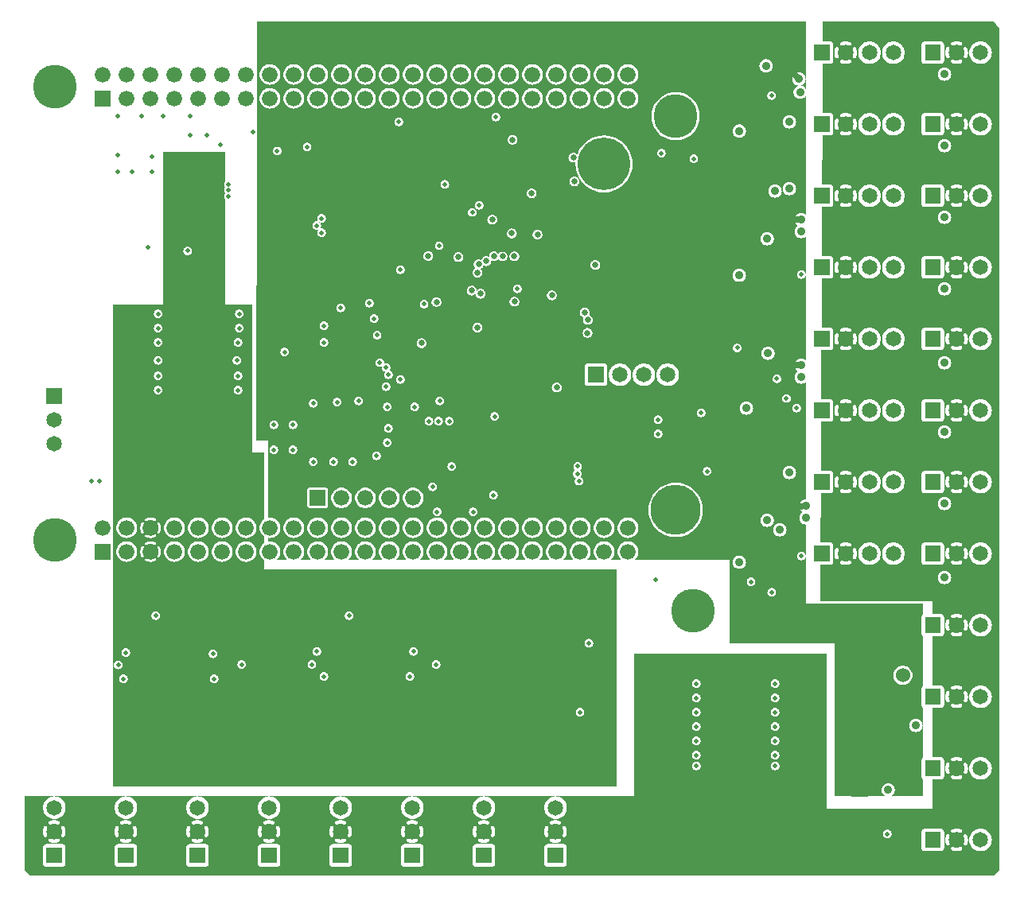
<source format=gbr>
G04 start of page 4 for group 2 idx 1 *
G04 Title: 971 BBB Cape, power *
G04 Creator: pcb 20110918 *
G04 CreationDate: Thu Dec  5 05:46:54 2013 UTC *
G04 For: brians *
G04 Format: Gerber/RS-274X *
G04 PCB-Dimensions: 500000 400000 *
G04 PCB-Coordinate-Origin: lower left *
%MOIN*%
%FSLAX25Y25*%
%LNGROUP2*%
%ADD224C,0.0350*%
%ADD223C,0.0100*%
%ADD222C,0.0600*%
%ADD221C,0.0200*%
%ADD220C,0.0360*%
%ADD219C,0.2100*%
%ADD218C,0.0660*%
%ADD217C,0.2200*%
%ADD216C,0.1830*%
%ADD215C,0.0650*%
%ADD214C,0.0250*%
%ADD213C,0.0001*%
G54D213*G36*
X382941Y350500D02*Y358500D01*
X389441D01*
Y350500D01*
X382941D01*
G37*
G36*
X383941Y277500D02*Y285500D01*
X390441D01*
Y277500D01*
X383941D01*
G37*
G36*
X383441Y231000D02*Y239000D01*
X389941D01*
Y231000D01*
X383441D01*
G37*
G36*
X292922Y301042D02*Y309042D01*
X299422D01*
Y301042D01*
X292922D01*
G37*
G36*
X292941Y253000D02*Y261000D01*
X299441D01*
Y253000D01*
X292941D01*
G37*
G36*
X309441Y298000D02*Y303000D01*
X314941D01*
Y298000D01*
X309441D01*
G37*
G36*
X249877Y257055D02*Y265055D01*
X256377D01*
Y257055D01*
X249877D01*
G37*
G36*
X432320Y73869D02*X432379Y73725D01*
X432610Y73349D01*
X432896Y73014D01*
X433231Y72728D01*
X433603Y72500D01*
X432320D01*
Y73869D01*
G37*
G36*
X446437Y153000D02*X449441D01*
Y148513D01*
X449366Y148467D01*
X449186Y148314D01*
X449033Y148134D01*
X448909Y147933D01*
X448819Y147715D01*
X448764Y147485D01*
X448750Y147250D01*
X448764Y140515D01*
X448819Y140285D01*
X448909Y140067D01*
X449033Y139866D01*
X449186Y139686D01*
X449366Y139533D01*
X449441Y139487D01*
Y118513D01*
X449366Y118467D01*
X449186Y118314D01*
X449033Y118134D01*
X448909Y117933D01*
X448819Y117715D01*
X448764Y117485D01*
X448750Y117250D01*
X448764Y110515D01*
X448819Y110285D01*
X448909Y110067D01*
X449033Y109866D01*
X449186Y109686D01*
X449366Y109533D01*
X449441Y109487D01*
Y88513D01*
X449366Y88467D01*
X449186Y88314D01*
X449033Y88134D01*
X448909Y87933D01*
X448819Y87715D01*
X448764Y87485D01*
X448750Y87250D01*
X448764Y80515D01*
X448819Y80285D01*
X448909Y80067D01*
X449033Y79866D01*
X449186Y79686D01*
X449366Y79533D01*
X449441Y79487D01*
Y72500D01*
X446437D01*
Y99192D01*
X446441Y99191D01*
X446880Y99226D01*
X447309Y99329D01*
X447716Y99497D01*
X448092Y99728D01*
X448427Y100014D01*
X448713Y100349D01*
X448944Y100725D01*
X449112Y101132D01*
X449215Y101561D01*
X449241Y102000D01*
X449215Y102439D01*
X449112Y102868D01*
X448944Y103275D01*
X448713Y103651D01*
X448427Y103986D01*
X448092Y104272D01*
X447716Y104503D01*
X447309Y104671D01*
X446880Y104774D01*
X446441Y104809D01*
X446437Y104808D01*
Y153000D01*
G37*
G36*
X440935D02*X446437D01*
Y104808D01*
X446002Y104774D01*
X445573Y104671D01*
X445166Y104503D01*
X444790Y104272D01*
X444455Y103986D01*
X444169Y103651D01*
X443938Y103275D01*
X443770Y102868D01*
X443667Y102439D01*
X443632Y102000D01*
X443667Y101561D01*
X443770Y101132D01*
X443938Y100725D01*
X444169Y100349D01*
X444455Y100014D01*
X444790Y99728D01*
X445166Y99497D01*
X445573Y99329D01*
X446002Y99226D01*
X446437Y99192D01*
Y72500D01*
X440935D01*
Y118988D01*
X440941Y118988D01*
X441569Y119037D01*
X442181Y119184D01*
X442763Y119425D01*
X443299Y119754D01*
X443778Y120163D01*
X444187Y120642D01*
X444516Y121178D01*
X444757Y121760D01*
X444904Y122372D01*
X444941Y123000D01*
X444904Y123628D01*
X444757Y124240D01*
X444516Y124822D01*
X444187Y125358D01*
X443778Y125837D01*
X443299Y126246D01*
X442763Y126575D01*
X442181Y126816D01*
X441569Y126963D01*
X440941Y127012D01*
X440935Y127012D01*
Y153000D01*
G37*
G36*
X432320D02*X440935D01*
Y127012D01*
X440313Y126963D01*
X439701Y126816D01*
X439119Y126575D01*
X438583Y126246D01*
X438104Y125837D01*
X437695Y125358D01*
X437366Y124822D01*
X437125Y124240D01*
X436978Y123628D01*
X436929Y123000D01*
X436978Y122372D01*
X437125Y121760D01*
X437366Y121178D01*
X437695Y120642D01*
X438104Y120163D01*
X438583Y119754D01*
X439119Y119425D01*
X439701Y119184D01*
X440313Y119037D01*
X440935Y118988D01*
Y72500D01*
X436161D01*
X436533Y72728D01*
X436868Y73014D01*
X437154Y73349D01*
X437385Y73725D01*
X437553Y74132D01*
X437656Y74561D01*
X437682Y75000D01*
X437656Y75439D01*
X437553Y75868D01*
X437385Y76275D01*
X437154Y76651D01*
X436868Y76986D01*
X436533Y77272D01*
X436157Y77503D01*
X435750Y77671D01*
X435321Y77774D01*
X434882Y77809D01*
X434443Y77774D01*
X434014Y77671D01*
X433607Y77503D01*
X433231Y77272D01*
X432896Y76986D01*
X432610Y76651D01*
X432379Y76275D01*
X432320Y76131D01*
Y108192D01*
X432324Y108191D01*
X432763Y108226D01*
X433192Y108329D01*
X433599Y108497D01*
X433975Y108728D01*
X434310Y109014D01*
X434596Y109349D01*
X434827Y109725D01*
X434995Y110132D01*
X435098Y110561D01*
X435124Y111000D01*
X435098Y111439D01*
X434995Y111868D01*
X434827Y112275D01*
X434596Y112651D01*
X434310Y112986D01*
X433975Y113272D01*
X433599Y113503D01*
X433192Y113671D01*
X432763Y113774D01*
X432324Y113809D01*
X432320Y113808D01*
Y153000D01*
G37*
G36*
X398438Y187034D02*X398455Y187014D01*
X398790Y186728D01*
X399166Y186497D01*
X399573Y186329D01*
X400002Y186226D01*
X400441Y186191D01*
Y153000D01*
X432320D01*
Y113808D01*
X431885Y113774D01*
X431456Y113671D01*
X431049Y113503D01*
X430673Y113272D01*
X430338Y112986D01*
X430052Y112651D01*
X429821Y112275D01*
X429653Y111868D01*
X429550Y111439D01*
X429515Y111000D01*
X429550Y110561D01*
X429653Y110132D01*
X429821Y109725D01*
X430052Y109349D01*
X430338Y109014D01*
X430673Y108728D01*
X431049Y108497D01*
X431456Y108329D01*
X431885Y108226D01*
X432320Y108192D01*
Y76131D01*
X432211Y75868D01*
X432108Y75439D01*
X432073Y75000D01*
X432108Y74561D01*
X432211Y74132D01*
X432320Y73869D01*
Y72500D01*
X424720D01*
X425092Y72728D01*
X425427Y73014D01*
X425713Y73349D01*
X425944Y73725D01*
X426112Y74132D01*
X426215Y74561D01*
X426241Y75000D01*
X426215Y75439D01*
X426112Y75868D01*
X425944Y76275D01*
X425713Y76651D01*
X425427Y76986D01*
X425092Y77272D01*
X424716Y77503D01*
X424309Y77671D01*
X423880Y77774D01*
X423441Y77809D01*
X423002Y77774D01*
X422573Y77671D01*
X422166Y77503D01*
X421790Y77272D01*
X421455Y76986D01*
X421169Y76651D01*
X420938Y76275D01*
X420770Y75868D01*
X420667Y75439D01*
X420632Y75000D01*
X420667Y74561D01*
X420770Y74132D01*
X420938Y73725D01*
X421169Y73349D01*
X421455Y73014D01*
X421790Y72728D01*
X422162Y72500D01*
X412441D01*
Y136500D01*
X398438D01*
Y171195D01*
X398441Y171194D01*
X398723Y171217D01*
X398999Y171283D01*
X399261Y171391D01*
X399502Y171539D01*
X399718Y171723D01*
X399902Y171939D01*
X400050Y172180D01*
X400158Y172442D01*
X400224Y172718D01*
X400241Y173000D01*
X400224Y173282D01*
X400158Y173558D01*
X400050Y173820D01*
X399902Y174061D01*
X399718Y174277D01*
X399502Y174461D01*
X399261Y174609D01*
X398999Y174717D01*
X398723Y174783D01*
X398441Y174806D01*
X398438Y174805D01*
Y187034D01*
G37*
G36*
Y192034D02*X398455Y192014D01*
X398790Y191728D01*
X399162Y191500D01*
X398790Y191272D01*
X398455Y190986D01*
X398438Y190966D01*
Y192034D01*
G37*
G36*
Y245192D02*X398441Y245191D01*
X398880Y245226D01*
X399309Y245329D01*
X399716Y245497D01*
X400092Y245728D01*
X400427Y246014D01*
X400441Y246030D01*
Y196809D01*
X400002Y196774D01*
X399573Y196671D01*
X399166Y196503D01*
X398790Y196272D01*
X398455Y195986D01*
X398438Y195966D01*
Y245192D01*
G37*
G36*
Y306192D02*X398441Y306191D01*
X398880Y306226D01*
X399309Y306329D01*
X399716Y306497D01*
X400092Y306728D01*
X400427Y307014D01*
X400441Y307030D01*
Y254970D01*
X400427Y254986D01*
X400092Y255272D01*
X399716Y255503D01*
X399309Y255671D01*
X398880Y255774D01*
X398441Y255809D01*
X398438Y255808D01*
Y289195D01*
X398441Y289194D01*
X398723Y289217D01*
X398999Y289283D01*
X399261Y289391D01*
X399502Y289539D01*
X399718Y289723D01*
X399902Y289939D01*
X400050Y290180D01*
X400158Y290442D01*
X400224Y290718D01*
X400241Y291000D01*
X400224Y291282D01*
X400158Y291558D01*
X400050Y291820D01*
X399902Y292061D01*
X399718Y292277D01*
X399502Y292461D01*
X399261Y292609D01*
X398999Y292717D01*
X398723Y292783D01*
X398441Y292806D01*
X398438Y292805D01*
Y306192D01*
G37*
G36*
Y364681D02*X398809Y364770D01*
X399216Y364938D01*
X399592Y365169D01*
X399927Y365455D01*
X400213Y365790D01*
X400441Y366162D01*
Y315970D01*
X400427Y315986D01*
X400092Y316272D01*
X399716Y316503D01*
X399309Y316671D01*
X398880Y316774D01*
X398441Y316809D01*
X398438Y316808D01*
Y364681D01*
G37*
G36*
X400441Y397000D02*Y368720D01*
X400213Y369092D01*
X399927Y369427D01*
X399592Y369713D01*
X399216Y369944D01*
X398809Y370112D01*
X398438Y370201D01*
Y370382D01*
X398716Y370497D01*
X399092Y370728D01*
X399427Y371014D01*
X399713Y371349D01*
X399944Y371725D01*
X400112Y372132D01*
X400215Y372561D01*
X400241Y373000D01*
X400215Y373439D01*
X400112Y373868D01*
X399944Y374275D01*
X399713Y374651D01*
X399427Y374986D01*
X399092Y375272D01*
X398716Y375503D01*
X398438Y375618D01*
Y397000D01*
X400441D01*
G37*
G36*
X396438Y246034D02*X396455Y246014D01*
X396790Y245728D01*
X397166Y245497D01*
X397573Y245329D01*
X398002Y245226D01*
X398438Y245192D01*
Y195966D01*
X398169Y195651D01*
X397938Y195275D01*
X397770Y194868D01*
X397667Y194439D01*
X397632Y194000D01*
X397667Y193561D01*
X397770Y193132D01*
X397938Y192725D01*
X398169Y192349D01*
X398438Y192034D01*
Y190966D01*
X398169Y190651D01*
X397938Y190275D01*
X397770Y189868D01*
X397667Y189439D01*
X397632Y189000D01*
X397667Y188561D01*
X397770Y188132D01*
X397938Y187725D01*
X398169Y187349D01*
X398438Y187034D01*
Y174805D01*
X398159Y174783D01*
X397883Y174717D01*
X397621Y174609D01*
X397380Y174461D01*
X397164Y174277D01*
X396980Y174061D01*
X396832Y173820D01*
X396724Y173558D01*
X396658Y173282D01*
X396635Y173000D01*
X396658Y172718D01*
X396724Y172442D01*
X396832Y172180D01*
X396980Y171939D01*
X397164Y171723D01*
X397380Y171539D01*
X397621Y171391D01*
X397883Y171283D01*
X398159Y171217D01*
X398438Y171195D01*
Y136500D01*
X396438D01*
Y233195D01*
X396441Y233194D01*
X396723Y233217D01*
X396999Y233283D01*
X397261Y233391D01*
X397502Y233539D01*
X397718Y233723D01*
X397902Y233939D01*
X398050Y234180D01*
X398158Y234442D01*
X398224Y234718D01*
X398241Y235000D01*
X398224Y235282D01*
X398158Y235558D01*
X398050Y235820D01*
X397902Y236061D01*
X397718Y236277D01*
X397502Y236461D01*
X397261Y236609D01*
X396999Y236717D01*
X396723Y236783D01*
X396441Y236806D01*
X396438Y236805D01*
Y246034D01*
G37*
G36*
Y251034D02*X396455Y251014D01*
X396790Y250728D01*
X397162Y250500D01*
X396790Y250272D01*
X396455Y249986D01*
X396438Y249966D01*
Y251034D01*
G37*
G36*
Y307034D02*X396455Y307014D01*
X396790Y306728D01*
X397166Y306497D01*
X397573Y306329D01*
X398002Y306226D01*
X398438Y306192D01*
Y292805D01*
X398159Y292783D01*
X397883Y292717D01*
X397621Y292609D01*
X397380Y292461D01*
X397164Y292277D01*
X396980Y292061D01*
X396832Y291820D01*
X396724Y291558D01*
X396658Y291282D01*
X396635Y291000D01*
X396658Y290718D01*
X396724Y290442D01*
X396832Y290180D01*
X396980Y289939D01*
X397164Y289723D01*
X397380Y289539D01*
X397621Y289391D01*
X397883Y289283D01*
X398159Y289217D01*
X398438Y289195D01*
Y255808D01*
X398002Y255774D01*
X397573Y255671D01*
X397166Y255503D01*
X396790Y255272D01*
X396455Y254986D01*
X396438Y254966D01*
Y307034D01*
G37*
G36*
Y312034D02*X396455Y312014D01*
X396790Y311728D01*
X397162Y311500D01*
X396790Y311272D01*
X396455Y310986D01*
X396438Y310966D01*
Y312034D01*
G37*
G36*
Y365078D02*X396666Y364938D01*
X397073Y364770D01*
X397502Y364667D01*
X397941Y364632D01*
X398380Y364667D01*
X398438Y364681D01*
Y316808D01*
X398002Y316774D01*
X397573Y316671D01*
X397166Y316503D01*
X396790Y316272D01*
X396455Y315986D01*
X396438Y315966D01*
Y365078D01*
G37*
G36*
Y370385D02*X396573Y370329D01*
X397002Y370226D01*
X397412Y370194D01*
X397073Y370112D01*
X396666Y369944D01*
X396438Y369804D01*
Y370385D01*
G37*
G36*
X398438Y375618D02*X398309Y375671D01*
X397880Y375774D01*
X397441Y375809D01*
X397002Y375774D01*
X396573Y375671D01*
X396438Y375615D01*
Y397000D01*
X398438D01*
Y375618D01*
G37*
G36*
X396438Y375615D02*X396166Y375503D01*
X395790Y375272D01*
X395455Y374986D01*
X395169Y374651D01*
X394938Y374275D01*
X394770Y373868D01*
X394667Y373439D01*
X394632Y373000D01*
X394667Y372561D01*
X394770Y372132D01*
X394938Y371725D01*
X395169Y371349D01*
X395455Y371014D01*
X395790Y370728D01*
X396166Y370497D01*
X396438Y370385D01*
Y369804D01*
X396290Y369713D01*
X395955Y369427D01*
X395669Y369092D01*
X395438Y368716D01*
X395270Y368309D01*
X395167Y367880D01*
X395132Y367441D01*
X395167Y367002D01*
X395270Y366573D01*
X395438Y366166D01*
X395669Y365790D01*
X395955Y365455D01*
X396290Y365169D01*
X396438Y365078D01*
Y315966D01*
X396169Y315651D01*
X395938Y315275D01*
X395770Y314868D01*
X395667Y314439D01*
X395632Y314000D01*
X395667Y313561D01*
X395770Y313132D01*
X395938Y312725D01*
X396169Y312349D01*
X396438Y312034D01*
Y310966D01*
X396169Y310651D01*
X395938Y310275D01*
X395770Y309868D01*
X395667Y309439D01*
X395632Y309000D01*
X395667Y308561D01*
X395770Y308132D01*
X395938Y307725D01*
X396169Y307349D01*
X396438Y307034D01*
Y254966D01*
X396169Y254651D01*
X395938Y254275D01*
X395770Y253868D01*
X395667Y253439D01*
X395632Y253000D01*
X395667Y252561D01*
X395770Y252132D01*
X395938Y251725D01*
X396169Y251349D01*
X396438Y251034D01*
Y249966D01*
X396169Y249651D01*
X395938Y249275D01*
X395770Y248868D01*
X395667Y248439D01*
X395632Y248000D01*
X395667Y247561D01*
X395770Y247132D01*
X395938Y246725D01*
X396169Y246349D01*
X396438Y246034D01*
Y236805D01*
X396159Y236783D01*
X395883Y236717D01*
X395621Y236609D01*
X395380Y236461D01*
X395164Y236277D01*
X394980Y236061D01*
X394832Y235820D01*
X394724Y235558D01*
X394658Y235282D01*
X394635Y235000D01*
X394658Y234718D01*
X394724Y234442D01*
X394832Y234180D01*
X394980Y233939D01*
X395164Y233723D01*
X395380Y233539D01*
X395621Y233391D01*
X395883Y233283D01*
X396159Y233217D01*
X396438Y233195D01*
Y136500D01*
X393437D01*
Y205192D01*
X393441Y205191D01*
X393880Y205226D01*
X394309Y205329D01*
X394716Y205497D01*
X395092Y205728D01*
X395427Y206014D01*
X395713Y206349D01*
X395944Y206725D01*
X396112Y207132D01*
X396215Y207561D01*
X396241Y208000D01*
X396215Y208439D01*
X396112Y208868D01*
X395944Y209275D01*
X395713Y209651D01*
X395427Y209986D01*
X395092Y210272D01*
X394716Y210503D01*
X394309Y210671D01*
X393880Y210774D01*
X393441Y210809D01*
X393437Y210808D01*
Y237699D01*
X393465Y237723D01*
X393649Y237939D01*
X393797Y238180D01*
X393905Y238442D01*
X393971Y238718D01*
X393988Y239000D01*
X393971Y239282D01*
X393905Y239558D01*
X393797Y239820D01*
X393649Y240061D01*
X393465Y240277D01*
X393437Y240301D01*
Y324192D01*
X393441Y324191D01*
X393880Y324226D01*
X394309Y324329D01*
X394716Y324497D01*
X395092Y324728D01*
X395427Y325014D01*
X395713Y325349D01*
X395944Y325725D01*
X396112Y326132D01*
X396215Y326561D01*
X396241Y327000D01*
X396215Y327439D01*
X396112Y327868D01*
X395944Y328275D01*
X395713Y328651D01*
X395427Y328986D01*
X395092Y329272D01*
X394716Y329503D01*
X394309Y329671D01*
X393880Y329774D01*
X393441Y329809D01*
X393437Y329808D01*
Y352192D01*
X393441Y352191D01*
X393880Y352226D01*
X394309Y352329D01*
X394716Y352497D01*
X395092Y352728D01*
X395427Y353014D01*
X395713Y353349D01*
X395944Y353725D01*
X396112Y354132D01*
X396215Y354561D01*
X396241Y355000D01*
X396215Y355439D01*
X396112Y355868D01*
X395944Y356275D01*
X395713Y356651D01*
X395427Y356986D01*
X395092Y357272D01*
X394716Y357503D01*
X394309Y357671D01*
X393880Y357774D01*
X393441Y357809D01*
X393437Y357808D01*
Y397000D01*
X396438D01*
Y375615D01*
G37*
G36*
X393437Y136500D02*X389437D01*
Y181192D01*
X389441Y181191D01*
X389880Y181226D01*
X390309Y181329D01*
X390716Y181497D01*
X391092Y181728D01*
X391427Y182014D01*
X391713Y182349D01*
X391944Y182725D01*
X392112Y183132D01*
X392215Y183561D01*
X392241Y184000D01*
X392215Y184439D01*
X392112Y184868D01*
X391944Y185275D01*
X391713Y185651D01*
X391427Y185986D01*
X391092Y186272D01*
X390716Y186503D01*
X390309Y186671D01*
X389880Y186774D01*
X389441Y186809D01*
X389437Y186808D01*
Y233503D01*
X389573Y233725D01*
X389741Y234132D01*
X389844Y234561D01*
X389870Y235000D01*
X389844Y235439D01*
X389741Y235868D01*
X389573Y236275D01*
X389437Y236497D01*
Y245963D01*
X389484Y246003D01*
X389668Y246219D01*
X389816Y246460D01*
X389924Y246722D01*
X389990Y246998D01*
X390007Y247280D01*
X389990Y247562D01*
X389924Y247838D01*
X389816Y248100D01*
X389668Y248341D01*
X389484Y248557D01*
X389437Y248597D01*
Y281322D01*
X389494Y281561D01*
X389520Y282000D01*
X389494Y282439D01*
X389437Y282678D01*
Y324025D01*
X389713Y324349D01*
X389944Y324725D01*
X390112Y325132D01*
X390215Y325561D01*
X390241Y326000D01*
X390215Y326439D01*
X390112Y326868D01*
X389944Y327275D01*
X389713Y327651D01*
X389437Y327975D01*
Y397000D01*
X393437D01*
Y357808D01*
X393002Y357774D01*
X392573Y357671D01*
X392166Y357503D01*
X391790Y357272D01*
X391455Y356986D01*
X391169Y356651D01*
X390938Y356275D01*
X390770Y355868D01*
X390667Y355439D01*
X390632Y355000D01*
X390667Y354561D01*
X390770Y354132D01*
X390938Y353725D01*
X391169Y353349D01*
X391455Y353014D01*
X391790Y352728D01*
X392166Y352497D01*
X392573Y352329D01*
X393002Y352226D01*
X393437Y352192D01*
Y329808D01*
X393002Y329774D01*
X392573Y329671D01*
X392166Y329503D01*
X391790Y329272D01*
X391455Y328986D01*
X391169Y328651D01*
X390938Y328275D01*
X390770Y327868D01*
X390667Y327439D01*
X390632Y327000D01*
X390667Y326561D01*
X390770Y326132D01*
X390938Y325725D01*
X391169Y325349D01*
X391455Y325014D01*
X391790Y324728D01*
X392166Y324497D01*
X392573Y324329D01*
X393002Y324226D01*
X393437Y324192D01*
Y240301D01*
X393249Y240461D01*
X393008Y240609D01*
X392746Y240717D01*
X392470Y240783D01*
X392188Y240806D01*
X391906Y240783D01*
X391630Y240717D01*
X391368Y240609D01*
X391127Y240461D01*
X390911Y240277D01*
X390727Y240061D01*
X390579Y239820D01*
X390471Y239558D01*
X390405Y239282D01*
X390382Y239000D01*
X390405Y238718D01*
X390471Y238442D01*
X390579Y238180D01*
X390727Y237939D01*
X390911Y237723D01*
X391127Y237539D01*
X391368Y237391D01*
X391630Y237283D01*
X391906Y237217D01*
X392188Y237194D01*
X392470Y237217D01*
X392746Y237283D01*
X393008Y237391D01*
X393249Y237539D01*
X393437Y237699D01*
Y210808D01*
X393002Y210774D01*
X392573Y210671D01*
X392166Y210503D01*
X391790Y210272D01*
X391455Y209986D01*
X391169Y209651D01*
X390938Y209275D01*
X390770Y208868D01*
X390667Y208439D01*
X390632Y208000D01*
X390667Y207561D01*
X390770Y207132D01*
X390938Y206725D01*
X391169Y206349D01*
X391455Y206014D01*
X391790Y205728D01*
X392166Y205497D01*
X392573Y205329D01*
X393002Y205226D01*
X393437Y205192D01*
Y136500D01*
G37*
G36*
X398438Y370201D02*X398380Y370215D01*
X397970Y370247D01*
X398309Y370329D01*
X398438Y370382D01*
Y370201D01*
G37*
G36*
X389437Y327975D02*X389427Y327986D01*
X389092Y328272D01*
X388716Y328503D01*
X388309Y328671D01*
X387880Y328774D01*
X387441Y328809D01*
X387002Y328774D01*
X386573Y328671D01*
X386437Y328615D01*
Y351739D01*
X386809Y351829D01*
X387216Y351997D01*
X387592Y352228D01*
X387927Y352514D01*
X388213Y352849D01*
X388444Y353225D01*
X388612Y353632D01*
X388715Y354061D01*
X388741Y354500D01*
X388715Y354939D01*
X388612Y355368D01*
X388444Y355775D01*
X388213Y356151D01*
X387927Y356486D01*
X387592Y356772D01*
X387216Y357003D01*
X386809Y357171D01*
X386437Y357261D01*
Y364268D01*
X386499Y364283D01*
X386761Y364391D01*
X387002Y364539D01*
X387218Y364723D01*
X387402Y364939D01*
X387550Y365180D01*
X387658Y365442D01*
X387724Y365718D01*
X387741Y366000D01*
X387724Y366282D01*
X387658Y366558D01*
X387550Y366820D01*
X387402Y367061D01*
X387218Y367277D01*
X387002Y367461D01*
X386761Y367609D01*
X386499Y367717D01*
X386437Y367732D01*
Y378071D01*
X386462Y378500D01*
X386437Y378929D01*
Y397000D01*
X389437D01*
Y327975D01*
G37*
G36*
Y282678D02*X389391Y282868D01*
X389223Y283275D01*
X388992Y283651D01*
X388706Y283986D01*
X388371Y284272D01*
X387995Y284503D01*
X387588Y284671D01*
X387159Y284774D01*
X386720Y284809D01*
X386437Y284786D01*
Y304353D01*
X386665Y304725D01*
X386833Y305132D01*
X386936Y305561D01*
X386962Y306000D01*
X386936Y306439D01*
X386833Y306868D01*
X386665Y307275D01*
X386437Y307647D01*
Y323385D01*
X386573Y323329D01*
X387002Y323226D01*
X387441Y323191D01*
X387880Y323226D01*
X388309Y323329D01*
X388716Y323497D01*
X389092Y323728D01*
X389427Y324014D01*
X389437Y324025D01*
Y282678D01*
G37*
G36*
Y248597D02*X389268Y248741D01*
X389027Y248889D01*
X388765Y248997D01*
X388489Y249063D01*
X388207Y249086D01*
X387925Y249063D01*
X387649Y248997D01*
X387387Y248889D01*
X387146Y248741D01*
X386930Y248557D01*
X386746Y248341D01*
X386598Y248100D01*
X386490Y247838D01*
X386437Y247617D01*
Y255962D01*
X386498Y256014D01*
X386784Y256349D01*
X387015Y256725D01*
X387183Y257132D01*
X387286Y257561D01*
X387312Y258000D01*
X387286Y258439D01*
X387183Y258868D01*
X387015Y259275D01*
X386784Y259651D01*
X386498Y259986D01*
X386437Y260038D01*
Y279214D01*
X386720Y279191D01*
X387159Y279226D01*
X387588Y279329D01*
X387995Y279497D01*
X388371Y279728D01*
X388706Y280014D01*
X388992Y280349D01*
X389223Y280725D01*
X389391Y281132D01*
X389437Y281322D01*
Y248597D01*
G37*
G36*
Y236497D02*X389342Y236651D01*
X389056Y236986D01*
X388721Y237272D01*
X388345Y237503D01*
X387938Y237671D01*
X387509Y237774D01*
X387070Y237809D01*
X386631Y237774D01*
X386437Y237727D01*
Y246943D01*
X386490Y246722D01*
X386598Y246460D01*
X386746Y246219D01*
X386930Y246003D01*
X387146Y245819D01*
X387387Y245671D01*
X387649Y245563D01*
X387925Y245497D01*
X388207Y245474D01*
X388489Y245497D01*
X388765Y245563D01*
X389027Y245671D01*
X389268Y245819D01*
X389437Y245963D01*
Y236497D01*
G37*
G36*
Y136500D02*X386437D01*
Y156061D01*
X386581Y156096D01*
X386843Y156204D01*
X387084Y156352D01*
X387300Y156536D01*
X387484Y156752D01*
X387632Y156993D01*
X387740Y157255D01*
X387806Y157531D01*
X387823Y157813D01*
X387806Y158095D01*
X387740Y158371D01*
X387632Y158633D01*
X387484Y158874D01*
X387300Y159090D01*
X387084Y159274D01*
X386843Y159422D01*
X386581Y159530D01*
X386437Y159565D01*
Y160192D01*
X386441Y160191D01*
X386880Y160226D01*
X387309Y160329D01*
X387716Y160497D01*
X388092Y160728D01*
X388427Y161014D01*
X388713Y161349D01*
X388944Y161725D01*
X389112Y162132D01*
X389215Y162561D01*
X389241Y163000D01*
X389215Y163439D01*
X389112Y163868D01*
X388944Y164275D01*
X388713Y164651D01*
X388427Y164986D01*
X388092Y165272D01*
X387716Y165503D01*
X387309Y165671D01*
X386880Y165774D01*
X386441Y165809D01*
X386437Y165808D01*
Y186353D01*
X386665Y186725D01*
X386833Y187132D01*
X386936Y187561D01*
X386962Y188000D01*
X386936Y188439D01*
X386833Y188868D01*
X386665Y189275D01*
X386437Y189647D01*
Y232273D01*
X386631Y232226D01*
X387070Y232191D01*
X387509Y232226D01*
X387938Y232329D01*
X388345Y232497D01*
X388721Y232728D01*
X389056Y233014D01*
X389342Y233349D01*
X389437Y233503D01*
Y186808D01*
X389002Y186774D01*
X388573Y186671D01*
X388166Y186503D01*
X387790Y186272D01*
X387455Y185986D01*
X387169Y185651D01*
X386938Y185275D01*
X386770Y184868D01*
X386667Y184439D01*
X386632Y184000D01*
X386667Y183561D01*
X386770Y183132D01*
X386938Y182725D01*
X387169Y182349D01*
X387455Y182014D01*
X387790Y181728D01*
X388166Y181497D01*
X388573Y181329D01*
X389002Y181226D01*
X389437Y181192D01*
Y136500D01*
G37*
G36*
X386437D02*X377344D01*
Y160373D01*
X377347Y160372D01*
X377629Y160395D01*
X377905Y160461D01*
X378167Y160569D01*
X378408Y160717D01*
X378624Y160901D01*
X378808Y161117D01*
X378956Y161358D01*
X379064Y161620D01*
X379130Y161896D01*
X379147Y162178D01*
X379130Y162460D01*
X379064Y162736D01*
X378956Y162998D01*
X378808Y163239D01*
X378624Y163455D01*
X378408Y163639D01*
X378167Y163787D01*
X377905Y163895D01*
X377629Y163961D01*
X377347Y163984D01*
X377344Y163983D01*
Y232943D01*
X377427Y233014D01*
X377713Y233349D01*
X377944Y233725D01*
X378112Y234132D01*
X378215Y234561D01*
X378241Y235000D01*
X378215Y235439D01*
X378112Y235868D01*
X377944Y236275D01*
X377713Y236651D01*
X377427Y236986D01*
X377344Y237057D01*
Y397000D01*
X386437D01*
Y378929D01*
X386436Y378939D01*
X386333Y379368D01*
X386165Y379775D01*
X385934Y380151D01*
X385648Y380486D01*
X385313Y380772D01*
X384937Y381003D01*
X384530Y381171D01*
X384101Y381274D01*
X383662Y381309D01*
X383223Y381274D01*
X382794Y381171D01*
X382387Y381003D01*
X382011Y380772D01*
X381676Y380486D01*
X381390Y380151D01*
X381159Y379775D01*
X380991Y379368D01*
X380888Y378939D01*
X380853Y378500D01*
X380888Y378061D01*
X380991Y377632D01*
X381159Y377225D01*
X381390Y376849D01*
X381676Y376514D01*
X382011Y376228D01*
X382387Y375997D01*
X382794Y375829D01*
X383223Y375726D01*
X383662Y375691D01*
X384101Y375726D01*
X384530Y375829D01*
X384937Y375997D01*
X385313Y376228D01*
X385648Y376514D01*
X385934Y376849D01*
X386165Y377225D01*
X386333Y377632D01*
X386436Y378061D01*
X386437Y378071D01*
Y367732D01*
X386223Y367783D01*
X385941Y367806D01*
X385659Y367783D01*
X385383Y367717D01*
X385121Y367609D01*
X384880Y367461D01*
X384664Y367277D01*
X384480Y367061D01*
X384332Y366820D01*
X384224Y366558D01*
X384158Y366282D01*
X384135Y366000D01*
X384158Y365718D01*
X384224Y365442D01*
X384332Y365180D01*
X384480Y364939D01*
X384664Y364723D01*
X384880Y364539D01*
X385121Y364391D01*
X385383Y364283D01*
X385659Y364217D01*
X385941Y364194D01*
X386223Y364217D01*
X386437Y364268D01*
Y357261D01*
X386380Y357274D01*
X385941Y357309D01*
X385502Y357274D01*
X385073Y357171D01*
X384666Y357003D01*
X384290Y356772D01*
X383955Y356486D01*
X383669Y356151D01*
X383438Y355775D01*
X383270Y355368D01*
X383167Y354939D01*
X383132Y354500D01*
X383167Y354061D01*
X383270Y353632D01*
X383438Y353225D01*
X383669Y352849D01*
X383955Y352514D01*
X384290Y352228D01*
X384666Y351997D01*
X385073Y351829D01*
X385502Y351726D01*
X385941Y351691D01*
X386380Y351726D01*
X386437Y351739D01*
Y328615D01*
X386166Y328503D01*
X385790Y328272D01*
X385455Y327986D01*
X385169Y327651D01*
X384938Y327275D01*
X384770Y326868D01*
X384667Y326439D01*
X384632Y326000D01*
X384667Y325561D01*
X384770Y325132D01*
X384938Y324725D01*
X385169Y324349D01*
X385455Y324014D01*
X385790Y323728D01*
X386166Y323497D01*
X386437Y323385D01*
Y307647D01*
X386434Y307651D01*
X386148Y307986D01*
X385813Y308272D01*
X385437Y308503D01*
X385030Y308671D01*
X384601Y308774D01*
X384162Y308809D01*
X383723Y308774D01*
X383294Y308671D01*
X382887Y308503D01*
X382511Y308272D01*
X382176Y307986D01*
X381890Y307651D01*
X381659Y307275D01*
X381491Y306868D01*
X381388Y306439D01*
X381353Y306000D01*
X381388Y305561D01*
X381491Y305132D01*
X381659Y304725D01*
X381890Y304349D01*
X382176Y304014D01*
X382511Y303728D01*
X382887Y303497D01*
X383294Y303329D01*
X383723Y303226D01*
X384162Y303191D01*
X384601Y303226D01*
X385030Y303329D01*
X385437Y303497D01*
X385813Y303728D01*
X386148Y304014D01*
X386434Y304349D01*
X386437Y304353D01*
Y284786D01*
X386281Y284774D01*
X385852Y284671D01*
X385445Y284503D01*
X385069Y284272D01*
X384734Y283986D01*
X384448Y283651D01*
X384217Y283275D01*
X384049Y282868D01*
X383946Y282439D01*
X383911Y282000D01*
X383946Y281561D01*
X384049Y281132D01*
X384217Y280725D01*
X384448Y280349D01*
X384734Y280014D01*
X385069Y279728D01*
X385445Y279497D01*
X385852Y279329D01*
X386281Y279226D01*
X386437Y279214D01*
Y260038D01*
X386163Y260272D01*
X385787Y260503D01*
X385380Y260671D01*
X384951Y260774D01*
X384512Y260809D01*
X384073Y260774D01*
X383644Y260671D01*
X383237Y260503D01*
X382861Y260272D01*
X382526Y259986D01*
X382240Y259651D01*
X382009Y259275D01*
X381841Y258868D01*
X381738Y258439D01*
X381703Y258000D01*
X381738Y257561D01*
X381841Y257132D01*
X382009Y256725D01*
X382240Y256349D01*
X382526Y256014D01*
X382861Y255728D01*
X383237Y255497D01*
X383644Y255329D01*
X384073Y255226D01*
X384512Y255191D01*
X384951Y255226D01*
X385380Y255329D01*
X385787Y255497D01*
X386163Y255728D01*
X386437Y255962D01*
Y247617D01*
X386424Y247562D01*
X386401Y247280D01*
X386424Y246998D01*
X386437Y246943D01*
Y237727D01*
X386202Y237671D01*
X385795Y237503D01*
X385419Y237272D01*
X385084Y236986D01*
X384798Y236651D01*
X384567Y236275D01*
X384399Y235868D01*
X384296Y235439D01*
X384261Y235000D01*
X384296Y234561D01*
X384399Y234132D01*
X384567Y233725D01*
X384798Y233349D01*
X385084Y233014D01*
X385419Y232728D01*
X385795Y232497D01*
X386202Y232329D01*
X386437Y232273D01*
Y189647D01*
X386434Y189651D01*
X386148Y189986D01*
X385813Y190272D01*
X385437Y190503D01*
X385030Y190671D01*
X384601Y190774D01*
X384162Y190809D01*
X383723Y190774D01*
X383294Y190671D01*
X382887Y190503D01*
X382511Y190272D01*
X382176Y189986D01*
X381890Y189651D01*
X381659Y189275D01*
X381491Y188868D01*
X381388Y188439D01*
X381353Y188000D01*
X381388Y187561D01*
X381491Y187132D01*
X381659Y186725D01*
X381890Y186349D01*
X382176Y186014D01*
X382511Y185728D01*
X382887Y185497D01*
X383294Y185329D01*
X383723Y185226D01*
X384162Y185191D01*
X384601Y185226D01*
X385030Y185329D01*
X385437Y185497D01*
X385813Y185728D01*
X386148Y186014D01*
X386434Y186349D01*
X386437Y186353D01*
Y165808D01*
X386002Y165774D01*
X385573Y165671D01*
X385166Y165503D01*
X384790Y165272D01*
X384455Y164986D01*
X384169Y164651D01*
X383938Y164275D01*
X383770Y163868D01*
X383667Y163439D01*
X383632Y163000D01*
X383667Y162561D01*
X383770Y162132D01*
X383938Y161725D01*
X384169Y161349D01*
X384455Y161014D01*
X384790Y160728D01*
X385166Y160497D01*
X385573Y160329D01*
X386002Y160226D01*
X386437Y160192D01*
Y159565D01*
X386305Y159596D01*
X386023Y159619D01*
X385741Y159596D01*
X385465Y159530D01*
X385203Y159422D01*
X384962Y159274D01*
X384746Y159090D01*
X384562Y158874D01*
X384414Y158633D01*
X384306Y158371D01*
X384240Y158095D01*
X384217Y157813D01*
X384240Y157531D01*
X384306Y157255D01*
X384414Y156993D01*
X384562Y156752D01*
X384746Y156536D01*
X384962Y156352D01*
X385203Y156204D01*
X385465Y156096D01*
X385741Y156030D01*
X386023Y156007D01*
X386305Y156030D01*
X386437Y156061D01*
Y136500D01*
G37*
G36*
X377344D02*X372437D01*
Y167578D01*
X372441Y167577D01*
X372880Y167612D01*
X373309Y167715D01*
X373716Y167883D01*
X374092Y168114D01*
X374427Y168400D01*
X374713Y168735D01*
X374944Y169111D01*
X375112Y169518D01*
X375215Y169947D01*
X375241Y170386D01*
X375215Y170825D01*
X375112Y171254D01*
X374944Y171661D01*
X374713Y172037D01*
X374427Y172372D01*
X374092Y172658D01*
X373716Y172889D01*
X373309Y173057D01*
X372880Y173160D01*
X372441Y173195D01*
X372437Y173194D01*
Y258628D01*
X372663Y258767D01*
X372879Y258951D01*
X373063Y259167D01*
X373211Y259408D01*
X373319Y259670D01*
X373385Y259946D01*
X373402Y260228D01*
X373385Y260510D01*
X373319Y260786D01*
X373211Y261048D01*
X373063Y261289D01*
X372879Y261505D01*
X372663Y261689D01*
X372437Y261828D01*
Y287881D01*
X372441Y287880D01*
X372880Y287915D01*
X373309Y288018D01*
X373716Y288186D01*
X374092Y288417D01*
X374427Y288703D01*
X374713Y289038D01*
X374944Y289414D01*
X375112Y289821D01*
X375215Y290250D01*
X375241Y290689D01*
X375215Y291128D01*
X375112Y291557D01*
X374944Y291964D01*
X374713Y292340D01*
X374427Y292675D01*
X374092Y292961D01*
X373716Y293192D01*
X373309Y293360D01*
X372880Y293463D01*
X372441Y293498D01*
X372437Y293497D01*
Y348381D01*
X372441Y348380D01*
X372880Y348415D01*
X373309Y348518D01*
X373716Y348686D01*
X374092Y348917D01*
X374427Y349203D01*
X374713Y349538D01*
X374944Y349914D01*
X375112Y350321D01*
X375215Y350750D01*
X375241Y351189D01*
X375215Y351628D01*
X375112Y352057D01*
X374944Y352464D01*
X374713Y352840D01*
X374427Y353175D01*
X374092Y353461D01*
X373716Y353692D01*
X373309Y353860D01*
X372880Y353963D01*
X372441Y353998D01*
X372437Y353997D01*
Y397000D01*
X377344D01*
Y237057D01*
X377092Y237272D01*
X376716Y237503D01*
X376309Y237671D01*
X375880Y237774D01*
X375441Y237809D01*
X375002Y237774D01*
X374573Y237671D01*
X374166Y237503D01*
X373790Y237272D01*
X373455Y236986D01*
X373169Y236651D01*
X372938Y236275D01*
X372770Y235868D01*
X372667Y235439D01*
X372632Y235000D01*
X372667Y234561D01*
X372770Y234132D01*
X372938Y233725D01*
X373169Y233349D01*
X373455Y233014D01*
X373790Y232728D01*
X374166Y232497D01*
X374573Y232329D01*
X375002Y232226D01*
X375441Y232191D01*
X375880Y232226D01*
X376309Y232329D01*
X376716Y232497D01*
X377092Y232728D01*
X377344Y232943D01*
Y163983D01*
X377065Y163961D01*
X376789Y163895D01*
X376527Y163787D01*
X376286Y163639D01*
X376070Y163455D01*
X375886Y163239D01*
X375738Y162998D01*
X375630Y162736D01*
X375564Y162460D01*
X375541Y162178D01*
X375564Y161896D01*
X375630Y161620D01*
X375738Y161358D01*
X375886Y161117D01*
X376070Y160901D01*
X376286Y160717D01*
X376527Y160569D01*
X376789Y160461D01*
X377065Y160395D01*
X377344Y160373D01*
Y136500D01*
G37*
G36*
X372437D02*X368441D01*
Y171500D01*
X358938D01*
Y206695D01*
X358941Y206694D01*
X359223Y206717D01*
X359499Y206783D01*
X359761Y206891D01*
X360002Y207039D01*
X360218Y207223D01*
X360402Y207439D01*
X360550Y207680D01*
X360658Y207942D01*
X360724Y208218D01*
X360741Y208500D01*
X360724Y208782D01*
X360658Y209058D01*
X360550Y209320D01*
X360402Y209561D01*
X360218Y209777D01*
X360002Y209961D01*
X359761Y210109D01*
X359499Y210217D01*
X359223Y210283D01*
X358941Y210306D01*
X358938Y210305D01*
Y397000D01*
X372437D01*
Y353997D01*
X372002Y353963D01*
X371573Y353860D01*
X371166Y353692D01*
X370790Y353461D01*
X370455Y353175D01*
X370169Y352840D01*
X369938Y352464D01*
X369770Y352057D01*
X369667Y351628D01*
X369632Y351189D01*
X369667Y350750D01*
X369770Y350321D01*
X369938Y349914D01*
X370169Y349538D01*
X370455Y349203D01*
X370790Y348917D01*
X371166Y348686D01*
X371573Y348518D01*
X372002Y348415D01*
X372437Y348381D01*
Y293497D01*
X372002Y293463D01*
X371573Y293360D01*
X371166Y293192D01*
X370790Y292961D01*
X370455Y292675D01*
X370169Y292340D01*
X369938Y291964D01*
X369770Y291557D01*
X369667Y291128D01*
X369632Y290689D01*
X369667Y290250D01*
X369770Y289821D01*
X369938Y289414D01*
X370169Y289038D01*
X370455Y288703D01*
X370790Y288417D01*
X371166Y288186D01*
X371573Y288018D01*
X372002Y287915D01*
X372437Y287881D01*
Y261828D01*
X372422Y261837D01*
X372160Y261945D01*
X371884Y262011D01*
X371602Y262034D01*
X371320Y262011D01*
X371044Y261945D01*
X370782Y261837D01*
X370541Y261689D01*
X370325Y261505D01*
X370141Y261289D01*
X369993Y261048D01*
X369885Y260786D01*
X369819Y260510D01*
X369796Y260228D01*
X369819Y259946D01*
X369885Y259670D01*
X369993Y259408D01*
X370141Y259167D01*
X370325Y258951D01*
X370541Y258767D01*
X370782Y258619D01*
X371044Y258511D01*
X371320Y258445D01*
X371602Y258422D01*
X371884Y258445D01*
X372160Y258511D01*
X372422Y258619D01*
X372437Y258628D01*
Y173194D01*
X372002Y173160D01*
X371573Y173057D01*
X371166Y172889D01*
X370790Y172658D01*
X370455Y172372D01*
X370169Y172037D01*
X369938Y171661D01*
X369770Y171254D01*
X369667Y170825D01*
X369632Y170386D01*
X369667Y169947D01*
X369770Y169518D01*
X369938Y169111D01*
X370169Y168735D01*
X370455Y168400D01*
X370790Y168114D01*
X371166Y167883D01*
X371573Y167715D01*
X372002Y167612D01*
X372437Y167578D01*
Y136500D01*
G37*
G36*
X358938Y171500D02*X356438D01*
Y188225D01*
X356674Y188795D01*
X357093Y190540D01*
X357199Y192329D01*
X357093Y194118D01*
X356674Y195863D01*
X356438Y196433D01*
Y231195D01*
X356441Y231194D01*
X356723Y231217D01*
X356999Y231283D01*
X357261Y231391D01*
X357502Y231539D01*
X357718Y231723D01*
X357902Y231939D01*
X358050Y232180D01*
X358158Y232442D01*
X358224Y232718D01*
X358241Y233000D01*
X358224Y233282D01*
X358158Y233558D01*
X358050Y233820D01*
X357902Y234061D01*
X357718Y234277D01*
X357502Y234461D01*
X357261Y234609D01*
X356999Y234717D01*
X356723Y234783D01*
X356441Y234806D01*
X356438Y234805D01*
Y397000D01*
X358938D01*
Y210305D01*
X358659Y210283D01*
X358383Y210217D01*
X358121Y210109D01*
X357880Y209961D01*
X357664Y209777D01*
X357480Y209561D01*
X357332Y209320D01*
X357224Y209058D01*
X357158Y208782D01*
X357135Y208500D01*
X357158Y208218D01*
X357224Y207942D01*
X357332Y207680D01*
X357480Y207439D01*
X357664Y207223D01*
X357880Y207039D01*
X358121Y206891D01*
X358383Y206783D01*
X358659Y206717D01*
X358938Y206695D01*
Y171500D01*
G37*
G36*
X356438Y196433D02*X355988Y197520D01*
X355050Y199050D01*
X353885Y200415D01*
X353387Y200840D01*
Y337716D01*
X353390Y337715D01*
X353672Y337738D01*
X353948Y337804D01*
X354210Y337912D01*
X354451Y338060D01*
X354667Y338244D01*
X354851Y338460D01*
X354999Y338701D01*
X355107Y338963D01*
X355173Y339239D01*
X355190Y339521D01*
X355173Y339803D01*
X355107Y340079D01*
X354999Y340341D01*
X354851Y340582D01*
X354667Y340798D01*
X354451Y340982D01*
X354210Y341130D01*
X353948Y341238D01*
X353672Y341304D01*
X353390Y341327D01*
X353387Y341326D01*
Y350739D01*
X353955Y351404D01*
X354781Y352752D01*
X355387Y354214D01*
X355756Y355752D01*
X355849Y357329D01*
X355756Y358906D01*
X355387Y360444D01*
X354781Y361906D01*
X353955Y363254D01*
X353387Y363919D01*
Y397000D01*
X356438D01*
Y234805D01*
X356159Y234783D01*
X355883Y234717D01*
X355621Y234609D01*
X355380Y234461D01*
X355164Y234277D01*
X354980Y234061D01*
X354832Y233820D01*
X354724Y233558D01*
X354658Y233282D01*
X354635Y233000D01*
X354658Y232718D01*
X354724Y232442D01*
X354832Y232180D01*
X354980Y231939D01*
X355164Y231723D01*
X355380Y231539D01*
X355621Y231391D01*
X355883Y231283D01*
X356159Y231217D01*
X356438Y231195D01*
Y196433D01*
G37*
G36*
Y171500D02*X353387D01*
Y183818D01*
X353885Y184243D01*
X355050Y185608D01*
X355988Y187138D01*
X356438Y188225D01*
Y171500D01*
G37*
G36*
X353387Y363919D02*X352927Y364457D01*
X351724Y365485D01*
X350376Y366311D01*
X348914Y366917D01*
X347376Y367286D01*
X345799Y367410D01*
X344222Y367286D01*
X342684Y366917D01*
X341222Y366311D01*
X339874Y365485D01*
X339834Y365451D01*
Y397000D01*
X353387D01*
Y363919D01*
G37*
G36*
Y200840D02*X352520Y201580D01*
X350990Y202518D01*
X349333Y203204D01*
X347588Y203623D01*
X345799Y203764D01*
X344010Y203623D01*
X342265Y203204D01*
X340608Y202518D01*
X339834Y202044D01*
Y223052D01*
X339902Y223131D01*
X340050Y223372D01*
X340158Y223634D01*
X340224Y223910D01*
X340241Y224192D01*
X340224Y224474D01*
X340158Y224750D01*
X340050Y225012D01*
X339902Y225253D01*
X339834Y225332D01*
Y228984D01*
X339902Y229063D01*
X340050Y229304D01*
X340158Y229566D01*
X340224Y229842D01*
X340241Y230124D01*
X340224Y230406D01*
X340158Y230682D01*
X340050Y230944D01*
X339902Y231185D01*
X339834Y231264D01*
Y245027D01*
X340278Y244755D01*
X340969Y244469D01*
X341696Y244294D01*
X342441Y244235D01*
X343186Y244294D01*
X343913Y244469D01*
X344604Y244755D01*
X345242Y245145D01*
X345810Y245631D01*
X346296Y246199D01*
X346686Y246837D01*
X346972Y247528D01*
X347147Y248255D01*
X347191Y249000D01*
X347147Y249745D01*
X346972Y250472D01*
X346686Y251163D01*
X346296Y251801D01*
X345810Y252369D01*
X345242Y252855D01*
X344604Y253245D01*
X343913Y253531D01*
X343186Y253706D01*
X342441Y253765D01*
X341696Y253706D01*
X340969Y253531D01*
X340278Y253245D01*
X339834Y252973D01*
Y340022D01*
X339837Y340021D01*
X340119Y340044D01*
X340395Y340110D01*
X340657Y340218D01*
X340898Y340366D01*
X341114Y340550D01*
X341298Y340766D01*
X341446Y341007D01*
X341554Y341269D01*
X341620Y341545D01*
X341637Y341827D01*
X341620Y342109D01*
X341554Y342385D01*
X341446Y342647D01*
X341298Y342888D01*
X341114Y343104D01*
X340898Y343288D01*
X340657Y343436D01*
X340395Y343544D01*
X340119Y343610D01*
X339837Y343633D01*
X339834Y343632D01*
Y349207D01*
X339874Y349173D01*
X341222Y348347D01*
X342684Y347741D01*
X344222Y347372D01*
X345799Y347248D01*
X347376Y347372D01*
X348914Y347741D01*
X350376Y348347D01*
X351724Y349173D01*
X352927Y350201D01*
X353387Y350739D01*
Y341326D01*
X353108Y341304D01*
X352832Y341238D01*
X352570Y341130D01*
X352329Y340982D01*
X352113Y340798D01*
X351929Y340582D01*
X351781Y340341D01*
X351673Y340079D01*
X351607Y339803D01*
X351584Y339521D01*
X351607Y339239D01*
X351673Y338963D01*
X351781Y338701D01*
X351929Y338460D01*
X352113Y338244D01*
X352329Y338060D01*
X352570Y337912D01*
X352832Y337804D01*
X353108Y337738D01*
X353387Y337716D01*
Y200840D01*
G37*
G36*
Y171500D02*X339834D01*
Y182614D01*
X340608Y182140D01*
X342265Y181454D01*
X344010Y181035D01*
X345799Y180894D01*
X347588Y181035D01*
X349333Y181454D01*
X350990Y182140D01*
X352520Y183078D01*
X353387Y183818D01*
Y171500D01*
G37*
G36*
X312154Y172548D02*X312309Y172294D01*
X312749Y171779D01*
X313076Y171500D01*
X312154D01*
Y172548D01*
G37*
G36*
X339834Y171500D02*X332434D01*
Y244236D01*
X332441Y244235D01*
X333186Y244294D01*
X333913Y244469D01*
X334604Y244755D01*
X335242Y245145D01*
X335810Y245631D01*
X336296Y246199D01*
X336686Y246837D01*
X336972Y247528D01*
X337147Y248255D01*
X337191Y249000D01*
X337147Y249745D01*
X336972Y250472D01*
X336686Y251163D01*
X336296Y251801D01*
X335810Y252369D01*
X335242Y252855D01*
X334604Y253245D01*
X333913Y253531D01*
X333186Y253706D01*
X332441Y253765D01*
X332434Y253764D01*
Y397000D01*
X339834D01*
Y365451D01*
X338671Y364457D01*
X337643Y363254D01*
X336817Y361906D01*
X336211Y360444D01*
X335842Y358906D01*
X335718Y357329D01*
X335842Y355752D01*
X336211Y354214D01*
X336817Y352752D01*
X337643Y351404D01*
X338671Y350201D01*
X339834Y349207D01*
Y343632D01*
X339555Y343610D01*
X339279Y343544D01*
X339017Y343436D01*
X338776Y343288D01*
X338560Y343104D01*
X338376Y342888D01*
X338228Y342647D01*
X338120Y342385D01*
X338054Y342109D01*
X338031Y341827D01*
X338054Y341545D01*
X338120Y341269D01*
X338228Y341007D01*
X338376Y340766D01*
X338560Y340550D01*
X338776Y340366D01*
X339017Y340218D01*
X339279Y340110D01*
X339555Y340044D01*
X339834Y340022D01*
Y252973D01*
X339640Y252855D01*
X339072Y252369D01*
X338586Y251801D01*
X338196Y251163D01*
X337910Y250472D01*
X337735Y249745D01*
X337676Y249000D01*
X337735Y248255D01*
X337910Y247528D01*
X338196Y246837D01*
X338586Y246199D01*
X339072Y245631D01*
X339640Y245145D01*
X339834Y245027D01*
Y231264D01*
X339718Y231401D01*
X339502Y231585D01*
X339261Y231733D01*
X338999Y231841D01*
X338723Y231907D01*
X338441Y231930D01*
X338159Y231907D01*
X337883Y231841D01*
X337621Y231733D01*
X337380Y231585D01*
X337164Y231401D01*
X336980Y231185D01*
X336832Y230944D01*
X336724Y230682D01*
X336658Y230406D01*
X336635Y230124D01*
X336658Y229842D01*
X336724Y229566D01*
X336832Y229304D01*
X336980Y229063D01*
X337164Y228847D01*
X337380Y228663D01*
X337621Y228515D01*
X337883Y228407D01*
X338159Y228341D01*
X338441Y228318D01*
X338723Y228341D01*
X338999Y228407D01*
X339261Y228515D01*
X339502Y228663D01*
X339718Y228847D01*
X339834Y228984D01*
Y225332D01*
X339718Y225469D01*
X339502Y225653D01*
X339261Y225801D01*
X338999Y225909D01*
X338723Y225975D01*
X338441Y225998D01*
X338159Y225975D01*
X337883Y225909D01*
X337621Y225801D01*
X337380Y225653D01*
X337164Y225469D01*
X336980Y225253D01*
X336832Y225012D01*
X336724Y224750D01*
X336658Y224474D01*
X336635Y224192D01*
X336658Y223910D01*
X336724Y223634D01*
X336832Y223372D01*
X336980Y223131D01*
X337164Y222915D01*
X337380Y222731D01*
X337621Y222583D01*
X337883Y222475D01*
X338159Y222409D01*
X338441Y222386D01*
X338723Y222409D01*
X338999Y222475D01*
X339261Y222583D01*
X339502Y222731D01*
X339718Y222915D01*
X339834Y223052D01*
Y202044D01*
X339078Y201580D01*
X337713Y200415D01*
X336548Y199050D01*
X335610Y197520D01*
X334924Y195863D01*
X334505Y194118D01*
X334364Y192329D01*
X334505Y190540D01*
X334924Y188795D01*
X335610Y187138D01*
X336548Y185608D01*
X337713Y184243D01*
X339078Y183078D01*
X339834Y182614D01*
Y171500D01*
G37*
G36*
X332434D02*X328522D01*
X328849Y171779D01*
X329289Y172294D01*
X329642Y172871D01*
X329901Y173496D01*
X330059Y174154D01*
X330099Y174829D01*
X330059Y175504D01*
X329901Y176162D01*
X329642Y176787D01*
X329289Y177364D01*
X328849Y177879D01*
X328334Y178319D01*
X327757Y178672D01*
X327132Y178931D01*
X326474Y179089D01*
X325799Y179142D01*
X325792Y179142D01*
Y180516D01*
X325799Y180516D01*
X326474Y180569D01*
X327132Y180727D01*
X327757Y180986D01*
X328334Y181339D01*
X328849Y181779D01*
X329289Y182294D01*
X329642Y182871D01*
X329901Y183496D01*
X330059Y184154D01*
X330099Y184829D01*
X330059Y185504D01*
X329901Y186162D01*
X329642Y186787D01*
X329289Y187364D01*
X328849Y187879D01*
X328334Y188319D01*
X327757Y188672D01*
X327132Y188931D01*
X326474Y189089D01*
X325799Y189142D01*
X325792Y189142D01*
Y245616D01*
X325810Y245631D01*
X326296Y246199D01*
X326686Y246837D01*
X326972Y247528D01*
X327147Y248255D01*
X327191Y249000D01*
X327147Y249745D01*
X326972Y250472D01*
X326686Y251163D01*
X326296Y251801D01*
X325810Y252369D01*
X325792Y252384D01*
Y330862D01*
X326435Y331910D01*
X327151Y333640D01*
X327589Y335462D01*
X327699Y337329D01*
X327589Y339196D01*
X327151Y341018D01*
X326435Y342748D01*
X325792Y343796D01*
Y360516D01*
X325799Y360516D01*
X326474Y360569D01*
X327132Y360727D01*
X327757Y360986D01*
X328334Y361339D01*
X328849Y361779D01*
X329289Y362294D01*
X329642Y362871D01*
X329901Y363496D01*
X330059Y364154D01*
X330099Y364829D01*
X330059Y365504D01*
X329901Y366162D01*
X329642Y366787D01*
X329289Y367364D01*
X328849Y367879D01*
X328334Y368319D01*
X327757Y368672D01*
X327132Y368931D01*
X326474Y369089D01*
X325799Y369142D01*
X325792Y369142D01*
Y370516D01*
X325799Y370516D01*
X326474Y370569D01*
X327132Y370727D01*
X327757Y370986D01*
X328334Y371339D01*
X328849Y371779D01*
X329289Y372294D01*
X329642Y372871D01*
X329901Y373496D01*
X330059Y374154D01*
X330099Y374829D01*
X330059Y375504D01*
X329901Y376162D01*
X329642Y376787D01*
X329289Y377364D01*
X328849Y377879D01*
X328334Y378319D01*
X327757Y378672D01*
X327132Y378931D01*
X326474Y379089D01*
X325799Y379142D01*
X325792Y379142D01*
Y397000D01*
X332434D01*
Y253764D01*
X331696Y253706D01*
X330969Y253531D01*
X330278Y253245D01*
X329640Y252855D01*
X329072Y252369D01*
X328586Y251801D01*
X328196Y251163D01*
X327910Y250472D01*
X327735Y249745D01*
X327676Y249000D01*
X327735Y248255D01*
X327910Y247528D01*
X328196Y246837D01*
X328586Y246199D01*
X329072Y245631D01*
X329640Y245145D01*
X330278Y244755D01*
X330969Y244469D01*
X331696Y244294D01*
X332434Y244236D01*
Y171500D01*
G37*
G36*
X325792Y343796D02*X325456Y344345D01*
X324240Y345770D01*
X322815Y346986D01*
X321218Y347965D01*
X319488Y348681D01*
X317666Y349119D01*
X315799Y349266D01*
X313932Y349119D01*
X312154Y348692D01*
Y362548D01*
X312309Y362294D01*
X312749Y361779D01*
X313264Y361339D01*
X313841Y360986D01*
X314466Y360727D01*
X315124Y360569D01*
X315799Y360516D01*
X316474Y360569D01*
X317132Y360727D01*
X317757Y360986D01*
X318334Y361339D01*
X318849Y361779D01*
X319289Y362294D01*
X319642Y362871D01*
X319901Y363496D01*
X320059Y364154D01*
X320099Y364829D01*
X320059Y365504D01*
X319901Y366162D01*
X319642Y366787D01*
X319289Y367364D01*
X318849Y367879D01*
X318334Y368319D01*
X317757Y368672D01*
X317132Y368931D01*
X316474Y369089D01*
X315799Y369142D01*
X315124Y369089D01*
X314466Y368931D01*
X313841Y368672D01*
X313264Y368319D01*
X312749Y367879D01*
X312309Y367364D01*
X312154Y367110D01*
Y372548D01*
X312309Y372294D01*
X312749Y371779D01*
X313264Y371339D01*
X313841Y370986D01*
X314466Y370727D01*
X315124Y370569D01*
X315799Y370516D01*
X316474Y370569D01*
X317132Y370727D01*
X317757Y370986D01*
X318334Y371339D01*
X318849Y371779D01*
X319289Y372294D01*
X319642Y372871D01*
X319901Y373496D01*
X320059Y374154D01*
X320099Y374829D01*
X320059Y375504D01*
X319901Y376162D01*
X319642Y376787D01*
X319289Y377364D01*
X318849Y377879D01*
X318334Y378319D01*
X317757Y378672D01*
X317132Y378931D01*
X316474Y379089D01*
X315799Y379142D01*
X315124Y379089D01*
X314466Y378931D01*
X313841Y378672D01*
X313264Y378319D01*
X312749Y377879D01*
X312309Y377364D01*
X312154Y377110D01*
Y397000D01*
X325792D01*
Y379142D01*
X325124Y379089D01*
X324466Y378931D01*
X323841Y378672D01*
X323264Y378319D01*
X322749Y377879D01*
X322309Y377364D01*
X321956Y376787D01*
X321697Y376162D01*
X321539Y375504D01*
X321486Y374829D01*
X321539Y374154D01*
X321697Y373496D01*
X321956Y372871D01*
X322309Y372294D01*
X322749Y371779D01*
X323264Y371339D01*
X323841Y370986D01*
X324466Y370727D01*
X325124Y370569D01*
X325792Y370516D01*
Y369142D01*
X325124Y369089D01*
X324466Y368931D01*
X323841Y368672D01*
X323264Y368319D01*
X322749Y367879D01*
X322309Y367364D01*
X321956Y366787D01*
X321697Y366162D01*
X321539Y365504D01*
X321486Y364829D01*
X321539Y364154D01*
X321697Y363496D01*
X321956Y362871D01*
X322309Y362294D01*
X322749Y361779D01*
X323264Y361339D01*
X323841Y360986D01*
X324466Y360727D01*
X325124Y360569D01*
X325792Y360516D01*
Y343796D01*
G37*
G36*
Y179142D02*X325124Y179089D01*
X324466Y178931D01*
X323841Y178672D01*
X323264Y178319D01*
X322749Y177879D01*
X322309Y177364D01*
X321956Y176787D01*
X321697Y176162D01*
X321539Y175504D01*
X321486Y174829D01*
X321539Y174154D01*
X321697Y173496D01*
X321956Y172871D01*
X322309Y172294D01*
X322749Y171779D01*
X323076Y171500D01*
X318522D01*
X318849Y171779D01*
X319289Y172294D01*
X319642Y172871D01*
X319901Y173496D01*
X320059Y174154D01*
X320099Y174829D01*
X320059Y175504D01*
X319901Y176162D01*
X319642Y176787D01*
X319289Y177364D01*
X318849Y177879D01*
X318334Y178319D01*
X317757Y178672D01*
X317132Y178931D01*
X316474Y179089D01*
X315799Y179142D01*
X315124Y179089D01*
X314466Y178931D01*
X313841Y178672D01*
X313264Y178319D01*
X312749Y177879D01*
X312309Y177364D01*
X312154Y177110D01*
Y182548D01*
X312309Y182294D01*
X312749Y181779D01*
X313264Y181339D01*
X313841Y180986D01*
X314466Y180727D01*
X315124Y180569D01*
X315799Y180516D01*
X316474Y180569D01*
X317132Y180727D01*
X317757Y180986D01*
X318334Y181339D01*
X318849Y181779D01*
X319289Y182294D01*
X319642Y182871D01*
X319901Y183496D01*
X320059Y184154D01*
X320099Y184829D01*
X320059Y185504D01*
X319901Y186162D01*
X319642Y186787D01*
X319289Y187364D01*
X318849Y187879D01*
X318334Y188319D01*
X317757Y188672D01*
X317132Y188931D01*
X316474Y189089D01*
X315799Y189142D01*
X315124Y189089D01*
X314466Y188931D01*
X313841Y188672D01*
X313264Y188319D01*
X312749Y187879D01*
X312309Y187364D01*
X312154Y187110D01*
Y244256D01*
X315926Y244264D01*
X316156Y244319D01*
X316374Y244409D01*
X316575Y244533D01*
X316755Y244686D01*
X316908Y244866D01*
X317032Y245067D01*
X317122Y245285D01*
X317177Y245515D01*
X317191Y245750D01*
X317177Y252485D01*
X317122Y252715D01*
X317032Y252933D01*
X316908Y253134D01*
X316755Y253314D01*
X316575Y253467D01*
X316374Y253591D01*
X316156Y253681D01*
X315926Y253736D01*
X315691Y253750D01*
X312154Y253743D01*
Y292984D01*
X312444Y293007D01*
X312757Y293082D01*
X313056Y293206D01*
X313331Y293374D01*
X313576Y293584D01*
X313786Y293829D01*
X313954Y294104D01*
X314078Y294403D01*
X314153Y294716D01*
X314172Y295038D01*
X314153Y295360D01*
X314078Y295673D01*
X313954Y295972D01*
X313786Y296247D01*
X313576Y296492D01*
X313331Y296702D01*
X313056Y296870D01*
X312757Y296994D01*
X312444Y297069D01*
X312154Y297092D01*
Y298100D01*
X312157Y298100D01*
X312479Y298125D01*
X312792Y298200D01*
X313091Y298324D01*
X313366Y298492D01*
X313611Y298702D01*
X313821Y298947D01*
X313989Y299222D01*
X314113Y299521D01*
X314188Y299834D01*
X314207Y300156D01*
X314188Y300478D01*
X314113Y300791D01*
X313989Y301090D01*
X313821Y301365D01*
X313611Y301610D01*
X313366Y301820D01*
X313091Y301988D01*
X312792Y302112D01*
X312479Y302187D01*
X312157Y302212D01*
X312154Y302212D01*
Y325966D01*
X313932Y325539D01*
X315799Y325392D01*
X317666Y325539D01*
X319488Y325977D01*
X321218Y326693D01*
X322815Y327672D01*
X324240Y328888D01*
X325456Y330313D01*
X325792Y330862D01*
Y252384D01*
X325242Y252855D01*
X324604Y253245D01*
X323913Y253531D01*
X323186Y253706D01*
X322441Y253765D01*
X321696Y253706D01*
X320969Y253531D01*
X320278Y253245D01*
X319640Y252855D01*
X319072Y252369D01*
X318586Y251801D01*
X318196Y251163D01*
X317910Y250472D01*
X317735Y249745D01*
X317676Y249000D01*
X317735Y248255D01*
X317910Y247528D01*
X318196Y246837D01*
X318586Y246199D01*
X319072Y245631D01*
X319640Y245145D01*
X320278Y244755D01*
X320969Y244469D01*
X321696Y244294D01*
X322441Y244235D01*
X323186Y244294D01*
X323913Y244469D01*
X324604Y244755D01*
X325242Y245145D01*
X325792Y245616D01*
Y189142D01*
X325124Y189089D01*
X324466Y188931D01*
X323841Y188672D01*
X323264Y188319D01*
X322749Y187879D01*
X322309Y187364D01*
X321956Y186787D01*
X321697Y186162D01*
X321539Y185504D01*
X321486Y184829D01*
X321539Y184154D01*
X321697Y183496D01*
X321956Y182871D01*
X322309Y182294D01*
X322749Y181779D01*
X323264Y181339D01*
X323841Y180986D01*
X324466Y180727D01*
X325124Y180569D01*
X325792Y180516D01*
Y179142D01*
G37*
G36*
X312154Y348692D02*X312110Y348681D01*
X310380Y347965D01*
X308783Y346986D01*
X308351Y346617D01*
Y361354D01*
X308849Y361779D01*
X309289Y362294D01*
X309642Y362871D01*
X309901Y363496D01*
X310059Y364154D01*
X310099Y364829D01*
X310059Y365504D01*
X309901Y366162D01*
X309642Y366787D01*
X309289Y367364D01*
X308849Y367879D01*
X308351Y368304D01*
Y371354D01*
X308849Y371779D01*
X309289Y372294D01*
X309642Y372871D01*
X309901Y373496D01*
X310059Y374154D01*
X310099Y374829D01*
X310059Y375504D01*
X309901Y376162D01*
X309642Y376787D01*
X309289Y377364D01*
X308849Y377879D01*
X308351Y378304D01*
Y397000D01*
X312154D01*
Y377110D01*
X311956Y376787D01*
X311697Y376162D01*
X311539Y375504D01*
X311486Y374829D01*
X311539Y374154D01*
X311697Y373496D01*
X311956Y372871D01*
X312154Y372548D01*
Y367110D01*
X311956Y366787D01*
X311697Y366162D01*
X311539Y365504D01*
X311486Y364829D01*
X311539Y364154D01*
X311697Y363496D01*
X311956Y362871D01*
X312154Y362548D01*
Y348692D01*
G37*
G36*
Y253743D02*X308956Y253736D01*
X308726Y253681D01*
X308508Y253591D01*
X308351Y253494D01*
Y264539D01*
X308550Y264491D01*
X308872Y264466D01*
X309194Y264491D01*
X309507Y264566D01*
X309806Y264690D01*
X310081Y264858D01*
X310326Y265068D01*
X310536Y265313D01*
X310704Y265588D01*
X310828Y265887D01*
X310903Y266200D01*
X310922Y266522D01*
X310903Y266844D01*
X310828Y267157D01*
X310704Y267456D01*
X310536Y267731D01*
X310326Y267976D01*
X310081Y268186D01*
X309806Y268354D01*
X309507Y268478D01*
X309194Y268553D01*
X308872Y268578D01*
X308550Y268553D01*
X308351Y268505D01*
Y270018D01*
X308357Y270015D01*
X308670Y269940D01*
X308992Y269915D01*
X309314Y269940D01*
X309627Y270015D01*
X309926Y270139D01*
X310201Y270307D01*
X310446Y270517D01*
X310656Y270762D01*
X310824Y271037D01*
X310948Y271336D01*
X311023Y271649D01*
X311042Y271971D01*
X311023Y272293D01*
X310948Y272606D01*
X310824Y272905D01*
X310656Y273180D01*
X310446Y273425D01*
X310201Y273635D01*
X309926Y273803D01*
X309627Y273927D01*
X309444Y273971D01*
X309548Y274141D01*
X309672Y274440D01*
X309747Y274753D01*
X309766Y275075D01*
X309747Y275397D01*
X309672Y275710D01*
X309548Y276009D01*
X309380Y276284D01*
X309170Y276529D01*
X308925Y276739D01*
X308650Y276907D01*
X308351Y277031D01*
X308351Y277031D01*
Y328041D01*
X308783Y327672D01*
X310380Y326693D01*
X312110Y325977D01*
X312154Y325966D01*
Y302212D01*
X311835Y302187D01*
X311522Y302112D01*
X311223Y301988D01*
X310948Y301820D01*
X310703Y301610D01*
X310493Y301365D01*
X310325Y301090D01*
X310201Y300791D01*
X310126Y300478D01*
X310101Y300156D01*
X310126Y299834D01*
X310201Y299521D01*
X310325Y299222D01*
X310493Y298947D01*
X310703Y298702D01*
X310948Y298492D01*
X311223Y298324D01*
X311522Y298200D01*
X311835Y298125D01*
X312154Y298100D01*
Y297092D01*
X312122Y297094D01*
X311800Y297069D01*
X311487Y296994D01*
X311188Y296870D01*
X310913Y296702D01*
X310668Y296492D01*
X310458Y296247D01*
X310290Y295972D01*
X310166Y295673D01*
X310091Y295360D01*
X310066Y295038D01*
X310091Y294716D01*
X310166Y294403D01*
X310290Y294104D01*
X310458Y293829D01*
X310668Y293584D01*
X310913Y293374D01*
X311188Y293206D01*
X311487Y293082D01*
X311800Y293007D01*
X312122Y292982D01*
X312154Y292984D01*
Y253743D01*
G37*
G36*
Y177110D02*X311956Y176787D01*
X311697Y176162D01*
X311539Y175504D01*
X311486Y174829D01*
X311539Y174154D01*
X311697Y173496D01*
X311956Y172871D01*
X312154Y172548D01*
Y171500D01*
X308522D01*
X308849Y171779D01*
X309289Y172294D01*
X309642Y172871D01*
X309901Y173496D01*
X310059Y174154D01*
X310099Y174829D01*
X310059Y175504D01*
X309901Y176162D01*
X309642Y176787D01*
X309289Y177364D01*
X308849Y177879D01*
X308351Y178304D01*
Y181354D01*
X308849Y181779D01*
X309289Y182294D01*
X309642Y182871D01*
X309901Y183496D01*
X310059Y184154D01*
X310099Y184829D01*
X310059Y185504D01*
X309901Y186162D01*
X309642Y186787D01*
X309289Y187364D01*
X308849Y187879D01*
X308351Y188304D01*
Y244506D01*
X308508Y244409D01*
X308726Y244319D01*
X308956Y244264D01*
X309191Y244250D01*
X312154Y244256D01*
Y187110D01*
X311956Y186787D01*
X311697Y186162D01*
X311539Y185504D01*
X311486Y184829D01*
X311539Y184154D01*
X311697Y183496D01*
X311956Y182871D01*
X312154Y182548D01*
Y177110D01*
G37*
G36*
X304929Y332475D02*X305163Y331910D01*
X306142Y330313D01*
X307358Y328888D01*
X308351Y328041D01*
Y277031D01*
X308038Y277106D01*
X307716Y277131D01*
X307394Y277106D01*
X307081Y277031D01*
X306782Y276907D01*
X306507Y276739D01*
X306262Y276529D01*
X306052Y276284D01*
X305884Y276009D01*
X305760Y275710D01*
X305685Y275397D01*
X305660Y275075D01*
X305685Y274753D01*
X305760Y274440D01*
X305884Y274141D01*
X306052Y273866D01*
X306262Y273621D01*
X306507Y273411D01*
X306782Y273243D01*
X307081Y273119D01*
X307264Y273075D01*
X307160Y272905D01*
X307036Y272606D01*
X306961Y272293D01*
X306936Y271971D01*
X306961Y271649D01*
X307036Y271336D01*
X307160Y271037D01*
X307328Y270762D01*
X307538Y270517D01*
X307783Y270307D01*
X308058Y270139D01*
X308351Y270018D01*
Y268505D01*
X308237Y268478D01*
X307938Y268354D01*
X307663Y268186D01*
X307418Y267976D01*
X307208Y267731D01*
X307040Y267456D01*
X306916Y267157D01*
X306841Y266844D01*
X306816Y266522D01*
X306841Y266200D01*
X306916Y265887D01*
X307040Y265588D01*
X307208Y265313D01*
X307418Y265068D01*
X307663Y264858D01*
X307938Y264690D01*
X308237Y264566D01*
X308351Y264539D01*
Y253494D01*
X308307Y253467D01*
X308127Y253314D01*
X307974Y253134D01*
X307850Y252933D01*
X307760Y252715D01*
X307705Y252485D01*
X307691Y252250D01*
X307705Y245515D01*
X307760Y245285D01*
X307850Y245067D01*
X307974Y244866D01*
X308127Y244686D01*
X308307Y244533D01*
X308351Y244506D01*
Y188304D01*
X308334Y188319D01*
X307757Y188672D01*
X307132Y188931D01*
X306474Y189089D01*
X305799Y189142D01*
X305124Y189089D01*
X304929Y189042D01*
Y202616D01*
X304998Y202600D01*
X305280Y202577D01*
X305562Y202600D01*
X305838Y202666D01*
X306100Y202774D01*
X306341Y202922D01*
X306557Y203106D01*
X306741Y203322D01*
X306889Y203563D01*
X306997Y203825D01*
X307063Y204101D01*
X307080Y204383D01*
X307063Y204665D01*
X306997Y204941D01*
X306889Y205203D01*
X306741Y205444D01*
X306557Y205660D01*
X306341Y205844D01*
X306100Y205992D01*
X305838Y206100D01*
X305759Y206119D01*
X305861Y206206D01*
X306045Y206422D01*
X306193Y206663D01*
X306301Y206925D01*
X306367Y207201D01*
X306384Y207483D01*
X306367Y207765D01*
X306301Y208041D01*
X306193Y208303D01*
X306045Y208544D01*
X305861Y208760D01*
X305645Y208944D01*
X305561Y208996D01*
X305767Y209122D01*
X305983Y209306D01*
X306167Y209522D01*
X306315Y209763D01*
X306423Y210025D01*
X306489Y210301D01*
X306506Y210583D01*
X306489Y210865D01*
X306423Y211141D01*
X306315Y211403D01*
X306167Y211644D01*
X305983Y211860D01*
X305767Y212044D01*
X305526Y212192D01*
X305264Y212300D01*
X304988Y212366D01*
X304929Y212371D01*
Y328675D01*
X305029Y328791D01*
X305197Y329066D01*
X305321Y329365D01*
X305396Y329678D01*
X305415Y330000D01*
X305396Y330322D01*
X305321Y330635D01*
X305197Y330934D01*
X305029Y331209D01*
X304929Y331325D01*
Y332475D01*
G37*
G36*
Y360616D02*X305124Y360569D01*
X305799Y360516D01*
X306474Y360569D01*
X307132Y360727D01*
X307757Y360986D01*
X308334Y361339D01*
X308351Y361354D01*
Y346617D01*
X307358Y345770D01*
X306142Y344345D01*
X305163Y342748D01*
X304929Y342183D01*
Y360616D01*
G37*
G36*
Y370616D02*X305124Y370569D01*
X305799Y370516D01*
X306474Y370569D01*
X307132Y370727D01*
X307757Y370986D01*
X308334Y371339D01*
X308351Y371354D01*
Y368304D01*
X308334Y368319D01*
X307757Y368672D01*
X307132Y368931D01*
X306474Y369089D01*
X305799Y369142D01*
X305124Y369089D01*
X304929Y369042D01*
Y370616D01*
G37*
G36*
Y397000D02*X308351D01*
Y378304D01*
X308334Y378319D01*
X307757Y378672D01*
X307132Y378931D01*
X306474Y379089D01*
X305799Y379142D01*
X305124Y379089D01*
X304929Y379042D01*
Y397000D01*
G37*
G36*
X308351Y178304D02*X308334Y178319D01*
X307757Y178672D01*
X307132Y178931D01*
X306474Y179089D01*
X305799Y179142D01*
X305124Y179089D01*
X304929Y179042D01*
Y180616D01*
X305124Y180569D01*
X305799Y180516D01*
X306474Y180569D01*
X307132Y180727D01*
X307757Y180986D01*
X308334Y181339D01*
X308351Y181354D01*
Y178304D01*
G37*
G36*
X304929Y179042D02*X304466Y178931D01*
X303841Y178672D01*
X303264Y178319D01*
X302749Y177879D01*
X302309Y177364D01*
X301956Y176787D01*
X301697Y176162D01*
X301539Y175504D01*
X301486Y174829D01*
X301539Y174154D01*
X301697Y173496D01*
X301956Y172871D01*
X302309Y172294D01*
X302749Y171779D01*
X303076Y171500D01*
X298522D01*
X298849Y171779D01*
X299289Y172294D01*
X299642Y172871D01*
X299901Y173496D01*
X300059Y174154D01*
X300099Y174829D01*
X300059Y175504D01*
X299901Y176162D01*
X299642Y176787D01*
X299289Y177364D01*
X298849Y177879D01*
X298334Y178319D01*
X297757Y178672D01*
X297132Y178931D01*
X296776Y179017D01*
Y180641D01*
X297132Y180727D01*
X297757Y180986D01*
X298334Y181339D01*
X298849Y181779D01*
X299289Y182294D01*
X299642Y182871D01*
X299901Y183496D01*
X300059Y184154D01*
X300099Y184829D01*
X300059Y185504D01*
X299901Y186162D01*
X299642Y186787D01*
X299289Y187364D01*
X298849Y187879D01*
X298334Y188319D01*
X297757Y188672D01*
X297132Y188931D01*
X296776Y189017D01*
Y241757D01*
X296871Y241796D01*
X297146Y241964D01*
X297391Y242174D01*
X297601Y242419D01*
X297769Y242694D01*
X297893Y242993D01*
X297968Y243306D01*
X297987Y243628D01*
X297968Y243950D01*
X297893Y244263D01*
X297769Y244562D01*
X297601Y244837D01*
X297391Y245082D01*
X297146Y245292D01*
X296871Y245460D01*
X296776Y245499D01*
Y254175D01*
X297049Y254196D01*
X297362Y254271D01*
X297661Y254395D01*
X297936Y254563D01*
X298181Y254773D01*
X298391Y255018D01*
X298559Y255293D01*
X298683Y255592D01*
X298758Y255905D01*
X298777Y256227D01*
X298758Y256549D01*
X298683Y256862D01*
X298559Y257161D01*
X298391Y257436D01*
X298181Y257681D01*
X297936Y257891D01*
X297661Y258059D01*
X297362Y258183D01*
X297049Y258258D01*
X296776Y258279D01*
Y302907D01*
X296779Y302907D01*
X297101Y302932D01*
X297414Y303007D01*
X297713Y303131D01*
X297988Y303299D01*
X298233Y303509D01*
X298443Y303754D01*
X298611Y304029D01*
X298735Y304328D01*
X298810Y304641D01*
X298829Y304963D01*
X298810Y305285D01*
X298735Y305598D01*
X298611Y305897D01*
X298443Y306172D01*
X298233Y306417D01*
X297988Y306627D01*
X297713Y306795D01*
X297414Y306919D01*
X297101Y306994D01*
X296779Y307019D01*
X296776Y307019D01*
Y360641D01*
X297132Y360727D01*
X297757Y360986D01*
X298334Y361339D01*
X298849Y361779D01*
X299289Y362294D01*
X299642Y362871D01*
X299901Y363496D01*
X300059Y364154D01*
X300099Y364829D01*
X300059Y365504D01*
X299901Y366162D01*
X299642Y366787D01*
X299289Y367364D01*
X298849Y367879D01*
X298334Y368319D01*
X297757Y368672D01*
X297132Y368931D01*
X296776Y369017D01*
Y370641D01*
X297132Y370727D01*
X297757Y370986D01*
X298334Y371339D01*
X298849Y371779D01*
X299289Y372294D01*
X299642Y372871D01*
X299901Y373496D01*
X300059Y374154D01*
X300099Y374829D01*
X300059Y375504D01*
X299901Y376162D01*
X299642Y376787D01*
X299289Y377364D01*
X298849Y377879D01*
X298334Y378319D01*
X297757Y378672D01*
X297132Y378931D01*
X296776Y379017D01*
Y397000D01*
X304929D01*
Y379042D01*
X304466Y378931D01*
X303841Y378672D01*
X303264Y378319D01*
X302749Y377879D01*
X302309Y377364D01*
X301956Y376787D01*
X301697Y376162D01*
X301539Y375504D01*
X301486Y374829D01*
X301539Y374154D01*
X301697Y373496D01*
X301956Y372871D01*
X302309Y372294D01*
X302749Y371779D01*
X303264Y371339D01*
X303841Y370986D01*
X304466Y370727D01*
X304929Y370616D01*
Y369042D01*
X304466Y368931D01*
X303841Y368672D01*
X303264Y368319D01*
X302749Y367879D01*
X302309Y367364D01*
X301956Y366787D01*
X301697Y366162D01*
X301539Y365504D01*
X301486Y364829D01*
X301539Y364154D01*
X301697Y363496D01*
X301956Y362871D01*
X302309Y362294D01*
X302749Y361779D01*
X303264Y361339D01*
X303841Y360986D01*
X304466Y360727D01*
X304929Y360616D01*
Y342183D01*
X304553Y341276D01*
X304395Y341461D01*
X304150Y341671D01*
X303875Y341839D01*
X303576Y341963D01*
X303263Y342038D01*
X302941Y342063D01*
X302619Y342038D01*
X302306Y341963D01*
X302007Y341839D01*
X301732Y341671D01*
X301487Y341461D01*
X301277Y341216D01*
X301109Y340941D01*
X300985Y340642D01*
X300910Y340329D01*
X300885Y340007D01*
X300910Y339685D01*
X300985Y339372D01*
X301109Y339073D01*
X301277Y338798D01*
X301487Y338553D01*
X301732Y338343D01*
X302007Y338175D01*
X302306Y338051D01*
X302619Y337976D01*
X302941Y337951D01*
X303263Y337976D01*
X303576Y338051D01*
X303875Y338175D01*
X303932Y338210D01*
X303862Y337329D01*
X304009Y335462D01*
X304447Y333640D01*
X304929Y332475D01*
Y331325D01*
X304819Y331454D01*
X304574Y331664D01*
X304299Y331832D01*
X304000Y331956D01*
X303687Y332031D01*
X303365Y332056D01*
X303043Y332031D01*
X302730Y331956D01*
X302431Y331832D01*
X302156Y331664D01*
X301911Y331454D01*
X301701Y331209D01*
X301533Y330934D01*
X301409Y330635D01*
X301334Y330322D01*
X301309Y330000D01*
X301334Y329678D01*
X301409Y329365D01*
X301533Y329066D01*
X301701Y328791D01*
X301911Y328546D01*
X302156Y328336D01*
X302431Y328168D01*
X302730Y328044D01*
X303043Y327969D01*
X303365Y327944D01*
X303687Y327969D01*
X304000Y328044D01*
X304299Y328168D01*
X304574Y328336D01*
X304819Y328546D01*
X304929Y328675D01*
Y212371D01*
X304706Y212389D01*
X304424Y212366D01*
X304148Y212300D01*
X303886Y212192D01*
X303645Y212044D01*
X303429Y211860D01*
X303245Y211644D01*
X303097Y211403D01*
X302989Y211141D01*
X302923Y210865D01*
X302900Y210583D01*
X302923Y210301D01*
X302989Y210025D01*
X303097Y209763D01*
X303245Y209522D01*
X303429Y209306D01*
X303645Y209122D01*
X303729Y209070D01*
X303523Y208944D01*
X303307Y208760D01*
X303123Y208544D01*
X302975Y208303D01*
X302867Y208041D01*
X302801Y207765D01*
X302778Y207483D01*
X302801Y207201D01*
X302867Y206925D01*
X302975Y206663D01*
X303123Y206422D01*
X303307Y206206D01*
X303523Y206022D01*
X303764Y205874D01*
X304026Y205766D01*
X304105Y205747D01*
X304003Y205660D01*
X303819Y205444D01*
X303671Y205203D01*
X303563Y204941D01*
X303497Y204665D01*
X303474Y204383D01*
X303497Y204101D01*
X303563Y203825D01*
X303671Y203563D01*
X303819Y203322D01*
X304003Y203106D01*
X304219Y202922D01*
X304460Y202774D01*
X304722Y202666D01*
X304929Y202616D01*
Y189042D01*
X304466Y188931D01*
X303841Y188672D01*
X303264Y188319D01*
X302749Y187879D01*
X302309Y187364D01*
X301956Y186787D01*
X301697Y186162D01*
X301539Y185504D01*
X301486Y184829D01*
X301539Y184154D01*
X301697Y183496D01*
X301956Y182871D01*
X302309Y182294D01*
X302749Y181779D01*
X303264Y181339D01*
X303841Y180986D01*
X304466Y180727D01*
X304929Y180616D01*
Y179042D01*
G37*
G36*
X296776Y379017D02*X296474Y379089D01*
X295799Y379142D01*
X295124Y379089D01*
X294466Y378931D01*
X293899Y378696D01*
Y397000D01*
X296776D01*
Y379017D01*
G37*
G36*
Y369017D02*X296474Y369089D01*
X295799Y369142D01*
X295124Y369089D01*
X294466Y368931D01*
X293899Y368696D01*
Y370962D01*
X294466Y370727D01*
X295124Y370569D01*
X295799Y370516D01*
X296474Y370569D01*
X296776Y370641D01*
Y369017D01*
G37*
G36*
Y245499D02*X296572Y245584D01*
X296259Y245659D01*
X295937Y245684D01*
X295615Y245659D01*
X295302Y245584D01*
X295003Y245460D01*
X294728Y245292D01*
X294483Y245082D01*
X294273Y244837D01*
X294105Y244562D01*
X293981Y244263D01*
X293906Y243950D01*
X293899Y243859D01*
Y280207D01*
X293902Y280207D01*
X294224Y280232D01*
X294537Y280307D01*
X294836Y280431D01*
X295111Y280599D01*
X295356Y280809D01*
X295566Y281054D01*
X295734Y281329D01*
X295858Y281628D01*
X295933Y281941D01*
X295952Y282263D01*
X295933Y282585D01*
X295858Y282898D01*
X295734Y283197D01*
X295566Y283472D01*
X295356Y283717D01*
X295111Y283927D01*
X294836Y284095D01*
X294537Y284219D01*
X294224Y284294D01*
X293902Y284319D01*
X293899Y284319D01*
Y360962D01*
X294466Y360727D01*
X295124Y360569D01*
X295799Y360516D01*
X296474Y360569D01*
X296776Y360641D01*
Y307019D01*
X296457Y306994D01*
X296144Y306919D01*
X295845Y306795D01*
X295570Y306627D01*
X295325Y306417D01*
X295115Y306172D01*
X294947Y305897D01*
X294823Y305598D01*
X294748Y305285D01*
X294723Y304963D01*
X294748Y304641D01*
X294823Y304328D01*
X294947Y304029D01*
X295115Y303754D01*
X295325Y303509D01*
X295570Y303299D01*
X295845Y303131D01*
X296144Y303007D01*
X296457Y302932D01*
X296776Y302907D01*
Y258279D01*
X296727Y258283D01*
X296405Y258258D01*
X296092Y258183D01*
X295793Y258059D01*
X295518Y257891D01*
X295273Y257681D01*
X295063Y257436D01*
X294895Y257161D01*
X294771Y256862D01*
X294696Y256549D01*
X294671Y256227D01*
X294696Y255905D01*
X294771Y255592D01*
X294895Y255293D01*
X295063Y255018D01*
X295273Y254773D01*
X295518Y254563D01*
X295793Y254395D01*
X296092Y254271D01*
X296405Y254196D01*
X296727Y254171D01*
X296776Y254175D01*
Y245499D01*
G37*
G36*
Y189017D02*X296474Y189089D01*
X295799Y189142D01*
X295124Y189089D01*
X294466Y188931D01*
X293899Y188696D01*
Y243397D01*
X293906Y243306D01*
X293981Y242993D01*
X294105Y242694D01*
X294273Y242419D01*
X294483Y242174D01*
X294728Y241964D01*
X295003Y241796D01*
X295302Y241672D01*
X295615Y241597D01*
X295937Y241572D01*
X296259Y241597D01*
X296572Y241672D01*
X296776Y241757D01*
Y189017D01*
G37*
G36*
Y179017D02*X296474Y179089D01*
X295799Y179142D01*
X295124Y179089D01*
X294466Y178931D01*
X293899Y178696D01*
Y180962D01*
X294466Y180727D01*
X295124Y180569D01*
X295799Y180516D01*
X296474Y180569D01*
X296776Y180641D01*
Y179017D01*
G37*
G36*
X293899Y178696D02*X293841Y178672D01*
X293264Y178319D01*
X292749Y177879D01*
X292309Y177364D01*
X291956Y176787D01*
X291697Y176162D01*
X291539Y175504D01*
X291486Y174829D01*
X291539Y174154D01*
X291697Y173496D01*
X291956Y172871D01*
X292309Y172294D01*
X292749Y171779D01*
X293076Y171500D01*
X288522D01*
X288849Y171779D01*
X289289Y172294D01*
X289642Y172871D01*
X289901Y173496D01*
X290059Y174154D01*
X290099Y174829D01*
X290059Y175504D01*
X289901Y176162D01*
X289642Y176787D01*
X289289Y177364D01*
X288849Y177879D01*
X288334Y178319D01*
X287914Y178576D01*
Y181082D01*
X288334Y181339D01*
X288849Y181779D01*
X289289Y182294D01*
X289642Y182871D01*
X289901Y183496D01*
X290059Y184154D01*
X290099Y184829D01*
X290059Y185504D01*
X289901Y186162D01*
X289642Y186787D01*
X289289Y187364D01*
X288849Y187879D01*
X288334Y188319D01*
X287914Y188576D01*
Y305773D01*
X287917Y305773D01*
X288239Y305798D01*
X288552Y305873D01*
X288851Y305997D01*
X289126Y306165D01*
X289371Y306375D01*
X289581Y306620D01*
X289749Y306895D01*
X289873Y307194D01*
X289948Y307507D01*
X289967Y307829D01*
X289948Y308151D01*
X289873Y308464D01*
X289749Y308763D01*
X289581Y309038D01*
X289371Y309283D01*
X289126Y309493D01*
X288851Y309661D01*
X288552Y309785D01*
X288239Y309860D01*
X287917Y309885D01*
X287914Y309885D01*
Y361082D01*
X288334Y361339D01*
X288849Y361779D01*
X289289Y362294D01*
X289642Y362871D01*
X289901Y363496D01*
X290059Y364154D01*
X290099Y364829D01*
X290059Y365504D01*
X289901Y366162D01*
X289642Y366787D01*
X289289Y367364D01*
X288849Y367879D01*
X288334Y368319D01*
X287914Y368576D01*
Y371082D01*
X288334Y371339D01*
X288849Y371779D01*
X289289Y372294D01*
X289642Y372871D01*
X289901Y373496D01*
X290059Y374154D01*
X290099Y374829D01*
X290059Y375504D01*
X289901Y376162D01*
X289642Y376787D01*
X289289Y377364D01*
X288849Y377879D01*
X288334Y378319D01*
X287914Y378576D01*
Y397000D01*
X293899D01*
Y378696D01*
X293841Y378672D01*
X293264Y378319D01*
X292749Y377879D01*
X292309Y377364D01*
X291956Y376787D01*
X291697Y376162D01*
X291539Y375504D01*
X291486Y374829D01*
X291539Y374154D01*
X291697Y373496D01*
X291956Y372871D01*
X292309Y372294D01*
X292749Y371779D01*
X293264Y371339D01*
X293841Y370986D01*
X293899Y370962D01*
Y368696D01*
X293841Y368672D01*
X293264Y368319D01*
X292749Y367879D01*
X292309Y367364D01*
X291956Y366787D01*
X291697Y366162D01*
X291539Y365504D01*
X291486Y364829D01*
X291539Y364154D01*
X291697Y363496D01*
X291956Y362871D01*
X292309Y362294D01*
X292749Y361779D01*
X293264Y361339D01*
X293841Y360986D01*
X293899Y360962D01*
Y284319D01*
X293580Y284294D01*
X293267Y284219D01*
X292968Y284095D01*
X292693Y283927D01*
X292448Y283717D01*
X292238Y283472D01*
X292070Y283197D01*
X291946Y282898D01*
X291871Y282585D01*
X291846Y282263D01*
X291871Y281941D01*
X291946Y281628D01*
X292070Y281329D01*
X292238Y281054D01*
X292448Y280809D01*
X292693Y280599D01*
X292968Y280431D01*
X293267Y280307D01*
X293580Y280232D01*
X293899Y280207D01*
Y243859D01*
X293881Y243628D01*
X293899Y243397D01*
Y188696D01*
X293841Y188672D01*
X293264Y188319D01*
X292749Y187879D01*
X292309Y187364D01*
X291956Y186787D01*
X291697Y186162D01*
X291539Y185504D01*
X291486Y184829D01*
X291539Y184154D01*
X291697Y183496D01*
X291956Y182871D01*
X292309Y182294D01*
X292749Y181779D01*
X293264Y181339D01*
X293841Y180986D01*
X293899Y180962D01*
Y178696D01*
G37*
G36*
X285427Y360545D02*X285799Y360516D01*
X286474Y360569D01*
X287132Y360727D01*
X287757Y360986D01*
X287914Y361082D01*
Y309885D01*
X287595Y309860D01*
X287282Y309785D01*
X286983Y309661D01*
X286708Y309493D01*
X286463Y309283D01*
X286253Y309038D01*
X286085Y308763D01*
X285961Y308464D01*
X285886Y308151D01*
X285861Y307829D01*
X285886Y307507D01*
X285961Y307194D01*
X286085Y306895D01*
X286253Y306620D01*
X286463Y306375D01*
X286708Y306165D01*
X286983Y305997D01*
X287282Y305873D01*
X287595Y305798D01*
X287914Y305773D01*
Y188576D01*
X287757Y188672D01*
X287132Y188931D01*
X286474Y189089D01*
X285799Y189142D01*
X285427Y189113D01*
Y322944D01*
X285430Y322944D01*
X285752Y322969D01*
X286065Y323044D01*
X286364Y323168D01*
X286639Y323336D01*
X286884Y323546D01*
X287094Y323791D01*
X287262Y324066D01*
X287386Y324365D01*
X287461Y324678D01*
X287480Y325000D01*
X287461Y325322D01*
X287386Y325635D01*
X287262Y325934D01*
X287094Y326209D01*
X286884Y326454D01*
X286639Y326664D01*
X286364Y326832D01*
X286065Y326956D01*
X285752Y327031D01*
X285430Y327056D01*
X285427Y327056D01*
Y360545D01*
G37*
G36*
Y370545D02*X285799Y370516D01*
X286474Y370569D01*
X287132Y370727D01*
X287757Y370986D01*
X287914Y371082D01*
Y368576D01*
X287757Y368672D01*
X287132Y368931D01*
X286474Y369089D01*
X285799Y369142D01*
X285427Y369113D01*
Y370545D01*
G37*
G36*
Y397000D02*X287914D01*
Y378576D01*
X287757Y378672D01*
X287132Y378931D01*
X286474Y379089D01*
X285799Y379142D01*
X285427Y379113D01*
Y397000D01*
G37*
G36*
X287914Y178576D02*X287757Y178672D01*
X287132Y178931D01*
X286474Y179089D01*
X285799Y179142D01*
X285427Y179113D01*
Y180545D01*
X285799Y180516D01*
X286474Y180569D01*
X287132Y180727D01*
X287757Y180986D01*
X287914Y181082D01*
Y178576D01*
G37*
G36*
X285427Y179113D02*X285124Y179089D01*
X284466Y178931D01*
X283841Y178672D01*
X283264Y178319D01*
X282749Y177879D01*
X282309Y177364D01*
X281956Y176787D01*
X281697Y176162D01*
X281539Y175504D01*
X281486Y174829D01*
X281539Y174154D01*
X281697Y173496D01*
X281956Y172871D01*
X282309Y172294D01*
X282749Y171779D01*
X283076Y171500D01*
X278522D01*
X278849Y171779D01*
X279289Y172294D01*
X279642Y172871D01*
X279901Y173496D01*
X280059Y174154D01*
X280099Y174829D01*
X280059Y175504D01*
X279901Y176162D01*
X279642Y176787D01*
X279289Y177364D01*
X278849Y177879D01*
X278334Y178319D01*
X278222Y178387D01*
Y181271D01*
X278334Y181339D01*
X278849Y181779D01*
X279289Y182294D01*
X279642Y182871D01*
X279901Y183496D01*
X280059Y184154D01*
X280099Y184829D01*
X280059Y185504D01*
X279901Y186162D01*
X279642Y186787D01*
X279289Y187364D01*
X278849Y187879D01*
X278334Y188319D01*
X278222Y188387D01*
Y277546D01*
X278225Y277546D01*
X278547Y277571D01*
X278860Y277646D01*
X279159Y277770D01*
X279434Y277938D01*
X279679Y278148D01*
X279889Y278393D01*
X280057Y278668D01*
X280181Y278967D01*
X280256Y279280D01*
X280275Y279602D01*
X280256Y279924D01*
X280181Y280237D01*
X280057Y280536D01*
X279889Y280811D01*
X279679Y281056D01*
X279434Y281266D01*
X279159Y281434D01*
X278860Y281558D01*
X278547Y281633D01*
X278225Y281658D01*
X278222Y281658D01*
Y283674D01*
X278380Y283539D01*
X278621Y283391D01*
X278883Y283283D01*
X279159Y283217D01*
X279441Y283194D01*
X279723Y283217D01*
X279999Y283283D01*
X280261Y283391D01*
X280502Y283539D01*
X280718Y283723D01*
X280902Y283939D01*
X281050Y284180D01*
X281158Y284442D01*
X281224Y284718D01*
X281241Y285000D01*
X281224Y285282D01*
X281158Y285558D01*
X281050Y285820D01*
X280902Y286061D01*
X280718Y286277D01*
X280502Y286461D01*
X280261Y286609D01*
X279999Y286717D01*
X279723Y286783D01*
X279441Y286806D01*
X279159Y286783D01*
X278883Y286717D01*
X278621Y286609D01*
X278380Y286461D01*
X278222Y286326D01*
Y296557D01*
X278529Y296581D01*
X278842Y296656D01*
X279141Y296780D01*
X279416Y296948D01*
X279661Y297158D01*
X279871Y297403D01*
X280039Y297678D01*
X280163Y297977D01*
X280238Y298290D01*
X280257Y298612D01*
X280238Y298934D01*
X280163Y299247D01*
X280039Y299546D01*
X279871Y299821D01*
X279661Y300066D01*
X279416Y300276D01*
X279141Y300444D01*
X278842Y300568D01*
X278529Y300643D01*
X278222Y300667D01*
Y306457D01*
X278383Y306555D01*
X278628Y306765D01*
X278838Y307010D01*
X279006Y307285D01*
X279130Y307584D01*
X279205Y307897D01*
X279224Y308219D01*
X279205Y308541D01*
X279130Y308854D01*
X279006Y309153D01*
X278838Y309428D01*
X278628Y309673D01*
X278383Y309883D01*
X278222Y309981D01*
Y345601D01*
X278383Y345668D01*
X278658Y345836D01*
X278903Y346046D01*
X279113Y346291D01*
X279281Y346566D01*
X279405Y346865D01*
X279480Y347178D01*
X279499Y347500D01*
X279480Y347822D01*
X279405Y348135D01*
X279281Y348434D01*
X279113Y348709D01*
X278903Y348954D01*
X278658Y349164D01*
X278383Y349332D01*
X278222Y349399D01*
Y361271D01*
X278334Y361339D01*
X278849Y361779D01*
X279289Y362294D01*
X279642Y362871D01*
X279901Y363496D01*
X280059Y364154D01*
X280099Y364829D01*
X280059Y365504D01*
X279901Y366162D01*
X279642Y366787D01*
X279289Y367364D01*
X278849Y367879D01*
X278334Y368319D01*
X278222Y368387D01*
Y371271D01*
X278334Y371339D01*
X278849Y371779D01*
X279289Y372294D01*
X279642Y372871D01*
X279901Y373496D01*
X280059Y374154D01*
X280099Y374829D01*
X280059Y375504D01*
X279901Y376162D01*
X279642Y376787D01*
X279289Y377364D01*
X278849Y377879D01*
X278334Y378319D01*
X278222Y378387D01*
Y397000D01*
X285427D01*
Y379113D01*
X285124Y379089D01*
X284466Y378931D01*
X283841Y378672D01*
X283264Y378319D01*
X282749Y377879D01*
X282309Y377364D01*
X281956Y376787D01*
X281697Y376162D01*
X281539Y375504D01*
X281486Y374829D01*
X281539Y374154D01*
X281697Y373496D01*
X281956Y372871D01*
X282309Y372294D01*
X282749Y371779D01*
X283264Y371339D01*
X283841Y370986D01*
X284466Y370727D01*
X285124Y370569D01*
X285427Y370545D01*
Y369113D01*
X285124Y369089D01*
X284466Y368931D01*
X283841Y368672D01*
X283264Y368319D01*
X282749Y367879D01*
X282309Y367364D01*
X281956Y366787D01*
X281697Y366162D01*
X281539Y365504D01*
X281486Y364829D01*
X281539Y364154D01*
X281697Y363496D01*
X281956Y362871D01*
X282309Y362294D01*
X282749Y361779D01*
X283264Y361339D01*
X283841Y360986D01*
X284466Y360727D01*
X285124Y360569D01*
X285427Y360545D01*
Y327056D01*
X285108Y327031D01*
X284795Y326956D01*
X284496Y326832D01*
X284221Y326664D01*
X283976Y326454D01*
X283766Y326209D01*
X283598Y325934D01*
X283474Y325635D01*
X283399Y325322D01*
X283374Y325000D01*
X283399Y324678D01*
X283474Y324365D01*
X283598Y324066D01*
X283766Y323791D01*
X283976Y323546D01*
X284221Y323336D01*
X284496Y323168D01*
X284795Y323044D01*
X285108Y322969D01*
X285427Y322944D01*
Y189113D01*
X285124Y189089D01*
X284466Y188931D01*
X283841Y188672D01*
X283264Y188319D01*
X282749Y187879D01*
X282309Y187364D01*
X281956Y186787D01*
X281697Y186162D01*
X281539Y185504D01*
X281486Y184829D01*
X281539Y184154D01*
X281697Y183496D01*
X281956Y182871D01*
X282309Y182294D01*
X282749Y181779D01*
X283264Y181339D01*
X283841Y180986D01*
X284466Y180727D01*
X285124Y180569D01*
X285427Y180545D01*
Y179113D01*
G37*
G36*
X278222Y178387D02*X277757Y178672D01*
X277132Y178931D01*
X276474Y179089D01*
X275799Y179142D01*
X275124Y179089D01*
X274466Y178931D01*
X273841Y178672D01*
X273264Y178319D01*
X272749Y177879D01*
X272309Y177364D01*
X271956Y176787D01*
X271697Y176162D01*
X271539Y175504D01*
X271486Y174829D01*
X271539Y174154D01*
X271697Y173496D01*
X271956Y172871D01*
X272309Y172294D01*
X272749Y171779D01*
X273076Y171500D01*
X269438D01*
Y172538D01*
X269642Y172871D01*
X269901Y173496D01*
X270059Y174154D01*
X270099Y174829D01*
X270059Y175504D01*
X269901Y176162D01*
X269642Y176787D01*
X269438Y177120D01*
Y182538D01*
X269642Y182871D01*
X269901Y183496D01*
X270059Y184154D01*
X270099Y184829D01*
X270059Y185504D01*
X269901Y186162D01*
X269642Y186787D01*
X269438Y187120D01*
Y196695D01*
X269441Y196694D01*
X269723Y196717D01*
X269999Y196783D01*
X270261Y196891D01*
X270502Y197039D01*
X270718Y197223D01*
X270902Y197439D01*
X271050Y197680D01*
X271158Y197942D01*
X271224Y198218D01*
X271241Y198500D01*
X271224Y198782D01*
X271158Y199058D01*
X271050Y199320D01*
X270902Y199561D01*
X270718Y199777D01*
X270502Y199961D01*
X270261Y200109D01*
X269999Y200217D01*
X269723Y200283D01*
X269441Y200306D01*
X269438Y200305D01*
Y229770D01*
X269659Y229717D01*
X269941Y229694D01*
X270223Y229717D01*
X270499Y229783D01*
X270761Y229891D01*
X271002Y230039D01*
X271218Y230223D01*
X271402Y230439D01*
X271550Y230680D01*
X271658Y230942D01*
X271724Y231218D01*
X271741Y231500D01*
X271724Y231782D01*
X271658Y232058D01*
X271550Y232320D01*
X271402Y232561D01*
X271218Y232777D01*
X271002Y232961D01*
X270761Y233109D01*
X270499Y233217D01*
X270223Y233283D01*
X269941Y233306D01*
X269659Y233283D01*
X269438Y233230D01*
Y296592D01*
X269653Y296575D01*
X269975Y296600D01*
X270288Y296675D01*
X270587Y296799D01*
X270862Y296967D01*
X271107Y297177D01*
X271317Y297422D01*
X271426Y297601D01*
X271565Y297373D01*
X271775Y297128D01*
X272020Y296918D01*
X272295Y296750D01*
X272594Y296626D01*
X272907Y296551D01*
X273229Y296526D01*
X273551Y296551D01*
X273864Y296626D01*
X274163Y296750D01*
X274438Y296918D01*
X274683Y297128D01*
X274893Y297373D01*
X275061Y297648D01*
X275185Y297947D01*
X275260Y298260D01*
X275279Y298582D01*
X275260Y298904D01*
X275185Y299217D01*
X275061Y299516D01*
X274893Y299791D01*
X274683Y300036D01*
X274438Y300246D01*
X274163Y300414D01*
X273864Y300538D01*
X273551Y300613D01*
X273229Y300638D01*
X272907Y300613D01*
X272594Y300538D01*
X272295Y300414D01*
X272020Y300246D01*
X271775Y300036D01*
X271565Y299791D01*
X271456Y299612D01*
X271317Y299840D01*
X271107Y300085D01*
X270862Y300295D01*
X270587Y300463D01*
X270288Y300587D01*
X269975Y300662D01*
X269653Y300687D01*
X269438Y300670D01*
Y312011D01*
X269576Y312044D01*
X269875Y312168D01*
X270150Y312336D01*
X270395Y312546D01*
X270605Y312791D01*
X270773Y313066D01*
X270897Y313365D01*
X270972Y313678D01*
X270991Y314000D01*
X270972Y314322D01*
X270897Y314635D01*
X270773Y314934D01*
X270605Y315209D01*
X270395Y315454D01*
X270150Y315664D01*
X269875Y315832D01*
X269576Y315956D01*
X269438Y315989D01*
Y334503D01*
X269621Y334391D01*
X269883Y334283D01*
X270159Y334217D01*
X270441Y334194D01*
X270723Y334217D01*
X270999Y334283D01*
X271261Y334391D01*
X271502Y334539D01*
X271718Y334723D01*
X271902Y334939D01*
X272050Y335180D01*
X272158Y335442D01*
X272224Y335718D01*
X272241Y336000D01*
X272224Y336282D01*
X272158Y336558D01*
X272050Y336820D01*
X271902Y337061D01*
X271718Y337277D01*
X271502Y337461D01*
X271261Y337609D01*
X270999Y337717D01*
X270723Y337783D01*
X270441Y337806D01*
X270159Y337783D01*
X269883Y337717D01*
X269621Y337609D01*
X269438Y337497D01*
Y341003D01*
X269621Y340891D01*
X269883Y340783D01*
X270159Y340717D01*
X270441Y340694D01*
X270723Y340717D01*
X270999Y340783D01*
X271261Y340891D01*
X271502Y341039D01*
X271718Y341223D01*
X271902Y341439D01*
X272050Y341680D01*
X272158Y341942D01*
X272224Y342218D01*
X272241Y342500D01*
X272224Y342782D01*
X272158Y343058D01*
X272050Y343320D01*
X271902Y343561D01*
X271718Y343777D01*
X271502Y343961D01*
X271261Y344109D01*
X270999Y344217D01*
X270723Y344283D01*
X270441Y344306D01*
X270159Y344283D01*
X269883Y344217D01*
X269621Y344109D01*
X269438Y343997D01*
Y348003D01*
X269621Y347891D01*
X269883Y347783D01*
X270159Y347717D01*
X270441Y347694D01*
X270723Y347717D01*
X270999Y347783D01*
X271261Y347891D01*
X271502Y348039D01*
X271718Y348223D01*
X271902Y348439D01*
X272050Y348680D01*
X272158Y348942D01*
X272224Y349218D01*
X272241Y349500D01*
X272224Y349782D01*
X272158Y350058D01*
X272050Y350320D01*
X271902Y350561D01*
X271718Y350777D01*
X271502Y350961D01*
X271261Y351109D01*
X270999Y351217D01*
X270723Y351283D01*
X270441Y351306D01*
X270159Y351283D01*
X269883Y351217D01*
X269621Y351109D01*
X269438Y350997D01*
Y355503D01*
X269621Y355391D01*
X269883Y355283D01*
X270159Y355217D01*
X270441Y355194D01*
X270723Y355217D01*
X270999Y355283D01*
X271261Y355391D01*
X271502Y355539D01*
X271718Y355723D01*
X271902Y355939D01*
X272050Y356180D01*
X272158Y356442D01*
X272224Y356718D01*
X272241Y357000D01*
X272224Y357282D01*
X272158Y357558D01*
X272050Y357820D01*
X271902Y358061D01*
X271718Y358277D01*
X271502Y358461D01*
X271261Y358609D01*
X270999Y358717D01*
X270723Y358783D01*
X270441Y358806D01*
X270159Y358783D01*
X269883Y358717D01*
X269621Y358609D01*
X269438Y358497D01*
Y362538D01*
X269642Y362871D01*
X269901Y363496D01*
X270059Y364154D01*
X270099Y364829D01*
X270059Y365504D01*
X269901Y366162D01*
X269642Y366787D01*
X269438Y367120D01*
Y372538D01*
X269642Y372871D01*
X269901Y373496D01*
X270059Y374154D01*
X270099Y374829D01*
X270059Y375504D01*
X269901Y376162D01*
X269642Y376787D01*
X269438Y377120D01*
Y397000D01*
X278222D01*
Y378387D01*
X277757Y378672D01*
X277132Y378931D01*
X276474Y379089D01*
X275799Y379142D01*
X275124Y379089D01*
X274466Y378931D01*
X273841Y378672D01*
X273264Y378319D01*
X272749Y377879D01*
X272309Y377364D01*
X271956Y376787D01*
X271697Y376162D01*
X271539Y375504D01*
X271486Y374829D01*
X271539Y374154D01*
X271697Y373496D01*
X271956Y372871D01*
X272309Y372294D01*
X272749Y371779D01*
X273264Y371339D01*
X273841Y370986D01*
X274466Y370727D01*
X275124Y370569D01*
X275799Y370516D01*
X276474Y370569D01*
X277132Y370727D01*
X277757Y370986D01*
X278222Y371271D01*
Y368387D01*
X277757Y368672D01*
X277132Y368931D01*
X276474Y369089D01*
X275799Y369142D01*
X275124Y369089D01*
X274466Y368931D01*
X273841Y368672D01*
X273264Y368319D01*
X272749Y367879D01*
X272309Y367364D01*
X271956Y366787D01*
X271697Y366162D01*
X271539Y365504D01*
X271486Y364829D01*
X271539Y364154D01*
X271697Y363496D01*
X271956Y362871D01*
X272309Y362294D01*
X272749Y361779D01*
X273264Y361339D01*
X273841Y360986D01*
X274466Y360727D01*
X275124Y360569D01*
X275799Y360516D01*
X276474Y360569D01*
X277132Y360727D01*
X277757Y360986D01*
X278222Y361271D01*
Y349399D01*
X278084Y349456D01*
X277771Y349531D01*
X277449Y349556D01*
X277127Y349531D01*
X276814Y349456D01*
X276515Y349332D01*
X276240Y349164D01*
X275995Y348954D01*
X275785Y348709D01*
X275617Y348434D01*
X275493Y348135D01*
X275418Y347822D01*
X275393Y347500D01*
X275418Y347178D01*
X275493Y346865D01*
X275617Y346566D01*
X275785Y346291D01*
X275995Y346046D01*
X276240Y345836D01*
X276515Y345668D01*
X276814Y345544D01*
X277127Y345469D01*
X277449Y345444D01*
X277771Y345469D01*
X278084Y345544D01*
X278222Y345601D01*
Y309981D01*
X278108Y310051D01*
X277809Y310175D01*
X277496Y310250D01*
X277174Y310275D01*
X276852Y310250D01*
X276539Y310175D01*
X276240Y310051D01*
X275965Y309883D01*
X275720Y309673D01*
X275510Y309428D01*
X275342Y309153D01*
X275218Y308854D01*
X275143Y308541D01*
X275118Y308219D01*
X275143Y307897D01*
X275218Y307584D01*
X275342Y307285D01*
X275510Y307010D01*
X275720Y306765D01*
X275965Y306555D01*
X276240Y306387D01*
X276539Y306263D01*
X276852Y306188D01*
X277174Y306163D01*
X277496Y306188D01*
X277809Y306263D01*
X278108Y306387D01*
X278222Y306457D01*
Y300667D01*
X278207Y300668D01*
X277885Y300643D01*
X277572Y300568D01*
X277273Y300444D01*
X276998Y300276D01*
X276753Y300066D01*
X276543Y299821D01*
X276375Y299546D01*
X276251Y299247D01*
X276176Y298934D01*
X276151Y298612D01*
X276176Y298290D01*
X276251Y297977D01*
X276375Y297678D01*
X276543Y297403D01*
X276753Y297158D01*
X276998Y296948D01*
X277273Y296780D01*
X277572Y296656D01*
X277885Y296581D01*
X278207Y296556D01*
X278222Y296557D01*
Y286326D01*
X278164Y286277D01*
X277980Y286061D01*
X277832Y285820D01*
X277724Y285558D01*
X277658Y285282D01*
X277635Y285000D01*
X277658Y284718D01*
X277724Y284442D01*
X277832Y284180D01*
X277980Y283939D01*
X278164Y283723D01*
X278222Y283674D01*
Y281658D01*
X277903Y281633D01*
X277590Y281558D01*
X277291Y281434D01*
X277016Y281266D01*
X276771Y281056D01*
X276561Y280811D01*
X276393Y280536D01*
X276269Y280237D01*
X276194Y279924D01*
X276169Y279602D01*
X276194Y279280D01*
X276269Y278967D01*
X276393Y278668D01*
X276561Y278393D01*
X276771Y278148D01*
X277016Y277938D01*
X277291Y277770D01*
X277590Y277646D01*
X277903Y277571D01*
X278222Y277546D01*
Y188387D01*
X277757Y188672D01*
X277132Y188931D01*
X276474Y189089D01*
X275799Y189142D01*
X275124Y189089D01*
X274466Y188931D01*
X273841Y188672D01*
X273264Y188319D01*
X272749Y187879D01*
X272309Y187364D01*
X271956Y186787D01*
X271697Y186162D01*
X271539Y185504D01*
X271486Y184829D01*
X271539Y184154D01*
X271697Y183496D01*
X271956Y182871D01*
X272309Y182294D01*
X272749Y181779D01*
X273264Y181339D01*
X273841Y180986D01*
X274466Y180727D01*
X275124Y180569D01*
X275799Y180516D01*
X276474Y180569D01*
X277132Y180727D01*
X277757Y180986D01*
X278222Y181271D01*
Y178387D01*
G37*
G36*
X263438Y371233D02*X263841Y370986D01*
X264466Y370727D01*
X265124Y370569D01*
X265799Y370516D01*
X266474Y370569D01*
X267132Y370727D01*
X267757Y370986D01*
X268334Y371339D01*
X268849Y371779D01*
X269289Y372294D01*
X269438Y372538D01*
Y367120D01*
X269289Y367364D01*
X268849Y367879D01*
X268334Y368319D01*
X267757Y368672D01*
X267132Y368931D01*
X266474Y369089D01*
X265799Y369142D01*
X265124Y369089D01*
X264466Y368931D01*
X263841Y368672D01*
X263438Y368425D01*
Y371233D01*
G37*
G36*
Y397000D02*X269438D01*
Y377120D01*
X269289Y377364D01*
X268849Y377879D01*
X268334Y378319D01*
X267757Y378672D01*
X267132Y378931D01*
X266474Y379089D01*
X265799Y379142D01*
X265124Y379089D01*
X264466Y378931D01*
X263841Y378672D01*
X263438Y378425D01*
Y397000D01*
G37*
G36*
X269438Y300670D02*X269331Y300662D01*
X269018Y300587D01*
X268719Y300463D01*
X268444Y300295D01*
X268199Y300085D01*
X267989Y299840D01*
X267821Y299565D01*
X267697Y299266D01*
X267622Y298953D01*
X267597Y298631D01*
X267622Y298309D01*
X267638Y298244D01*
X267622Y298258D01*
X267347Y298426D01*
X267048Y298550D01*
X266735Y298625D01*
X266413Y298650D01*
X266091Y298625D01*
X265778Y298550D01*
X265479Y298426D01*
X265204Y298258D01*
X264959Y298048D01*
X264749Y297803D01*
X264581Y297528D01*
X264457Y297229D01*
X264407Y297018D01*
X264174Y297161D01*
X263875Y297285D01*
X263562Y297360D01*
X263438Y297370D01*
Y318195D01*
X263441Y318194D01*
X263723Y318217D01*
X263999Y318283D01*
X264261Y318391D01*
X264502Y318539D01*
X264718Y318723D01*
X264902Y318939D01*
X265050Y319180D01*
X265158Y319442D01*
X265224Y319718D01*
X265241Y320000D01*
X265224Y320282D01*
X265158Y320558D01*
X265050Y320820D01*
X264902Y321061D01*
X264718Y321277D01*
X264502Y321461D01*
X264261Y321609D01*
X263999Y321717D01*
X263723Y321783D01*
X263441Y321806D01*
X263438Y321805D01*
Y361233D01*
X263841Y360986D01*
X264466Y360727D01*
X265124Y360569D01*
X265799Y360516D01*
X266474Y360569D01*
X267132Y360727D01*
X267757Y360986D01*
X268334Y361339D01*
X268849Y361779D01*
X269289Y362294D01*
X269438Y362538D01*
Y358497D01*
X269380Y358461D01*
X269164Y358277D01*
X268980Y358061D01*
X268832Y357820D01*
X268724Y357558D01*
X268658Y357282D01*
X268635Y357000D01*
X268658Y356718D01*
X268724Y356442D01*
X268832Y356180D01*
X268980Y355939D01*
X269164Y355723D01*
X269380Y355539D01*
X269438Y355503D01*
Y350997D01*
X269380Y350961D01*
X269164Y350777D01*
X268980Y350561D01*
X268832Y350320D01*
X268724Y350058D01*
X268658Y349782D01*
X268635Y349500D01*
X268658Y349218D01*
X268724Y348942D01*
X268832Y348680D01*
X268980Y348439D01*
X269164Y348223D01*
X269380Y348039D01*
X269438Y348003D01*
Y343997D01*
X269380Y343961D01*
X269164Y343777D01*
X268980Y343561D01*
X268832Y343320D01*
X268724Y343058D01*
X268658Y342782D01*
X268635Y342500D01*
X268658Y342218D01*
X268724Y341942D01*
X268832Y341680D01*
X268980Y341439D01*
X269164Y341223D01*
X269380Y341039D01*
X269438Y341003D01*
Y337497D01*
X269380Y337461D01*
X269164Y337277D01*
X268980Y337061D01*
X268832Y336820D01*
X268724Y336558D01*
X268658Y336282D01*
X268635Y336000D01*
X268658Y335718D01*
X268724Y335442D01*
X268832Y335180D01*
X268980Y334939D01*
X269164Y334723D01*
X269380Y334539D01*
X269438Y334503D01*
Y315989D01*
X269263Y316031D01*
X268941Y316056D01*
X268619Y316031D01*
X268306Y315956D01*
X268007Y315832D01*
X267732Y315664D01*
X267487Y315454D01*
X267277Y315209D01*
X267109Y314934D01*
X266985Y314635D01*
X266910Y314322D01*
X266885Y314000D01*
X266910Y313678D01*
X266985Y313365D01*
X267109Y313066D01*
X267277Y312791D01*
X267487Y312546D01*
X267732Y312336D01*
X268007Y312168D01*
X268306Y312044D01*
X268619Y311969D01*
X268941Y311944D01*
X269263Y311969D01*
X269438Y312011D01*
Y300670D01*
G37*
G36*
X263438Y297370D02*X263240Y297385D01*
X262918Y297360D01*
X262605Y297285D01*
X262306Y297161D01*
X262031Y296993D01*
X261786Y296783D01*
X261576Y296538D01*
X261408Y296263D01*
X261284Y295964D01*
X261209Y295651D01*
X261184Y295329D01*
X261209Y295007D01*
X261284Y294694D01*
X261408Y294395D01*
X261576Y294120D01*
X261786Y293875D01*
X261961Y293725D01*
X261806Y293661D01*
X261531Y293493D01*
X261286Y293283D01*
X261076Y293038D01*
X260938Y292812D01*
Y305652D01*
X260944Y305650D01*
X261220Y305584D01*
X261502Y305561D01*
X261784Y305584D01*
X262060Y305650D01*
X262322Y305758D01*
X262563Y305906D01*
X262779Y306090D01*
X262963Y306306D01*
X263111Y306547D01*
X263219Y306809D01*
X263285Y307085D01*
X263302Y307367D01*
X263285Y307649D01*
X263219Y307925D01*
X263111Y308187D01*
X262963Y308428D01*
X262779Y308644D01*
X262563Y308828D01*
X262322Y308976D01*
X262060Y309084D01*
X261784Y309150D01*
X261502Y309173D01*
X261220Y309150D01*
X260944Y309084D01*
X260938Y309082D01*
Y315235D01*
X261126Y315280D01*
X261388Y315388D01*
X261629Y315536D01*
X261845Y315720D01*
X262029Y315936D01*
X262177Y316177D01*
X262285Y316439D01*
X262351Y316715D01*
X262368Y316997D01*
X262351Y317279D01*
X262285Y317555D01*
X262177Y317817D01*
X262029Y318058D01*
X261845Y318274D01*
X261629Y318458D01*
X261388Y318606D01*
X261126Y318714D01*
X260938Y318759D01*
Y397000D01*
X263438D01*
Y378425D01*
X263264Y378319D01*
X262749Y377879D01*
X262309Y377364D01*
X261956Y376787D01*
X261697Y376162D01*
X261539Y375504D01*
X261486Y374829D01*
X261539Y374154D01*
X261697Y373496D01*
X261956Y372871D01*
X262309Y372294D01*
X262749Y371779D01*
X263264Y371339D01*
X263438Y371233D01*
Y368425D01*
X263264Y368319D01*
X262749Y367879D01*
X262309Y367364D01*
X261956Y366787D01*
X261697Y366162D01*
X261539Y365504D01*
X261486Y364829D01*
X261539Y364154D01*
X261697Y363496D01*
X261956Y362871D01*
X262309Y362294D01*
X262749Y361779D01*
X263264Y361339D01*
X263438Y361233D01*
Y321805D01*
X263159Y321783D01*
X262883Y321717D01*
X262621Y321609D01*
X262380Y321461D01*
X262164Y321277D01*
X261980Y321061D01*
X261832Y320820D01*
X261724Y320558D01*
X261658Y320282D01*
X261635Y320000D01*
X261658Y319718D01*
X261724Y319442D01*
X261832Y319180D01*
X261980Y318939D01*
X262164Y318723D01*
X262380Y318539D01*
X262621Y318391D01*
X262883Y318283D01*
X263159Y318217D01*
X263438Y318195D01*
Y297370D01*
G37*
G36*
X269438Y177120D02*X269289Y177364D01*
X268849Y177879D01*
X268334Y178319D01*
X267757Y178672D01*
X267132Y178931D01*
X266474Y179089D01*
X265799Y179142D01*
X265124Y179089D01*
X264466Y178931D01*
X263841Y178672D01*
X263264Y178319D01*
X262749Y177879D01*
X262309Y177364D01*
X261956Y176787D01*
X261697Y176162D01*
X261539Y175504D01*
X261486Y174829D01*
X261539Y174154D01*
X261697Y173496D01*
X261956Y172871D01*
X262309Y172294D01*
X262749Y171779D01*
X263076Y171500D01*
X260938D01*
Y189695D01*
X260941Y189694D01*
X261223Y189717D01*
X261499Y189783D01*
X261761Y189891D01*
X262002Y190039D01*
X262218Y190223D01*
X262402Y190439D01*
X262550Y190680D01*
X262658Y190942D01*
X262724Y191218D01*
X262741Y191500D01*
X262724Y191782D01*
X262658Y192058D01*
X262550Y192320D01*
X262402Y192561D01*
X262218Y192777D01*
X262002Y192961D01*
X261761Y193109D01*
X261499Y193217D01*
X261223Y193283D01*
X260941Y193306D01*
X260938Y193305D01*
Y267805D01*
X261086Y267563D01*
X261296Y267318D01*
X261541Y267108D01*
X261816Y266940D01*
X262115Y266816D01*
X262428Y266741D01*
X262750Y266716D01*
X263072Y266741D01*
X263385Y266816D01*
X263684Y266940D01*
X263959Y267108D01*
X264204Y267318D01*
X264414Y267563D01*
X264582Y267838D01*
X264706Y268137D01*
X264781Y268450D01*
X264800Y268772D01*
X264781Y269094D01*
X264706Y269407D01*
X264582Y269706D01*
X264414Y269981D01*
X264204Y270226D01*
X263959Y270436D01*
X263684Y270604D01*
X263385Y270728D01*
X263072Y270803D01*
X262750Y270828D01*
X262428Y270803D01*
X262115Y270728D01*
X261816Y270604D01*
X261541Y270436D01*
X261296Y270226D01*
X261086Y269981D01*
X260938Y269739D01*
Y282284D01*
X260976Y282293D01*
X261275Y282417D01*
X261550Y282585D01*
X261795Y282795D01*
X261984Y283017D01*
X261978Y282931D01*
X262003Y282609D01*
X262078Y282296D01*
X262202Y281997D01*
X262370Y281722D01*
X262580Y281477D01*
X262825Y281267D01*
X263100Y281099D01*
X263399Y280975D01*
X263712Y280900D01*
X264034Y280875D01*
X264356Y280900D01*
X264669Y280975D01*
X264968Y281099D01*
X265243Y281267D01*
X265488Y281477D01*
X265698Y281722D01*
X265866Y281997D01*
X265990Y282296D01*
X266065Y282609D01*
X266084Y282931D01*
X266065Y283253D01*
X265990Y283566D01*
X265866Y283865D01*
X265698Y284140D01*
X265488Y284385D01*
X265243Y284595D01*
X264968Y284763D01*
X264669Y284887D01*
X264356Y284962D01*
X264034Y284987D01*
X263712Y284962D01*
X263399Y284887D01*
X263100Y284763D01*
X262825Y284595D01*
X262580Y284385D01*
X262386Y284157D01*
X262391Y284249D01*
X262372Y284571D01*
X262297Y284884D01*
X262173Y285183D01*
X262005Y285458D01*
X261795Y285703D01*
X261550Y285913D01*
X261275Y286081D01*
X260976Y286205D01*
X260938Y286214D01*
Y290846D01*
X261076Y290620D01*
X261286Y290375D01*
X261531Y290165D01*
X261806Y289997D01*
X262105Y289873D01*
X262418Y289798D01*
X262740Y289773D01*
X263062Y289798D01*
X263375Y289873D01*
X263674Y289997D01*
X263949Y290165D01*
X264194Y290375D01*
X264404Y290620D01*
X264572Y290895D01*
X264696Y291194D01*
X264771Y291507D01*
X264790Y291829D01*
X264771Y292151D01*
X264696Y292464D01*
X264572Y292763D01*
X264404Y293038D01*
X264194Y293283D01*
X264019Y293433D01*
X264174Y293497D01*
X264449Y293665D01*
X264694Y293875D01*
X264904Y294120D01*
X265072Y294395D01*
X265196Y294694D01*
X265246Y294905D01*
X265479Y294762D01*
X265778Y294638D01*
X266091Y294563D01*
X266413Y294538D01*
X266735Y294563D01*
X267048Y294638D01*
X267347Y294762D01*
X267622Y294930D01*
X267867Y295140D01*
X268077Y295385D01*
X268245Y295660D01*
X268369Y295959D01*
X268444Y296272D01*
X268463Y296594D01*
X268444Y296916D01*
X268428Y296981D01*
X268444Y296967D01*
X268719Y296799D01*
X269018Y296675D01*
X269331Y296600D01*
X269438Y296592D01*
Y233230D01*
X269383Y233217D01*
X269121Y233109D01*
X268880Y232961D01*
X268664Y232777D01*
X268480Y232561D01*
X268332Y232320D01*
X268224Y232058D01*
X268158Y231782D01*
X268135Y231500D01*
X268158Y231218D01*
X268224Y230942D01*
X268332Y230680D01*
X268480Y230439D01*
X268664Y230223D01*
X268880Y230039D01*
X269121Y229891D01*
X269383Y229783D01*
X269438Y229770D01*
Y200305D01*
X269159Y200283D01*
X268883Y200217D01*
X268621Y200109D01*
X268380Y199961D01*
X268164Y199777D01*
X267980Y199561D01*
X267832Y199320D01*
X267724Y199058D01*
X267658Y198782D01*
X267635Y198500D01*
X267658Y198218D01*
X267724Y197942D01*
X267832Y197680D01*
X267980Y197439D01*
X268164Y197223D01*
X268380Y197039D01*
X268621Y196891D01*
X268883Y196783D01*
X269159Y196717D01*
X269438Y196695D01*
Y187120D01*
X269289Y187364D01*
X268849Y187879D01*
X268334Y188319D01*
X267757Y188672D01*
X267132Y188931D01*
X266474Y189089D01*
X265799Y189142D01*
X265124Y189089D01*
X264466Y188931D01*
X263841Y188672D01*
X263264Y188319D01*
X262749Y187879D01*
X262309Y187364D01*
X261956Y186787D01*
X261697Y186162D01*
X261539Y185504D01*
X261486Y184829D01*
X261539Y184154D01*
X261697Y183496D01*
X261956Y182871D01*
X262309Y182294D01*
X262749Y181779D01*
X263264Y181339D01*
X263841Y180986D01*
X264466Y180727D01*
X265124Y180569D01*
X265799Y180516D01*
X266474Y180569D01*
X267132Y180727D01*
X267757Y180986D01*
X268334Y181339D01*
X268849Y181779D01*
X269289Y182294D01*
X269438Y182538D01*
Y177120D01*
G37*
G36*
Y171500D02*X268522D01*
X268849Y171779D01*
X269289Y172294D01*
X269438Y172538D01*
Y171500D01*
G37*
G36*
X260938D02*X258522D01*
X258849Y171779D01*
X259289Y172294D01*
X259642Y172871D01*
X259901Y173496D01*
X260059Y174154D01*
X260099Y174829D01*
X260059Y175504D01*
X259901Y176162D01*
X259642Y176787D01*
X259289Y177364D01*
X258849Y177879D01*
X258334Y178319D01*
X257757Y178672D01*
X257132Y178931D01*
X256474Y179089D01*
X255799Y179142D01*
X255124Y179089D01*
X254737Y178996D01*
Y180662D01*
X255124Y180569D01*
X255799Y180516D01*
X256474Y180569D01*
X257132Y180727D01*
X257757Y180986D01*
X258334Y181339D01*
X258849Y181779D01*
X259289Y182294D01*
X259642Y182871D01*
X259901Y183496D01*
X260059Y184154D01*
X260099Y184829D01*
X260059Y185504D01*
X259901Y186162D01*
X259642Y186787D01*
X259289Y187364D01*
X258849Y187879D01*
X258334Y188319D01*
X257757Y188672D01*
X257132Y188931D01*
X256474Y189089D01*
X255799Y189142D01*
X255124Y189089D01*
X254737Y188996D01*
Y260595D01*
X254765Y260627D01*
X254933Y260902D01*
X255057Y261201D01*
X255132Y261514D01*
X255151Y261836D01*
X255132Y262158D01*
X255057Y262471D01*
X254933Y262770D01*
X254765Y263045D01*
X254737Y263077D01*
Y296273D01*
X254740Y296273D01*
X255062Y296298D01*
X255375Y296373D01*
X255674Y296497D01*
X255949Y296665D01*
X256194Y296875D01*
X256404Y297120D01*
X256572Y297395D01*
X256696Y297694D01*
X256771Y298007D01*
X256790Y298329D01*
X256771Y298651D01*
X256696Y298964D01*
X256572Y299263D01*
X256404Y299538D01*
X256194Y299783D01*
X255949Y299993D01*
X255674Y300161D01*
X255375Y300285D01*
X255062Y300360D01*
X254740Y300385D01*
X254737Y300385D01*
Y360662D01*
X255124Y360569D01*
X255799Y360516D01*
X256474Y360569D01*
X257132Y360727D01*
X257757Y360986D01*
X258334Y361339D01*
X258849Y361779D01*
X259289Y362294D01*
X259642Y362871D01*
X259901Y363496D01*
X260059Y364154D01*
X260099Y364829D01*
X260059Y365504D01*
X259901Y366162D01*
X259642Y366787D01*
X259289Y367364D01*
X258849Y367879D01*
X258334Y368319D01*
X257757Y368672D01*
X257132Y368931D01*
X256474Y369089D01*
X255799Y369142D01*
X255124Y369089D01*
X254737Y368996D01*
Y370662D01*
X255124Y370569D01*
X255799Y370516D01*
X256474Y370569D01*
X257132Y370727D01*
X257757Y370986D01*
X258334Y371339D01*
X258849Y371779D01*
X259289Y372294D01*
X259642Y372871D01*
X259901Y373496D01*
X260059Y374154D01*
X260099Y374829D01*
X260059Y375504D01*
X259901Y376162D01*
X259642Y376787D01*
X259289Y377364D01*
X258849Y377879D01*
X258334Y378319D01*
X257757Y378672D01*
X257132Y378931D01*
X256474Y379089D01*
X255799Y379142D01*
X255124Y379089D01*
X254737Y378996D01*
Y397000D01*
X260938D01*
Y318759D01*
X260850Y318780D01*
X260568Y318803D01*
X260286Y318780D01*
X260010Y318714D01*
X259748Y318606D01*
X259507Y318458D01*
X259291Y318274D01*
X259107Y318058D01*
X258959Y317817D01*
X258851Y317555D01*
X258785Y317279D01*
X258762Y316997D01*
X258785Y316715D01*
X258851Y316439D01*
X258959Y316177D01*
X259107Y315936D01*
X259291Y315720D01*
X259507Y315536D01*
X259748Y315388D01*
X260010Y315280D01*
X260286Y315214D01*
X260568Y315191D01*
X260850Y315214D01*
X260938Y315235D01*
Y309082D01*
X260682Y308976D01*
X260441Y308828D01*
X260225Y308644D01*
X260041Y308428D01*
X259893Y308187D01*
X259785Y307925D01*
X259719Y307649D01*
X259696Y307367D01*
X259719Y307085D01*
X259785Y306809D01*
X259893Y306547D01*
X260041Y306306D01*
X260225Y306090D01*
X260441Y305906D01*
X260682Y305758D01*
X260938Y305652D01*
Y292812D01*
X260908Y292763D01*
X260784Y292464D01*
X260709Y292151D01*
X260684Y291829D01*
X260709Y291507D01*
X260784Y291194D01*
X260908Y290895D01*
X260938Y290846D01*
Y286214D01*
X260663Y286280D01*
X260341Y286305D01*
X260019Y286280D01*
X259706Y286205D01*
X259407Y286081D01*
X259132Y285913D01*
X258887Y285703D01*
X258677Y285458D01*
X258509Y285183D01*
X258385Y284884D01*
X258310Y284571D01*
X258285Y284249D01*
X258310Y283927D01*
X258385Y283614D01*
X258509Y283315D01*
X258677Y283040D01*
X258887Y282795D01*
X259132Y282585D01*
X259407Y282417D01*
X259706Y282293D01*
X260019Y282218D01*
X260341Y282193D01*
X260663Y282218D01*
X260938Y282284D01*
Y269739D01*
X260918Y269706D01*
X260794Y269407D01*
X260719Y269094D01*
X260694Y268772D01*
X260719Y268450D01*
X260794Y268137D01*
X260918Y267838D01*
X260938Y267805D01*
Y193305D01*
X260659Y193283D01*
X260383Y193217D01*
X260121Y193109D01*
X259880Y192961D01*
X259664Y192777D01*
X259480Y192561D01*
X259332Y192320D01*
X259224Y192058D01*
X259158Y191782D01*
X259135Y191500D01*
X259158Y191218D01*
X259224Y190942D01*
X259332Y190680D01*
X259480Y190439D01*
X259664Y190223D01*
X259880Y190039D01*
X260121Y189891D01*
X260383Y189783D01*
X260659Y189717D01*
X260938Y189695D01*
Y171500D01*
G37*
G36*
X254737Y178996D02*X254466Y178931D01*
X253841Y178672D01*
X253264Y178319D01*
X252749Y177879D01*
X252309Y177364D01*
X251956Y176787D01*
X251697Y176162D01*
X251539Y175504D01*
X251486Y174829D01*
X251539Y174154D01*
X251697Y173496D01*
X251956Y172871D01*
X252309Y172294D01*
X252749Y171779D01*
X253076Y171500D01*
X250938D01*
Y209003D01*
X251121Y208891D01*
X251383Y208783D01*
X251659Y208717D01*
X251941Y208694D01*
X252223Y208717D01*
X252499Y208783D01*
X252761Y208891D01*
X253002Y209039D01*
X253218Y209223D01*
X253402Y209439D01*
X253550Y209680D01*
X253658Y209942D01*
X253724Y210218D01*
X253741Y210500D01*
X253724Y210782D01*
X253658Y211058D01*
X253550Y211320D01*
X253402Y211561D01*
X253218Y211777D01*
X253002Y211961D01*
X252761Y212109D01*
X252499Y212217D01*
X252223Y212283D01*
X251941Y212306D01*
X251659Y212283D01*
X251383Y212217D01*
X251121Y212109D01*
X250938Y211997D01*
Y227695D01*
X250941Y227694D01*
X251223Y227717D01*
X251499Y227783D01*
X251761Y227891D01*
X252002Y228039D01*
X252218Y228223D01*
X252402Y228439D01*
X252550Y228680D01*
X252658Y228942D01*
X252724Y229218D01*
X252741Y229500D01*
X252724Y229782D01*
X252658Y230058D01*
X252550Y230320D01*
X252402Y230561D01*
X252218Y230777D01*
X252002Y230961D01*
X251761Y231109D01*
X251499Y231217D01*
X251223Y231283D01*
X250941Y231306D01*
X250938Y231305D01*
Y397000D01*
X254737D01*
Y378996D01*
X254466Y378931D01*
X253841Y378672D01*
X253264Y378319D01*
X252749Y377879D01*
X252309Y377364D01*
X251956Y376787D01*
X251697Y376162D01*
X251539Y375504D01*
X251486Y374829D01*
X251539Y374154D01*
X251697Y373496D01*
X251956Y372871D01*
X252309Y372294D01*
X252749Y371779D01*
X253264Y371339D01*
X253841Y370986D01*
X254466Y370727D01*
X254737Y370662D01*
Y368996D01*
X254466Y368931D01*
X253841Y368672D01*
X253264Y368319D01*
X252749Y367879D01*
X252309Y367364D01*
X251956Y366787D01*
X251697Y366162D01*
X251539Y365504D01*
X251486Y364829D01*
X251539Y364154D01*
X251697Y363496D01*
X251956Y362871D01*
X252309Y362294D01*
X252749Y361779D01*
X253264Y361339D01*
X253841Y360986D01*
X254466Y360727D01*
X254737Y360662D01*
Y300385D01*
X254418Y300360D01*
X254105Y300285D01*
X253806Y300161D01*
X253531Y299993D01*
X253286Y299783D01*
X253076Y299538D01*
X252908Y299263D01*
X252784Y298964D01*
X252709Y298651D01*
X252684Y298329D01*
X252709Y298007D01*
X252784Y297694D01*
X252908Y297395D01*
X253076Y297120D01*
X253286Y296875D01*
X253531Y296665D01*
X253806Y296497D01*
X254105Y296373D01*
X254418Y296298D01*
X254737Y296273D01*
Y263077D01*
X254555Y263290D01*
X254310Y263500D01*
X254035Y263668D01*
X253736Y263792D01*
X253423Y263867D01*
X253101Y263892D01*
X252779Y263867D01*
X252466Y263792D01*
X252167Y263668D01*
X251892Y263500D01*
X251647Y263290D01*
X251437Y263045D01*
X251269Y262770D01*
X251145Y262471D01*
X251070Y262158D01*
X251045Y261836D01*
X251070Y261514D01*
X251145Y261201D01*
X251269Y260902D01*
X251437Y260627D01*
X251647Y260382D01*
X251892Y260172D01*
X252167Y260004D01*
X252466Y259880D01*
X252779Y259805D01*
X253101Y259780D01*
X253423Y259805D01*
X253736Y259880D01*
X254035Y260004D01*
X254310Y260172D01*
X254555Y260382D01*
X254737Y260595D01*
Y188996D01*
X254466Y188931D01*
X253841Y188672D01*
X253264Y188319D01*
X252749Y187879D01*
X252309Y187364D01*
X251956Y186787D01*
X251697Y186162D01*
X251539Y185504D01*
X251486Y184829D01*
X251539Y184154D01*
X251697Y183496D01*
X251956Y182871D01*
X252309Y182294D01*
X252749Y181779D01*
X253264Y181339D01*
X253841Y180986D01*
X254466Y180727D01*
X254737Y180662D01*
Y178996D01*
G37*
G36*
X250938Y171500D02*X249098D01*
Y172071D01*
X249289Y172294D01*
X249642Y172871D01*
X249901Y173496D01*
X250059Y174154D01*
X250099Y174829D01*
X250059Y175504D01*
X249901Y176162D01*
X249642Y176787D01*
X249289Y177364D01*
X249098Y177587D01*
Y182071D01*
X249289Y182294D01*
X249642Y182871D01*
X249901Y183496D01*
X250059Y184154D01*
X250099Y184829D01*
X250059Y185504D01*
X249901Y186162D01*
X249642Y186787D01*
X249289Y187364D01*
X249098Y187587D01*
Y326988D01*
X249101Y326987D01*
X249383Y327010D01*
X249659Y327076D01*
X249921Y327184D01*
X250162Y327332D01*
X250378Y327516D01*
X250562Y327732D01*
X250710Y327973D01*
X250818Y328235D01*
X250884Y328511D01*
X250901Y328793D01*
X250884Y329075D01*
X250818Y329351D01*
X250710Y329613D01*
X250562Y329854D01*
X250378Y330070D01*
X250162Y330254D01*
X249921Y330402D01*
X249659Y330510D01*
X249383Y330576D01*
X249101Y330599D01*
X249098Y330598D01*
Y362071D01*
X249289Y362294D01*
X249642Y362871D01*
X249901Y363496D01*
X250059Y364154D01*
X250099Y364829D01*
X250059Y365504D01*
X249901Y366162D01*
X249642Y366787D01*
X249289Y367364D01*
X249098Y367587D01*
Y372071D01*
X249289Y372294D01*
X249642Y372871D01*
X249901Y373496D01*
X250059Y374154D01*
X250099Y374829D01*
X250059Y375504D01*
X249901Y376162D01*
X249642Y376787D01*
X249289Y377364D01*
X249098Y377587D01*
Y397000D01*
X250938D01*
Y231305D01*
X250659Y231283D01*
X250383Y231217D01*
X250121Y231109D01*
X249880Y230961D01*
X249664Y230777D01*
X249480Y230561D01*
X249332Y230320D01*
X249224Y230058D01*
X249158Y229782D01*
X249135Y229500D01*
X249158Y229218D01*
X249224Y228942D01*
X249332Y228680D01*
X249480Y228439D01*
X249664Y228223D01*
X249880Y228039D01*
X250121Y227891D01*
X250383Y227783D01*
X250659Y227717D01*
X250938Y227695D01*
Y211997D01*
X250880Y211961D01*
X250664Y211777D01*
X250480Y211561D01*
X250332Y211320D01*
X250224Y211058D01*
X250158Y210782D01*
X250135Y210500D01*
X250158Y210218D01*
X250224Y209942D01*
X250332Y209680D01*
X250480Y209439D01*
X250664Y209223D01*
X250880Y209039D01*
X250938Y209003D01*
Y171500D01*
G37*
G36*
X249098Y377587D02*X248849Y377879D01*
X248334Y378319D01*
X247757Y378672D01*
X247132Y378931D01*
X246474Y379089D01*
X245860Y379137D01*
Y397000D01*
X249098D01*
Y377587D01*
G37*
G36*
Y367587D02*X248849Y367879D01*
X248334Y368319D01*
X247757Y368672D01*
X247132Y368931D01*
X246474Y369089D01*
X245860Y369137D01*
Y370521D01*
X246474Y370569D01*
X247132Y370727D01*
X247757Y370986D01*
X248334Y371339D01*
X248849Y371779D01*
X249098Y372071D01*
Y367587D01*
G37*
G36*
Y187587D02*X248849Y187879D01*
X248334Y188319D01*
X247757Y188672D01*
X247132Y188931D01*
X246474Y189089D01*
X245860Y189137D01*
Y189719D01*
X245863Y189718D01*
X246145Y189741D01*
X246421Y189807D01*
X246683Y189915D01*
X246924Y190063D01*
X247140Y190247D01*
X247324Y190463D01*
X247472Y190704D01*
X247580Y190966D01*
X247646Y191242D01*
X247663Y191524D01*
X247646Y191806D01*
X247580Y192082D01*
X247472Y192344D01*
X247324Y192585D01*
X247140Y192801D01*
X246924Y192985D01*
X246683Y193133D01*
X246421Y193241D01*
X246145Y193307D01*
X245863Y193330D01*
X245860Y193329D01*
Y227792D01*
X245883Y227783D01*
X246159Y227717D01*
X246441Y227694D01*
X246723Y227717D01*
X246999Y227783D01*
X247261Y227891D01*
X247502Y228039D01*
X247718Y228223D01*
X247902Y228439D01*
X248050Y228680D01*
X248158Y228942D01*
X248224Y229218D01*
X248241Y229500D01*
X248224Y229782D01*
X248158Y230058D01*
X248050Y230320D01*
X247902Y230561D01*
X247718Y230777D01*
X247502Y230961D01*
X247261Y231109D01*
X246999Y231217D01*
X246723Y231283D01*
X246441Y231306D01*
X246159Y231283D01*
X245883Y231217D01*
X245860Y231208D01*
Y236556D01*
X245880Y236539D01*
X246121Y236391D01*
X246383Y236283D01*
X246659Y236217D01*
X246941Y236194D01*
X247223Y236217D01*
X247499Y236283D01*
X247761Y236391D01*
X248002Y236539D01*
X248218Y236723D01*
X248402Y236939D01*
X248550Y237180D01*
X248658Y237442D01*
X248724Y237718D01*
X248741Y238000D01*
X248724Y238282D01*
X248658Y238558D01*
X248550Y238820D01*
X248402Y239061D01*
X248218Y239277D01*
X248002Y239461D01*
X247761Y239609D01*
X247499Y239717D01*
X247223Y239783D01*
X246941Y239806D01*
X246659Y239783D01*
X246383Y239717D01*
X246121Y239609D01*
X245880Y239461D01*
X245860Y239444D01*
Y277476D01*
X245879Y277477D01*
X246192Y277552D01*
X246491Y277676D01*
X246766Y277844D01*
X247011Y278054D01*
X247221Y278299D01*
X247389Y278574D01*
X247513Y278873D01*
X247588Y279186D01*
X247607Y279508D01*
X247588Y279830D01*
X247513Y280143D01*
X247389Y280442D01*
X247221Y280717D01*
X247011Y280962D01*
X246766Y281172D01*
X246491Y281340D01*
X246192Y281464D01*
X245879Y281539D01*
X245860Y281540D01*
Y301454D01*
X245911Y301422D01*
X246173Y301314D01*
X246449Y301248D01*
X246731Y301225D01*
X247013Y301248D01*
X247289Y301314D01*
X247551Y301422D01*
X247792Y301570D01*
X248008Y301754D01*
X248192Y301970D01*
X248340Y302211D01*
X248448Y302473D01*
X248514Y302749D01*
X248531Y303031D01*
X248514Y303313D01*
X248448Y303589D01*
X248340Y303851D01*
X248192Y304092D01*
X248008Y304308D01*
X247792Y304492D01*
X247551Y304640D01*
X247289Y304748D01*
X247013Y304814D01*
X246731Y304837D01*
X246449Y304814D01*
X246173Y304748D01*
X245911Y304640D01*
X245860Y304608D01*
Y360521D01*
X246474Y360569D01*
X247132Y360727D01*
X247757Y360986D01*
X248334Y361339D01*
X248849Y361779D01*
X249098Y362071D01*
Y330598D01*
X248819Y330576D01*
X248543Y330510D01*
X248281Y330402D01*
X248040Y330254D01*
X247824Y330070D01*
X247640Y329854D01*
X247492Y329613D01*
X247384Y329351D01*
X247318Y329075D01*
X247295Y328793D01*
X247318Y328511D01*
X247384Y328235D01*
X247492Y327973D01*
X247640Y327732D01*
X247824Y327516D01*
X248040Y327332D01*
X248281Y327184D01*
X248543Y327076D01*
X248819Y327010D01*
X249098Y326988D01*
Y187587D01*
G37*
G36*
Y177587D02*X248849Y177879D01*
X248334Y178319D01*
X247757Y178672D01*
X247132Y178931D01*
X246474Y179089D01*
X245860Y179137D01*
Y180521D01*
X246474Y180569D01*
X247132Y180727D01*
X247757Y180986D01*
X248334Y181339D01*
X248849Y181779D01*
X249098Y182071D01*
Y177587D01*
G37*
G36*
Y171500D02*X248522D01*
X248849Y171779D01*
X249098Y172071D01*
Y171500D01*
G37*
G36*
X245860Y379137D02*X245799Y379142D01*
X245124Y379089D01*
X244466Y378931D01*
X243938Y378712D01*
Y397000D01*
X245860D01*
Y379137D01*
G37*
G36*
Y369137D02*X245799Y369142D01*
X245124Y369089D01*
X244466Y368931D01*
X243938Y368712D01*
Y370946D01*
X244466Y370727D01*
X245124Y370569D01*
X245799Y370516D01*
X245860Y370521D01*
Y369137D01*
G37*
G36*
Y281540D02*X245557Y281564D01*
X245235Y281539D01*
X244922Y281464D01*
X244623Y281340D01*
X244348Y281172D01*
X244103Y280962D01*
X243938Y280769D01*
Y292122D01*
X244120Y292334D01*
X244288Y292609D01*
X244412Y292908D01*
X244487Y293221D01*
X244506Y293543D01*
X244487Y293865D01*
X244412Y294178D01*
X244288Y294477D01*
X244120Y294752D01*
X243938Y294964D01*
Y297765D01*
X244000Y297866D01*
X244124Y298165D01*
X244199Y298478D01*
X244218Y298800D01*
X244199Y299122D01*
X244124Y299435D01*
X244000Y299734D01*
X243938Y299835D01*
Y360946D01*
X244466Y360727D01*
X245124Y360569D01*
X245799Y360516D01*
X245860Y360521D01*
Y304608D01*
X245670Y304492D01*
X245454Y304308D01*
X245270Y304092D01*
X245122Y303851D01*
X245014Y303589D01*
X244948Y303313D01*
X244925Y303031D01*
X244948Y302749D01*
X245014Y302473D01*
X245122Y302211D01*
X245270Y301970D01*
X245454Y301754D01*
X245670Y301570D01*
X245860Y301454D01*
Y281540D01*
G37*
G36*
Y189137D02*X245799Y189142D01*
X245124Y189089D01*
X244466Y188931D01*
X243938Y188712D01*
Y200195D01*
X243941Y200194D01*
X244223Y200217D01*
X244499Y200283D01*
X244761Y200391D01*
X245002Y200539D01*
X245218Y200723D01*
X245402Y200939D01*
X245550Y201180D01*
X245658Y201442D01*
X245724Y201718D01*
X245741Y202000D01*
X245724Y202282D01*
X245658Y202558D01*
X245550Y202820D01*
X245402Y203061D01*
X245218Y203277D01*
X245002Y203461D01*
X244761Y203609D01*
X244499Y203717D01*
X244223Y203783D01*
X243941Y203806D01*
X243938Y203805D01*
Y228498D01*
X244050Y228680D01*
X244158Y228942D01*
X244224Y229218D01*
X244241Y229500D01*
X244224Y229782D01*
X244158Y230058D01*
X244050Y230320D01*
X243938Y230502D01*
Y278247D01*
X244103Y278054D01*
X244348Y277844D01*
X244623Y277676D01*
X244922Y277552D01*
X245235Y277477D01*
X245557Y277452D01*
X245860Y277476D01*
Y239444D01*
X245664Y239277D01*
X245480Y239061D01*
X245332Y238820D01*
X245224Y238558D01*
X245158Y238282D01*
X245135Y238000D01*
X245158Y237718D01*
X245224Y237442D01*
X245332Y237180D01*
X245480Y236939D01*
X245664Y236723D01*
X245860Y236556D01*
Y231208D01*
X245621Y231109D01*
X245380Y230961D01*
X245164Y230777D01*
X244980Y230561D01*
X244832Y230320D01*
X244724Y230058D01*
X244658Y229782D01*
X244635Y229500D01*
X244658Y229218D01*
X244724Y228942D01*
X244832Y228680D01*
X244980Y228439D01*
X245164Y228223D01*
X245380Y228039D01*
X245621Y227891D01*
X245860Y227792D01*
Y193329D01*
X245581Y193307D01*
X245305Y193241D01*
X245043Y193133D01*
X244802Y192985D01*
X244586Y192801D01*
X244402Y192585D01*
X244254Y192344D01*
X244146Y192082D01*
X244080Y191806D01*
X244057Y191524D01*
X244080Y191242D01*
X244146Y190966D01*
X244254Y190704D01*
X244402Y190463D01*
X244586Y190247D01*
X244802Y190063D01*
X245043Y189915D01*
X245305Y189807D01*
X245581Y189741D01*
X245860Y189719D01*
Y189137D01*
G37*
G36*
Y179137D02*X245799Y179142D01*
X245124Y179089D01*
X244466Y178931D01*
X243938Y178712D01*
Y180946D01*
X244466Y180727D01*
X245124Y180569D01*
X245799Y180516D01*
X245860Y180521D01*
Y179137D01*
G37*
G36*
X240388Y397000D02*X243938D01*
Y378712D01*
X243841Y378672D01*
X243264Y378319D01*
X242749Y377879D01*
X242309Y377364D01*
X241956Y376787D01*
X241697Y376162D01*
X241539Y375504D01*
X241486Y374829D01*
X241539Y374154D01*
X241697Y373496D01*
X241956Y372871D01*
X242309Y372294D01*
X242749Y371779D01*
X243264Y371339D01*
X243841Y370986D01*
X243938Y370946D01*
Y368712D01*
X243841Y368672D01*
X243264Y368319D01*
X242749Y367879D01*
X242309Y367364D01*
X241956Y366787D01*
X241697Y366162D01*
X241539Y365504D01*
X241486Y364829D01*
X241539Y364154D01*
X241697Y363496D01*
X241956Y362871D01*
X242309Y362294D01*
X242749Y361779D01*
X243264Y361339D01*
X243841Y360986D01*
X243938Y360946D01*
Y299835D01*
X243832Y300009D01*
X243622Y300254D01*
X243377Y300464D01*
X243102Y300632D01*
X242803Y300756D01*
X242490Y300831D01*
X242168Y300856D01*
X241846Y300831D01*
X241533Y300756D01*
X241234Y300632D01*
X240959Y300464D01*
X240714Y300254D01*
X240504Y300009D01*
X240388Y299819D01*
Y397000D01*
G37*
G36*
X243938Y178712D02*X243841Y178672D01*
X243264Y178319D01*
X242749Y177879D01*
X242309Y177364D01*
X241956Y176787D01*
X241697Y176162D01*
X241539Y175504D01*
X241486Y174829D01*
X241539Y174154D01*
X241697Y173496D01*
X241956Y172871D01*
X242309Y172294D01*
X242749Y171779D01*
X243076Y171500D01*
X240388D01*
Y260496D01*
X240511Y260571D01*
X240756Y260781D01*
X240966Y261026D01*
X241134Y261301D01*
X241258Y261600D01*
X241333Y261913D01*
X241352Y262235D01*
X241333Y262557D01*
X241258Y262870D01*
X241134Y263169D01*
X240966Y263444D01*
X240756Y263689D01*
X240511Y263899D01*
X240388Y263974D01*
Y276759D01*
X240391Y276758D01*
X240673Y276781D01*
X240949Y276847D01*
X241211Y276955D01*
X241452Y277103D01*
X241668Y277287D01*
X241852Y277503D01*
X242000Y277744D01*
X242108Y278006D01*
X242174Y278282D01*
X242191Y278564D01*
X242174Y278846D01*
X242108Y279122D01*
X242000Y279384D01*
X241852Y279625D01*
X241668Y279841D01*
X241452Y280025D01*
X241211Y280173D01*
X240949Y280281D01*
X240673Y280347D01*
X240391Y280370D01*
X240388Y280369D01*
Y297781D01*
X240504Y297591D01*
X240714Y297346D01*
X240959Y297136D01*
X241234Y296968D01*
X241533Y296844D01*
X241846Y296769D01*
X242168Y296744D01*
X242490Y296769D01*
X242803Y296844D01*
X243102Y296968D01*
X243377Y297136D01*
X243622Y297346D01*
X243832Y297591D01*
X243938Y297765D01*
Y294964D01*
X243910Y294997D01*
X243665Y295207D01*
X243390Y295375D01*
X243091Y295499D01*
X242778Y295574D01*
X242456Y295599D01*
X242134Y295574D01*
X241821Y295499D01*
X241522Y295375D01*
X241247Y295207D01*
X241002Y294997D01*
X240792Y294752D01*
X240624Y294477D01*
X240500Y294178D01*
X240425Y293865D01*
X240400Y293543D01*
X240425Y293221D01*
X240500Y292908D01*
X240624Y292609D01*
X240792Y292334D01*
X241002Y292089D01*
X241247Y291879D01*
X241522Y291711D01*
X241821Y291587D01*
X242134Y291512D01*
X242456Y291487D01*
X242778Y291512D01*
X243091Y291587D01*
X243390Y291711D01*
X243665Y291879D01*
X243910Y292089D01*
X243938Y292122D01*
Y280769D01*
X243893Y280717D01*
X243725Y280442D01*
X243601Y280143D01*
X243526Y279830D01*
X243501Y279508D01*
X243526Y279186D01*
X243601Y278873D01*
X243725Y278574D01*
X243893Y278299D01*
X243938Y278247D01*
Y230502D01*
X243902Y230561D01*
X243718Y230777D01*
X243502Y230961D01*
X243261Y231109D01*
X242999Y231217D01*
X242723Y231283D01*
X242441Y231306D01*
X242159Y231283D01*
X241883Y231217D01*
X241621Y231109D01*
X241380Y230961D01*
X241164Y230777D01*
X240980Y230561D01*
X240832Y230320D01*
X240724Y230058D01*
X240658Y229782D01*
X240635Y229500D01*
X240658Y229218D01*
X240724Y228942D01*
X240832Y228680D01*
X240980Y228439D01*
X241164Y228223D01*
X241380Y228039D01*
X241621Y227891D01*
X241883Y227783D01*
X242159Y227717D01*
X242441Y227694D01*
X242723Y227717D01*
X242999Y227783D01*
X243261Y227891D01*
X243502Y228039D01*
X243718Y228223D01*
X243902Y228439D01*
X243938Y228498D01*
Y203805D01*
X243659Y203783D01*
X243383Y203717D01*
X243121Y203609D01*
X242880Y203461D01*
X242664Y203277D01*
X242480Y203061D01*
X242332Y202820D01*
X242224Y202558D01*
X242158Y202282D01*
X242135Y202000D01*
X242158Y201718D01*
X242224Y201442D01*
X242332Y201180D01*
X242480Y200939D01*
X242664Y200723D01*
X242880Y200539D01*
X243121Y200391D01*
X243383Y200283D01*
X243659Y200217D01*
X243938Y200195D01*
Y188712D01*
X243841Y188672D01*
X243264Y188319D01*
X242749Y187879D01*
X242309Y187364D01*
X241956Y186787D01*
X241697Y186162D01*
X241539Y185504D01*
X241486Y184829D01*
X241539Y184154D01*
X241697Y183496D01*
X241956Y182871D01*
X242309Y182294D01*
X242749Y181779D01*
X243264Y181339D01*
X243841Y180986D01*
X243938Y180946D01*
Y178712D01*
G37*
G36*
X240388Y171500D02*X238522D01*
X238849Y171779D01*
X239289Y172294D01*
X239642Y172871D01*
X239901Y173496D01*
X240059Y174154D01*
X240099Y174829D01*
X240059Y175504D01*
X239901Y176162D01*
X239642Y176787D01*
X239289Y177364D01*
X238849Y177879D01*
X238334Y178319D01*
X237757Y178672D01*
X237132Y178931D01*
X236474Y179089D01*
X236438Y179092D01*
Y180566D01*
X236474Y180569D01*
X237132Y180727D01*
X237757Y180986D01*
X238334Y181339D01*
X238849Y181779D01*
X239289Y182294D01*
X239642Y182871D01*
X239901Y183496D01*
X240059Y184154D01*
X240099Y184829D01*
X240059Y185504D01*
X239901Y186162D01*
X239642Y186787D01*
X239289Y187364D01*
X238849Y187879D01*
X238334Y188319D01*
X237757Y188672D01*
X237132Y188931D01*
X236474Y189089D01*
X236438Y189092D01*
Y193066D01*
X236474Y193069D01*
X237132Y193227D01*
X237757Y193486D01*
X238334Y193839D01*
X238849Y194279D01*
X239289Y194794D01*
X239642Y195371D01*
X239901Y195996D01*
X240059Y196654D01*
X240099Y197329D01*
X240059Y198004D01*
X239901Y198662D01*
X239642Y199287D01*
X239289Y199864D01*
X238849Y200379D01*
X238334Y200819D01*
X237757Y201172D01*
X237132Y201431D01*
X236474Y201589D01*
X236438Y201592D01*
Y233695D01*
X236441Y233694D01*
X236723Y233717D01*
X236999Y233783D01*
X237261Y233891D01*
X237502Y234039D01*
X237718Y234223D01*
X237902Y234439D01*
X238050Y234680D01*
X238158Y234942D01*
X238224Y235218D01*
X238241Y235500D01*
X238224Y235782D01*
X238158Y236058D01*
X238050Y236320D01*
X237902Y236561D01*
X237718Y236777D01*
X237502Y236961D01*
X237261Y237109D01*
X236999Y237217D01*
X236723Y237283D01*
X236441Y237306D01*
X236438Y237305D01*
Y360566D01*
X236474Y360569D01*
X237132Y360727D01*
X237757Y360986D01*
X238334Y361339D01*
X238849Y361779D01*
X239289Y362294D01*
X239642Y362871D01*
X239901Y363496D01*
X240059Y364154D01*
X240099Y364829D01*
X240059Y365504D01*
X239901Y366162D01*
X239642Y366787D01*
X239289Y367364D01*
X238849Y367879D01*
X238334Y368319D01*
X237757Y368672D01*
X237132Y368931D01*
X236474Y369089D01*
X236438Y369092D01*
Y370566D01*
X236474Y370569D01*
X237132Y370727D01*
X237757Y370986D01*
X238334Y371339D01*
X238849Y371779D01*
X239289Y372294D01*
X239642Y372871D01*
X239901Y373496D01*
X240059Y374154D01*
X240099Y374829D01*
X240059Y375504D01*
X239901Y376162D01*
X239642Y376787D01*
X239289Y377364D01*
X238849Y377879D01*
X238334Y378319D01*
X237757Y378672D01*
X237132Y378931D01*
X236474Y379089D01*
X236438Y379092D01*
Y397000D01*
X240388D01*
Y299819D01*
X240336Y299734D01*
X240212Y299435D01*
X240137Y299122D01*
X240112Y298800D01*
X240137Y298478D01*
X240212Y298165D01*
X240336Y297866D01*
X240388Y297781D01*
Y280369D01*
X240109Y280347D01*
X239833Y280281D01*
X239571Y280173D01*
X239330Y280025D01*
X239114Y279841D01*
X238930Y279625D01*
X238782Y279384D01*
X238674Y279122D01*
X238608Y278846D01*
X238585Y278564D01*
X238608Y278282D01*
X238674Y278006D01*
X238782Y277744D01*
X238930Y277503D01*
X239114Y277287D01*
X239330Y277103D01*
X239571Y276955D01*
X239833Y276847D01*
X240109Y276781D01*
X240388Y276759D01*
Y263974D01*
X240236Y264067D01*
X239937Y264191D01*
X239624Y264266D01*
X239302Y264291D01*
X238980Y264266D01*
X238667Y264191D01*
X238368Y264067D01*
X238093Y263899D01*
X237848Y263689D01*
X237638Y263444D01*
X237470Y263169D01*
X237346Y262870D01*
X237271Y262557D01*
X237246Y262235D01*
X237271Y261913D01*
X237346Y261600D01*
X237470Y261301D01*
X237638Y261026D01*
X237848Y260781D01*
X238093Y260571D01*
X238368Y260403D01*
X238667Y260279D01*
X238980Y260204D01*
X239302Y260179D01*
X239624Y260204D01*
X239937Y260279D01*
X240236Y260403D01*
X240388Y260496D01*
Y171500D01*
G37*
G36*
X236438Y179092D02*X235799Y179142D01*
X235124Y179089D01*
X234466Y178931D01*
X233841Y178672D01*
X233264Y178319D01*
X232749Y177879D01*
X232309Y177364D01*
X231956Y176787D01*
X231697Y176162D01*
X231539Y175504D01*
X231486Y174829D01*
X231539Y174154D01*
X231697Y173496D01*
X231956Y172871D01*
X232309Y172294D01*
X232749Y171779D01*
X233076Y171500D01*
X230438D01*
Y245195D01*
X230441Y245194D01*
X230723Y245217D01*
X230999Y245283D01*
X231261Y245391D01*
X231502Y245539D01*
X231718Y245723D01*
X231902Y245939D01*
X232050Y246180D01*
X232158Y246442D01*
X232224Y246718D01*
X232241Y247000D01*
X232224Y247282D01*
X232158Y247558D01*
X232050Y247820D01*
X231902Y248061D01*
X231718Y248277D01*
X231502Y248461D01*
X231261Y248609D01*
X230999Y248717D01*
X230723Y248783D01*
X230441Y248806D01*
X230438Y248805D01*
Y291195D01*
X230441Y291194D01*
X230723Y291217D01*
X230999Y291283D01*
X231261Y291391D01*
X231502Y291539D01*
X231718Y291723D01*
X231902Y291939D01*
X232050Y292180D01*
X232158Y292442D01*
X232224Y292718D01*
X232241Y293000D01*
X232224Y293282D01*
X232158Y293558D01*
X232050Y293820D01*
X231902Y294061D01*
X231718Y294277D01*
X231502Y294461D01*
X231261Y294609D01*
X230999Y294717D01*
X230723Y294783D01*
X230441Y294806D01*
X230438Y294805D01*
Y353297D01*
X230638Y353379D01*
X230879Y353527D01*
X231095Y353711D01*
X231279Y353927D01*
X231427Y354168D01*
X231535Y354430D01*
X231601Y354706D01*
X231618Y354988D01*
X231601Y355270D01*
X231535Y355546D01*
X231427Y355808D01*
X231279Y356049D01*
X231095Y356265D01*
X230879Y356449D01*
X230638Y356597D01*
X230438Y356679D01*
Y397000D01*
X236438D01*
Y379092D01*
X235799Y379142D01*
X235124Y379089D01*
X234466Y378931D01*
X233841Y378672D01*
X233264Y378319D01*
X232749Y377879D01*
X232309Y377364D01*
X231956Y376787D01*
X231697Y376162D01*
X231539Y375504D01*
X231486Y374829D01*
X231539Y374154D01*
X231697Y373496D01*
X231956Y372871D01*
X232309Y372294D01*
X232749Y371779D01*
X233264Y371339D01*
X233841Y370986D01*
X234466Y370727D01*
X235124Y370569D01*
X235799Y370516D01*
X236438Y370566D01*
Y369092D01*
X235799Y369142D01*
X235124Y369089D01*
X234466Y368931D01*
X233841Y368672D01*
X233264Y368319D01*
X232749Y367879D01*
X232309Y367364D01*
X231956Y366787D01*
X231697Y366162D01*
X231539Y365504D01*
X231486Y364829D01*
X231539Y364154D01*
X231697Y363496D01*
X231956Y362871D01*
X232309Y362294D01*
X232749Y361779D01*
X233264Y361339D01*
X233841Y360986D01*
X234466Y360727D01*
X235124Y360569D01*
X235799Y360516D01*
X236438Y360566D01*
Y237305D01*
X236159Y237283D01*
X235883Y237217D01*
X235621Y237109D01*
X235380Y236961D01*
X235164Y236777D01*
X234980Y236561D01*
X234832Y236320D01*
X234724Y236058D01*
X234658Y235782D01*
X234635Y235500D01*
X234658Y235218D01*
X234724Y234942D01*
X234832Y234680D01*
X234980Y234439D01*
X235164Y234223D01*
X235380Y234039D01*
X235621Y233891D01*
X235883Y233783D01*
X236159Y233717D01*
X236438Y233695D01*
Y201592D01*
X235799Y201642D01*
X235124Y201589D01*
X234466Y201431D01*
X233841Y201172D01*
X233264Y200819D01*
X232749Y200379D01*
X232309Y199864D01*
X231956Y199287D01*
X231697Y198662D01*
X231539Y198004D01*
X231486Y197329D01*
X231539Y196654D01*
X231697Y195996D01*
X231956Y195371D01*
X232309Y194794D01*
X232749Y194279D01*
X233264Y193839D01*
X233841Y193486D01*
X234466Y193227D01*
X235124Y193069D01*
X235799Y193016D01*
X236438Y193066D01*
Y189092D01*
X235799Y189142D01*
X235124Y189089D01*
X234466Y188931D01*
X233841Y188672D01*
X233264Y188319D01*
X232749Y187879D01*
X232309Y187364D01*
X231956Y186787D01*
X231697Y186162D01*
X231539Y185504D01*
X231486Y184829D01*
X231539Y184154D01*
X231697Y183496D01*
X231956Y182871D01*
X232309Y182294D01*
X232749Y181779D01*
X233264Y181339D01*
X233841Y180986D01*
X234466Y180727D01*
X235124Y180569D01*
X235799Y180516D01*
X236438Y180566D01*
Y179092D01*
G37*
G36*
X223660Y250375D02*X223883Y250283D01*
X224121Y250226D01*
X223980Y250061D01*
X223832Y249820D01*
X223724Y249558D01*
X223660Y249291D01*
Y250375D01*
G37*
G36*
X230438Y171500D02*X228522D01*
X228849Y171779D01*
X229289Y172294D01*
X229642Y172871D01*
X229901Y173496D01*
X230059Y174154D01*
X230099Y174829D01*
X230059Y175504D01*
X229901Y176162D01*
X229642Y176787D01*
X229289Y177364D01*
X228849Y177879D01*
X228334Y178319D01*
X227757Y178672D01*
X227132Y178931D01*
X226474Y179089D01*
X225799Y179142D01*
X225124Y179089D01*
X224466Y178931D01*
X223841Y178672D01*
X223660Y178561D01*
Y181097D01*
X223841Y180986D01*
X224466Y180727D01*
X225124Y180569D01*
X225799Y180516D01*
X226474Y180569D01*
X227132Y180727D01*
X227757Y180986D01*
X228334Y181339D01*
X228849Y181779D01*
X229289Y182294D01*
X229642Y182871D01*
X229901Y183496D01*
X230059Y184154D01*
X230099Y184829D01*
X230059Y185504D01*
X229901Y186162D01*
X229642Y186787D01*
X229289Y187364D01*
X228849Y187879D01*
X228334Y188319D01*
X227757Y188672D01*
X227132Y188931D01*
X226474Y189089D01*
X225799Y189142D01*
X225124Y189089D01*
X224466Y188931D01*
X223841Y188672D01*
X223660Y188561D01*
Y193597D01*
X223841Y193486D01*
X224466Y193227D01*
X225124Y193069D01*
X225799Y193016D01*
X226474Y193069D01*
X227132Y193227D01*
X227757Y193486D01*
X228334Y193839D01*
X228849Y194279D01*
X229289Y194794D01*
X229642Y195371D01*
X229901Y195996D01*
X230059Y196654D01*
X230099Y197329D01*
X230059Y198004D01*
X229901Y198662D01*
X229642Y199287D01*
X229289Y199864D01*
X228849Y200379D01*
X228334Y200819D01*
X227757Y201172D01*
X227132Y201431D01*
X226474Y201589D01*
X225799Y201642D01*
X225124Y201589D01*
X224466Y201431D01*
X223841Y201172D01*
X223660Y201061D01*
Y219229D01*
X223664Y219223D01*
X223880Y219039D01*
X224121Y218891D01*
X224383Y218783D01*
X224659Y218717D01*
X224941Y218694D01*
X225223Y218717D01*
X225499Y218783D01*
X225761Y218891D01*
X226002Y219039D01*
X226218Y219223D01*
X226402Y219439D01*
X226550Y219680D01*
X226658Y219942D01*
X226724Y220218D01*
X226741Y220500D01*
X226724Y220782D01*
X226658Y221058D01*
X226550Y221320D01*
X226402Y221561D01*
X226218Y221777D01*
X226002Y221961D01*
X225761Y222109D01*
X225499Y222217D01*
X225223Y222283D01*
X224941Y222306D01*
X224659Y222283D01*
X224383Y222217D01*
X224121Y222109D01*
X223880Y221961D01*
X223664Y221777D01*
X223660Y221771D01*
Y226209D01*
X223724Y225942D01*
X223832Y225680D01*
X223980Y225439D01*
X224164Y225223D01*
X224380Y225039D01*
X224621Y224891D01*
X224883Y224783D01*
X225159Y224717D01*
X225441Y224694D01*
X225723Y224717D01*
X225999Y224783D01*
X226261Y224891D01*
X226502Y225039D01*
X226718Y225223D01*
X226902Y225439D01*
X227050Y225680D01*
X227158Y225942D01*
X227224Y226218D01*
X227241Y226500D01*
X227224Y226782D01*
X227158Y227058D01*
X227050Y227320D01*
X226902Y227561D01*
X226718Y227777D01*
X226502Y227961D01*
X226261Y228109D01*
X225999Y228217D01*
X225723Y228283D01*
X225441Y228306D01*
X225159Y228283D01*
X224883Y228217D01*
X224621Y228109D01*
X224380Y227961D01*
X224164Y227777D01*
X223980Y227561D01*
X223832Y227320D01*
X223724Y227058D01*
X223660Y226791D01*
Y234229D01*
X223664Y234223D01*
X223880Y234039D01*
X224121Y233891D01*
X224383Y233783D01*
X224659Y233717D01*
X224941Y233694D01*
X225223Y233717D01*
X225499Y233783D01*
X225761Y233891D01*
X226002Y234039D01*
X226218Y234223D01*
X226402Y234439D01*
X226550Y234680D01*
X226658Y234942D01*
X226724Y235218D01*
X226741Y235500D01*
X226724Y235782D01*
X226658Y236058D01*
X226550Y236320D01*
X226402Y236561D01*
X226218Y236777D01*
X226002Y236961D01*
X225761Y237109D01*
X225499Y237217D01*
X225223Y237283D01*
X224941Y237306D01*
X224659Y237283D01*
X224383Y237217D01*
X224121Y237109D01*
X223880Y236961D01*
X223664Y236777D01*
X223660Y236771D01*
Y242375D01*
X223883Y242283D01*
X224159Y242217D01*
X224441Y242194D01*
X224723Y242217D01*
X224999Y242283D01*
X225261Y242391D01*
X225502Y242539D01*
X225718Y242723D01*
X225902Y242939D01*
X226050Y243180D01*
X226158Y243442D01*
X226224Y243718D01*
X226241Y244000D01*
X226224Y244282D01*
X226158Y244558D01*
X226050Y244820D01*
X225902Y245061D01*
X225718Y245277D01*
X225502Y245461D01*
X225261Y245609D01*
X224999Y245717D01*
X224723Y245783D01*
X224441Y245806D01*
X224159Y245783D01*
X223883Y245717D01*
X223660Y245625D01*
Y248709D01*
X223724Y248442D01*
X223832Y248180D01*
X223980Y247939D01*
X224164Y247723D01*
X224380Y247539D01*
X224621Y247391D01*
X224883Y247283D01*
X225159Y247217D01*
X225441Y247194D01*
X225723Y247217D01*
X225999Y247283D01*
X226261Y247391D01*
X226502Y247539D01*
X226718Y247723D01*
X226902Y247939D01*
X227050Y248180D01*
X227158Y248442D01*
X227224Y248718D01*
X227241Y249000D01*
X227224Y249282D01*
X227158Y249558D01*
X227050Y249820D01*
X226902Y250061D01*
X226718Y250277D01*
X226502Y250461D01*
X226261Y250609D01*
X225999Y250717D01*
X225761Y250774D01*
X225902Y250939D01*
X226050Y251180D01*
X226158Y251442D01*
X226224Y251718D01*
X226241Y252000D01*
X226224Y252282D01*
X226158Y252558D01*
X226050Y252820D01*
X225902Y253061D01*
X225718Y253277D01*
X225502Y253461D01*
X225261Y253609D01*
X224999Y253717D01*
X224723Y253783D01*
X224441Y253806D01*
X224159Y253783D01*
X223883Y253717D01*
X223660Y253625D01*
Y253686D01*
X223667Y253718D01*
X223684Y254000D01*
X223667Y254282D01*
X223660Y254314D01*
Y361097D01*
X223841Y360986D01*
X224466Y360727D01*
X225124Y360569D01*
X225799Y360516D01*
X226474Y360569D01*
X227132Y360727D01*
X227757Y360986D01*
X228334Y361339D01*
X228849Y361779D01*
X229289Y362294D01*
X229642Y362871D01*
X229901Y363496D01*
X230059Y364154D01*
X230099Y364829D01*
X230059Y365504D01*
X229901Y366162D01*
X229642Y366787D01*
X229289Y367364D01*
X228849Y367879D01*
X228334Y368319D01*
X227757Y368672D01*
X227132Y368931D01*
X226474Y369089D01*
X225799Y369142D01*
X225124Y369089D01*
X224466Y368931D01*
X223841Y368672D01*
X223660Y368561D01*
Y371097D01*
X223841Y370986D01*
X224466Y370727D01*
X225124Y370569D01*
X225799Y370516D01*
X226474Y370569D01*
X227132Y370727D01*
X227757Y370986D01*
X228334Y371339D01*
X228849Y371779D01*
X229289Y372294D01*
X229642Y372871D01*
X229901Y373496D01*
X230059Y374154D01*
X230099Y374829D01*
X230059Y375504D01*
X229901Y376162D01*
X229642Y376787D01*
X229289Y377364D01*
X228849Y377879D01*
X228334Y378319D01*
X227757Y378672D01*
X227132Y378931D01*
X226474Y379089D01*
X225799Y379142D01*
X225124Y379089D01*
X224466Y378931D01*
X223841Y378672D01*
X223660Y378561D01*
Y397000D01*
X230438D01*
Y356679D01*
X230376Y356705D01*
X230100Y356771D01*
X229818Y356794D01*
X229536Y356771D01*
X229260Y356705D01*
X228998Y356597D01*
X228757Y356449D01*
X228541Y356265D01*
X228357Y356049D01*
X228209Y355808D01*
X228101Y355546D01*
X228035Y355270D01*
X228012Y354988D01*
X228035Y354706D01*
X228101Y354430D01*
X228209Y354168D01*
X228357Y353927D01*
X228541Y353711D01*
X228757Y353527D01*
X228998Y353379D01*
X229260Y353271D01*
X229536Y353205D01*
X229818Y353182D01*
X230100Y353205D01*
X230376Y353271D01*
X230438Y353297D01*
Y294805D01*
X230159Y294783D01*
X229883Y294717D01*
X229621Y294609D01*
X229380Y294461D01*
X229164Y294277D01*
X228980Y294061D01*
X228832Y293820D01*
X228724Y293558D01*
X228658Y293282D01*
X228635Y293000D01*
X228658Y292718D01*
X228724Y292442D01*
X228832Y292180D01*
X228980Y291939D01*
X229164Y291723D01*
X229380Y291539D01*
X229621Y291391D01*
X229883Y291283D01*
X230159Y291217D01*
X230438Y291195D01*
Y248805D01*
X230159Y248783D01*
X229883Y248717D01*
X229621Y248609D01*
X229380Y248461D01*
X229164Y248277D01*
X228980Y248061D01*
X228832Y247820D01*
X228724Y247558D01*
X228658Y247282D01*
X228635Y247000D01*
X228658Y246718D01*
X228724Y246442D01*
X228832Y246180D01*
X228980Y245939D01*
X229164Y245723D01*
X229380Y245539D01*
X229621Y245391D01*
X229883Y245283D01*
X230159Y245217D01*
X230438Y245195D01*
Y171500D01*
G37*
G36*
X223660Y253625D02*X223643Y253618D01*
X223660Y253686D01*
Y253625D01*
G37*
G36*
X181938Y172913D02*X181956Y172871D01*
X182309Y172294D01*
X182749Y171779D01*
X183076Y171500D01*
X181938D01*
Y172913D01*
G37*
G36*
X223660Y178561D02*X223264Y178319D01*
X222749Y177879D01*
X222309Y177364D01*
X221956Y176787D01*
X221697Y176162D01*
X221539Y175504D01*
X221486Y174829D01*
X221539Y174154D01*
X221697Y173496D01*
X221956Y172871D01*
X222309Y172294D01*
X222749Y171779D01*
X223076Y171500D01*
X219438D01*
Y172538D01*
X219642Y172871D01*
X219901Y173496D01*
X220059Y174154D01*
X220099Y174829D01*
X220059Y175504D01*
X219901Y176162D01*
X219642Y176787D01*
X219438Y177120D01*
Y182538D01*
X219642Y182871D01*
X219901Y183496D01*
X220059Y184154D01*
X220099Y184829D01*
X220059Y185504D01*
X219901Y186162D01*
X219642Y186787D01*
X219438Y187120D01*
Y195038D01*
X219642Y195371D01*
X219901Y195996D01*
X220059Y196654D01*
X220099Y197329D01*
X220059Y198004D01*
X219901Y198662D01*
X219642Y199287D01*
X219438Y199620D01*
Y213503D01*
X219621Y213391D01*
X219883Y213283D01*
X220159Y213217D01*
X220441Y213194D01*
X220723Y213217D01*
X220999Y213283D01*
X221261Y213391D01*
X221502Y213539D01*
X221718Y213723D01*
X221902Y213939D01*
X222050Y214180D01*
X222158Y214442D01*
X222224Y214718D01*
X222241Y215000D01*
X222224Y215282D01*
X222158Y215558D01*
X222050Y215820D01*
X221902Y216061D01*
X221718Y216277D01*
X221502Y216461D01*
X221261Y216609D01*
X220999Y216717D01*
X220723Y216783D01*
X220441Y216806D01*
X220159Y216783D01*
X219883Y216717D01*
X219621Y216609D01*
X219438Y216497D01*
Y258003D01*
X219621Y257891D01*
X219883Y257783D01*
X220159Y257717D01*
X220441Y257694D01*
X220723Y257717D01*
X220999Y257783D01*
X221261Y257891D01*
X221502Y258039D01*
X221718Y258223D01*
X221902Y258439D01*
X222050Y258680D01*
X222158Y258942D01*
X222224Y259218D01*
X222241Y259500D01*
X222224Y259782D01*
X222158Y260058D01*
X222050Y260320D01*
X221902Y260561D01*
X221718Y260777D01*
X221502Y260961D01*
X221261Y261109D01*
X220999Y261217D01*
X220723Y261283D01*
X220441Y261306D01*
X220229Y261289D01*
X220241Y261500D01*
X220224Y261782D01*
X220158Y262058D01*
X220050Y262320D01*
X219902Y262561D01*
X219718Y262777D01*
X219502Y262961D01*
X219438Y263000D01*
Y264320D01*
X219452Y264303D01*
X219668Y264119D01*
X219909Y263971D01*
X220171Y263863D01*
X220447Y263797D01*
X220729Y263774D01*
X221011Y263797D01*
X221287Y263863D01*
X221549Y263971D01*
X221790Y264119D01*
X222006Y264303D01*
X222190Y264519D01*
X222338Y264760D01*
X222446Y265022D01*
X222512Y265298D01*
X222529Y265580D01*
X222512Y265862D01*
X222446Y266138D01*
X222338Y266400D01*
X222190Y266641D01*
X222006Y266857D01*
X221790Y267041D01*
X221549Y267189D01*
X221287Y267297D01*
X221011Y267363D01*
X220729Y267386D01*
X220447Y267363D01*
X220171Y267297D01*
X219909Y267189D01*
X219668Y267041D01*
X219452Y266857D01*
X219438Y266840D01*
Y270695D01*
X219441Y270694D01*
X219723Y270717D01*
X219999Y270783D01*
X220261Y270891D01*
X220502Y271039D01*
X220718Y271223D01*
X220902Y271439D01*
X221050Y271680D01*
X221158Y271942D01*
X221224Y272218D01*
X221241Y272500D01*
X221224Y272782D01*
X221158Y273058D01*
X221050Y273320D01*
X220902Y273561D01*
X220718Y273777D01*
X220502Y273961D01*
X220261Y274109D01*
X219999Y274217D01*
X219723Y274283D01*
X219441Y274306D01*
X219438Y274305D01*
Y362538D01*
X219642Y362871D01*
X219901Y363496D01*
X220059Y364154D01*
X220099Y364829D01*
X220059Y365504D01*
X219901Y366162D01*
X219642Y366787D01*
X219438Y367120D01*
Y372538D01*
X219642Y372871D01*
X219901Y373496D01*
X220059Y374154D01*
X220099Y374829D01*
X220059Y375504D01*
X219901Y376162D01*
X219642Y376787D01*
X219438Y377120D01*
Y397000D01*
X223660D01*
Y378561D01*
X223264Y378319D01*
X222749Y377879D01*
X222309Y377364D01*
X221956Y376787D01*
X221697Y376162D01*
X221539Y375504D01*
X221486Y374829D01*
X221539Y374154D01*
X221697Y373496D01*
X221956Y372871D01*
X222309Y372294D01*
X222749Y371779D01*
X223264Y371339D01*
X223660Y371097D01*
Y368561D01*
X223264Y368319D01*
X222749Y367879D01*
X222309Y367364D01*
X221956Y366787D01*
X221697Y366162D01*
X221539Y365504D01*
X221486Y364829D01*
X221539Y364154D01*
X221697Y363496D01*
X221956Y362871D01*
X222309Y362294D01*
X222749Y361779D01*
X223264Y361339D01*
X223660Y361097D01*
Y254314D01*
X223601Y254558D01*
X223493Y254820D01*
X223345Y255061D01*
X223161Y255277D01*
X222945Y255461D01*
X222704Y255609D01*
X222442Y255717D01*
X222166Y255783D01*
X221884Y255806D01*
X221602Y255783D01*
X221326Y255717D01*
X221064Y255609D01*
X220823Y255461D01*
X220607Y255277D01*
X220423Y255061D01*
X220275Y254820D01*
X220167Y254558D01*
X220101Y254282D01*
X220078Y254000D01*
X220101Y253718D01*
X220167Y253442D01*
X220275Y253180D01*
X220423Y252939D01*
X220607Y252723D01*
X220823Y252539D01*
X221064Y252391D01*
X221326Y252283D01*
X221602Y252217D01*
X221884Y252194D01*
X222166Y252217D01*
X222442Y252283D01*
X222682Y252382D01*
X222658Y252282D01*
X222635Y252000D01*
X222658Y251718D01*
X222724Y251442D01*
X222832Y251180D01*
X222980Y250939D01*
X223164Y250723D01*
X223380Y250539D01*
X223621Y250391D01*
X223660Y250375D01*
Y249291D01*
X223658Y249282D01*
X223635Y249000D01*
X223658Y248718D01*
X223660Y248709D01*
Y245625D01*
X223621Y245609D01*
X223380Y245461D01*
X223164Y245277D01*
X222980Y245061D01*
X222832Y244820D01*
X222724Y244558D01*
X222658Y244282D01*
X222635Y244000D01*
X222658Y243718D01*
X222724Y243442D01*
X222832Y243180D01*
X222980Y242939D01*
X223164Y242723D01*
X223380Y242539D01*
X223621Y242391D01*
X223660Y242375D01*
Y236771D01*
X223480Y236561D01*
X223332Y236320D01*
X223224Y236058D01*
X223158Y235782D01*
X223135Y235500D01*
X223158Y235218D01*
X223224Y234942D01*
X223332Y234680D01*
X223480Y234439D01*
X223660Y234229D01*
Y226791D01*
X223658Y226782D01*
X223635Y226500D01*
X223658Y226218D01*
X223660Y226209D01*
Y221771D01*
X223480Y221561D01*
X223332Y221320D01*
X223224Y221058D01*
X223158Y220782D01*
X223135Y220500D01*
X223158Y220218D01*
X223224Y219942D01*
X223332Y219680D01*
X223480Y219439D01*
X223660Y219229D01*
Y201061D01*
X223264Y200819D01*
X222749Y200379D01*
X222309Y199864D01*
X221956Y199287D01*
X221697Y198662D01*
X221539Y198004D01*
X221486Y197329D01*
X221539Y196654D01*
X221697Y195996D01*
X221956Y195371D01*
X222309Y194794D01*
X222749Y194279D01*
X223264Y193839D01*
X223660Y193597D01*
Y188561D01*
X223264Y188319D01*
X222749Y187879D01*
X222309Y187364D01*
X221956Y186787D01*
X221697Y186162D01*
X221539Y185504D01*
X221486Y184829D01*
X221539Y184154D01*
X221697Y183496D01*
X221956Y182871D01*
X222309Y182294D01*
X222749Y181779D01*
X223264Y181339D01*
X223660Y181097D01*
Y178561D01*
G37*
G36*
X217438Y193354D02*X217757Y193486D01*
X218334Y193839D01*
X218849Y194279D01*
X219289Y194794D01*
X219438Y195038D01*
Y187120D01*
X219289Y187364D01*
X218849Y187879D01*
X218334Y188319D01*
X217757Y188672D01*
X217438Y188804D01*
Y193354D01*
G37*
G36*
Y260003D02*X217621Y259891D01*
X217883Y259783D01*
X218159Y259717D01*
X218441Y259694D01*
X218652Y259711D01*
X218635Y259500D01*
X218658Y259218D01*
X218724Y258942D01*
X218832Y258680D01*
X218980Y258439D01*
X219164Y258223D01*
X219380Y258039D01*
X219438Y258003D01*
Y216497D01*
X219380Y216461D01*
X219164Y216277D01*
X218980Y216061D01*
X218832Y215820D01*
X218724Y215558D01*
X218658Y215282D01*
X218635Y215000D01*
X218658Y214718D01*
X218724Y214442D01*
X218832Y214180D01*
X218980Y213939D01*
X219164Y213723D01*
X219380Y213539D01*
X219438Y213503D01*
Y199620D01*
X219289Y199864D01*
X218849Y200379D01*
X218334Y200819D01*
X217757Y201172D01*
X217438Y201304D01*
Y260003D01*
G37*
G36*
Y360854D02*X217757Y360986D01*
X218334Y361339D01*
X218849Y361779D01*
X219289Y362294D01*
X219438Y362538D01*
Y274305D01*
X219159Y274283D01*
X218883Y274217D01*
X218621Y274109D01*
X218380Y273961D01*
X218164Y273777D01*
X217980Y273561D01*
X217832Y273320D01*
X217724Y273058D01*
X217658Y272782D01*
X217635Y272500D01*
X217658Y272218D01*
X217724Y271942D01*
X217832Y271680D01*
X217980Y271439D01*
X218164Y271223D01*
X218380Y271039D01*
X218621Y270891D01*
X218883Y270783D01*
X219159Y270717D01*
X219438Y270695D01*
Y266840D01*
X219268Y266641D01*
X219120Y266400D01*
X219012Y266138D01*
X218946Y265862D01*
X218923Y265580D01*
X218946Y265298D01*
X219012Y265022D01*
X219120Y264760D01*
X219268Y264519D01*
X219438Y264320D01*
Y263000D01*
X219261Y263109D01*
X218999Y263217D01*
X218723Y263283D01*
X218441Y263306D01*
X218159Y263283D01*
X217883Y263217D01*
X217621Y263109D01*
X217438Y262997D01*
Y277195D01*
X217441Y277194D01*
X217723Y277217D01*
X217999Y277283D01*
X218261Y277391D01*
X218502Y277539D01*
X218718Y277723D01*
X218902Y277939D01*
X219050Y278180D01*
X219158Y278442D01*
X219224Y278718D01*
X219241Y279000D01*
X219224Y279282D01*
X219158Y279558D01*
X219050Y279820D01*
X218902Y280061D01*
X218718Y280277D01*
X218502Y280461D01*
X218261Y280609D01*
X217999Y280717D01*
X217723Y280783D01*
X217441Y280806D01*
X217438Y280805D01*
Y360854D01*
G37*
G36*
Y370854D02*X217757Y370986D01*
X218334Y371339D01*
X218849Y371779D01*
X219289Y372294D01*
X219438Y372538D01*
Y367120D01*
X219289Y367364D01*
X218849Y367879D01*
X218334Y368319D01*
X217757Y368672D01*
X217438Y368804D01*
Y370854D01*
G37*
G36*
Y397000D02*X219438D01*
Y377120D01*
X219289Y377364D01*
X218849Y377879D01*
X218334Y378319D01*
X217757Y378672D01*
X217438Y378804D01*
Y397000D01*
G37*
G36*
X219438Y177120D02*X219289Y177364D01*
X218849Y177879D01*
X218334Y178319D01*
X217757Y178672D01*
X217438Y178804D01*
Y180854D01*
X217757Y180986D01*
X218334Y181339D01*
X218849Y181779D01*
X219289Y182294D01*
X219438Y182538D01*
Y177120D01*
G37*
G36*
X212938Y194118D02*X213264Y193839D01*
X213841Y193486D01*
X214466Y193227D01*
X215124Y193069D01*
X215799Y193016D01*
X216474Y193069D01*
X217132Y193227D01*
X217438Y193354D01*
Y188804D01*
X217132Y188931D01*
X216474Y189089D01*
X215799Y189142D01*
X215124Y189089D01*
X214466Y188931D01*
X213841Y188672D01*
X213264Y188319D01*
X212938Y188040D01*
Y194118D01*
G37*
G36*
Y361618D02*X213264Y361339D01*
X213841Y360986D01*
X214466Y360727D01*
X215124Y360569D01*
X215799Y360516D01*
X216474Y360569D01*
X217132Y360727D01*
X217438Y360854D01*
Y280805D01*
X217159Y280783D01*
X216883Y280717D01*
X216621Y280609D01*
X216380Y280461D01*
X216164Y280277D01*
X215980Y280061D01*
X215832Y279820D01*
X215724Y279558D01*
X215658Y279282D01*
X215635Y279000D01*
X215658Y278718D01*
X215724Y278442D01*
X215832Y278180D01*
X215980Y277939D01*
X216164Y277723D01*
X216380Y277539D01*
X216621Y277391D01*
X216883Y277283D01*
X217159Y277217D01*
X217438Y277195D01*
Y262997D01*
X217380Y262961D01*
X217164Y262777D01*
X216980Y262561D01*
X216832Y262320D01*
X216724Y262058D01*
X216658Y261782D01*
X216635Y261500D01*
X216658Y261218D01*
X216724Y260942D01*
X216832Y260680D01*
X216980Y260439D01*
X217164Y260223D01*
X217380Y260039D01*
X217438Y260003D01*
Y201304D01*
X217132Y201431D01*
X216474Y201589D01*
X215799Y201642D01*
X215124Y201589D01*
X214466Y201431D01*
X213841Y201172D01*
X213264Y200819D01*
X212938Y200540D01*
Y236195D01*
X212941Y236194D01*
X213223Y236217D01*
X213499Y236283D01*
X213761Y236391D01*
X214002Y236539D01*
X214218Y236723D01*
X214402Y236939D01*
X214550Y237180D01*
X214658Y237442D01*
X214724Y237718D01*
X214741Y238000D01*
X214724Y238282D01*
X214658Y238558D01*
X214550Y238820D01*
X214402Y239061D01*
X214218Y239277D01*
X214002Y239461D01*
X213761Y239609D01*
X213499Y239717D01*
X213223Y239783D01*
X212941Y239806D01*
X212938Y239805D01*
Y361618D01*
G37*
G36*
Y371618D02*X213264Y371339D01*
X213841Y370986D01*
X214466Y370727D01*
X215124Y370569D01*
X215799Y370516D01*
X216474Y370569D01*
X217132Y370727D01*
X217438Y370854D01*
Y368804D01*
X217132Y368931D01*
X216474Y369089D01*
X215799Y369142D01*
X215124Y369089D01*
X214466Y368931D01*
X213841Y368672D01*
X213264Y368319D01*
X212938Y368040D01*
Y371618D01*
G37*
G36*
Y397000D02*X217438D01*
Y378804D01*
X217132Y378931D01*
X216474Y379089D01*
X215799Y379142D01*
X215124Y379089D01*
X214466Y378931D01*
X213841Y378672D01*
X213264Y378319D01*
X212938Y378040D01*
Y397000D01*
G37*
G36*
Y171618D02*X213076Y171500D01*
X212938D01*
Y171618D01*
G37*
G36*
X217438Y178804D02*X217132Y178931D01*
X216474Y179089D01*
X215799Y179142D01*
X215124Y179089D01*
X214466Y178931D01*
X213841Y178672D01*
X213264Y178319D01*
X212938Y178040D01*
Y181618D01*
X213264Y181339D01*
X213841Y180986D01*
X214466Y180727D01*
X215124Y180569D01*
X215799Y180516D01*
X216474Y180569D01*
X217132Y180727D01*
X217438Y180854D01*
Y178804D01*
G37*
G36*
X212938Y178040D02*X212749Y177879D01*
X212309Y177364D01*
X211956Y176787D01*
X211697Y176162D01*
X211539Y175504D01*
X211486Y174829D01*
X211539Y174154D01*
X211697Y173496D01*
X211956Y172871D01*
X212309Y172294D01*
X212749Y171779D01*
X212938Y171618D01*
Y171500D01*
X210438D01*
Y210695D01*
X210441Y210694D01*
X210723Y210717D01*
X210999Y210783D01*
X211261Y210891D01*
X211502Y211039D01*
X211718Y211223D01*
X211902Y211439D01*
X212050Y211680D01*
X212158Y211942D01*
X212224Y212218D01*
X212241Y212500D01*
X212224Y212782D01*
X212158Y213058D01*
X212050Y213320D01*
X211902Y213561D01*
X211718Y213777D01*
X211502Y213961D01*
X211261Y214109D01*
X210999Y214217D01*
X210723Y214283D01*
X210441Y214306D01*
X210438Y214305D01*
Y397000D01*
X212938D01*
Y378040D01*
X212749Y377879D01*
X212309Y377364D01*
X211956Y376787D01*
X211697Y376162D01*
X211539Y375504D01*
X211486Y374829D01*
X211539Y374154D01*
X211697Y373496D01*
X211956Y372871D01*
X212309Y372294D01*
X212749Y371779D01*
X212938Y371618D01*
Y368040D01*
X212749Y367879D01*
X212309Y367364D01*
X211956Y366787D01*
X211697Y366162D01*
X211539Y365504D01*
X211486Y364829D01*
X211539Y364154D01*
X211697Y363496D01*
X211956Y362871D01*
X212309Y362294D01*
X212749Y361779D01*
X212938Y361618D01*
Y239805D01*
X212659Y239783D01*
X212383Y239717D01*
X212121Y239609D01*
X211880Y239461D01*
X211664Y239277D01*
X211480Y239061D01*
X211332Y238820D01*
X211224Y238558D01*
X211158Y238282D01*
X211135Y238000D01*
X211158Y237718D01*
X211224Y237442D01*
X211332Y237180D01*
X211480Y236939D01*
X211664Y236723D01*
X211880Y236539D01*
X212121Y236391D01*
X212383Y236283D01*
X212659Y236217D01*
X212938Y236195D01*
Y200540D01*
X212749Y200379D01*
X212309Y199864D01*
X211956Y199287D01*
X211697Y198662D01*
X211539Y198004D01*
X211486Y197329D01*
X211539Y196654D01*
X211697Y195996D01*
X211956Y195371D01*
X212309Y194794D01*
X212749Y194279D01*
X212938Y194118D01*
Y188040D01*
X212749Y187879D01*
X212309Y187364D01*
X211956Y186787D01*
X211697Y186162D01*
X211539Y185504D01*
X211486Y184829D01*
X211539Y184154D01*
X211697Y183496D01*
X211956Y182871D01*
X212309Y182294D01*
X212749Y181779D01*
X212938Y181618D01*
Y178040D01*
G37*
G36*
X210438Y171500D02*X208522D01*
X208849Y171779D01*
X209289Y172294D01*
X209642Y172871D01*
X209901Y173496D01*
X210059Y174154D01*
X210099Y174829D01*
X210059Y175504D01*
X209901Y176162D01*
X209642Y176787D01*
X209289Y177364D01*
X208849Y177879D01*
X208334Y178319D01*
X207757Y178672D01*
X207132Y178931D01*
X206474Y179089D01*
X205799Y179142D01*
X205438Y179114D01*
Y180544D01*
X205799Y180516D01*
X206474Y180569D01*
X207132Y180727D01*
X207757Y180986D01*
X208334Y181339D01*
X208849Y181779D01*
X209289Y182294D01*
X209642Y182871D01*
X209901Y183496D01*
X210059Y184154D01*
X210099Y184829D01*
X210059Y185504D01*
X209901Y186162D01*
X209642Y186787D01*
X209289Y187364D01*
X208849Y187879D01*
X208334Y188319D01*
X207757Y188672D01*
X207132Y188931D01*
X206474Y189089D01*
X205799Y189142D01*
X205438Y189114D01*
Y193044D01*
X205799Y193016D01*
X206474Y193069D01*
X207132Y193227D01*
X207757Y193486D01*
X208334Y193839D01*
X208849Y194279D01*
X209289Y194794D01*
X209642Y195371D01*
X209901Y195996D01*
X210059Y196654D01*
X210099Y197329D01*
X210059Y198004D01*
X209901Y198662D01*
X209642Y199287D01*
X209289Y199864D01*
X208849Y200379D01*
X208334Y200819D01*
X207757Y201172D01*
X207132Y201431D01*
X206474Y201589D01*
X205799Y201642D01*
X205438Y201614D01*
Y236498D01*
X205550Y236680D01*
X205658Y236942D01*
X205724Y237218D01*
X205741Y237500D01*
X205724Y237782D01*
X205658Y238058D01*
X205550Y238320D01*
X205438Y238502D01*
Y275195D01*
X205441Y275194D01*
X205723Y275217D01*
X205999Y275283D01*
X206261Y275391D01*
X206502Y275539D01*
X206718Y275723D01*
X206902Y275939D01*
X207050Y276180D01*
X207158Y276442D01*
X207224Y276718D01*
X207241Y277000D01*
X207224Y277282D01*
X207158Y277558D01*
X207050Y277820D01*
X206902Y278061D01*
X206718Y278277D01*
X206502Y278461D01*
X206261Y278609D01*
X205999Y278717D01*
X205723Y278783D01*
X205441Y278806D01*
X205438Y278805D01*
Y360544D01*
X205799Y360516D01*
X206474Y360569D01*
X207132Y360727D01*
X207757Y360986D01*
X208334Y361339D01*
X208849Y361779D01*
X209289Y362294D01*
X209642Y362871D01*
X209901Y363496D01*
X210059Y364154D01*
X210099Y364829D01*
X210059Y365504D01*
X209901Y366162D01*
X209642Y366787D01*
X209289Y367364D01*
X208849Y367879D01*
X208334Y368319D01*
X207757Y368672D01*
X207132Y368931D01*
X206474Y369089D01*
X205799Y369142D01*
X205438Y369114D01*
Y370544D01*
X205799Y370516D01*
X206474Y370569D01*
X207132Y370727D01*
X207757Y370986D01*
X208334Y371339D01*
X208849Y371779D01*
X209289Y372294D01*
X209642Y372871D01*
X209901Y373496D01*
X210059Y374154D01*
X210099Y374829D01*
X210059Y375504D01*
X209901Y376162D01*
X209642Y376787D01*
X209289Y377364D01*
X208849Y377879D01*
X208334Y378319D01*
X207757Y378672D01*
X207132Y378931D01*
X206474Y379089D01*
X205799Y379142D01*
X205438Y379114D01*
Y397000D01*
X210438D01*
Y214305D01*
X210159Y214283D01*
X209883Y214217D01*
X209621Y214109D01*
X209380Y213961D01*
X209164Y213777D01*
X208980Y213561D01*
X208832Y213320D01*
X208724Y213058D01*
X208658Y212782D01*
X208635Y212500D01*
X208658Y212218D01*
X208724Y211942D01*
X208832Y211680D01*
X208980Y211439D01*
X209164Y211223D01*
X209380Y211039D01*
X209621Y210891D01*
X209883Y210783D01*
X210159Y210717D01*
X210438Y210695D01*
Y171500D01*
G37*
G36*
X202438Y194643D02*X202749Y194279D01*
X203264Y193839D01*
X203841Y193486D01*
X204466Y193227D01*
X205124Y193069D01*
X205438Y193044D01*
Y189114D01*
X205124Y189089D01*
X204466Y188931D01*
X203841Y188672D01*
X203264Y188319D01*
X202749Y187879D01*
X202438Y187515D01*
Y194643D01*
G37*
G36*
Y236507D02*X202480Y236439D01*
X202664Y236223D01*
X202880Y236039D01*
X203121Y235891D01*
X203383Y235783D01*
X203659Y235717D01*
X203941Y235694D01*
X204223Y235717D01*
X204499Y235783D01*
X204761Y235891D01*
X205002Y236039D01*
X205218Y236223D01*
X205402Y236439D01*
X205438Y236498D01*
Y201614D01*
X205124Y201589D01*
X204466Y201431D01*
X203841Y201172D01*
X203264Y200819D01*
X202749Y200379D01*
X202438Y200015D01*
Y210695D01*
X202441Y210694D01*
X202723Y210717D01*
X202999Y210783D01*
X203261Y210891D01*
X203502Y211039D01*
X203718Y211223D01*
X203902Y211439D01*
X204050Y211680D01*
X204158Y211942D01*
X204224Y212218D01*
X204241Y212500D01*
X204224Y212782D01*
X204158Y213058D01*
X204050Y213320D01*
X203902Y213561D01*
X203718Y213777D01*
X203502Y213961D01*
X203261Y214109D01*
X202999Y214217D01*
X202723Y214283D01*
X202441Y214306D01*
X202438Y214305D01*
Y236507D01*
G37*
G36*
Y362143D02*X202749Y361779D01*
X203264Y361339D01*
X203841Y360986D01*
X204466Y360727D01*
X205124Y360569D01*
X205438Y360544D01*
Y278805D01*
X205159Y278783D01*
X204883Y278717D01*
X204621Y278609D01*
X204380Y278461D01*
X204164Y278277D01*
X203980Y278061D01*
X203832Y277820D01*
X203724Y277558D01*
X203658Y277282D01*
X203635Y277000D01*
X203658Y276718D01*
X203724Y276442D01*
X203832Y276180D01*
X203980Y275939D01*
X204164Y275723D01*
X204380Y275539D01*
X204621Y275391D01*
X204883Y275283D01*
X205159Y275217D01*
X205438Y275195D01*
Y238502D01*
X205402Y238561D01*
X205218Y238777D01*
X205002Y238961D01*
X204761Y239109D01*
X204499Y239217D01*
X204223Y239283D01*
X203941Y239306D01*
X203659Y239283D01*
X203383Y239217D01*
X203121Y239109D01*
X202880Y238961D01*
X202664Y238777D01*
X202480Y238561D01*
X202438Y238493D01*
Y362143D01*
G37*
G36*
Y372143D02*X202749Y371779D01*
X203264Y371339D01*
X203841Y370986D01*
X204466Y370727D01*
X205124Y370569D01*
X205438Y370544D01*
Y369114D01*
X205124Y369089D01*
X204466Y368931D01*
X203841Y368672D01*
X203264Y368319D01*
X202749Y367879D01*
X202438Y367515D01*
Y372143D01*
G37*
G36*
Y397000D02*X205438D01*
Y379114D01*
X205124Y379089D01*
X204466Y378931D01*
X203841Y378672D01*
X203264Y378319D01*
X202749Y377879D01*
X202438Y377515D01*
Y397000D01*
G37*
G36*
Y172143D02*X202749Y171779D01*
X203076Y171500D01*
X202438D01*
Y172143D01*
G37*
G36*
X205438Y179114D02*X205124Y179089D01*
X204466Y178931D01*
X203841Y178672D01*
X203264Y178319D01*
X202749Y177879D01*
X202438Y177515D01*
Y182143D01*
X202749Y181779D01*
X203264Y181339D01*
X203841Y180986D01*
X204466Y180727D01*
X205124Y180569D01*
X205438Y180544D01*
Y179114D01*
G37*
G36*
X202438Y177515D02*X202309Y177364D01*
X201956Y176787D01*
X201697Y176162D01*
X201539Y175504D01*
X201486Y174829D01*
X201539Y174154D01*
X201697Y173496D01*
X201956Y172871D01*
X202309Y172294D01*
X202438Y172143D01*
Y171500D01*
X198522D01*
X198849Y171779D01*
X199289Y172294D01*
X199642Y172871D01*
X199901Y173496D01*
X200059Y174154D01*
X200099Y174829D01*
X200059Y175504D01*
X199901Y176162D01*
X199642Y176787D01*
X199289Y177364D01*
X198849Y177879D01*
X198438Y178230D01*
Y181428D01*
X198849Y181779D01*
X199289Y182294D01*
X199642Y182871D01*
X199901Y183496D01*
X200059Y184154D01*
X200099Y184829D01*
X200059Y185504D01*
X199901Y186162D01*
X199642Y186787D01*
X199289Y187364D01*
X198849Y187879D01*
X198438Y188230D01*
Y193037D01*
X199256Y193038D01*
X199409Y193075D01*
X199554Y193135D01*
X199689Y193217D01*
X199808Y193320D01*
X199911Y193439D01*
X199993Y193574D01*
X200053Y193719D01*
X200090Y193872D01*
X200099Y194029D01*
X200090Y200786D01*
X200053Y200939D01*
X199993Y201084D01*
X199911Y201219D01*
X199808Y201338D01*
X199689Y201441D01*
X199554Y201523D01*
X199409Y201583D01*
X199256Y201620D01*
X199099Y201629D01*
X198438Y201628D01*
Y260695D01*
X198441Y260694D01*
X198723Y260717D01*
X198999Y260783D01*
X199261Y260891D01*
X199502Y261039D01*
X199718Y261223D01*
X199902Y261439D01*
X200050Y261680D01*
X200158Y261942D01*
X200224Y262218D01*
X200241Y262500D01*
X200224Y262782D01*
X200158Y263058D01*
X200050Y263320D01*
X199902Y263561D01*
X199718Y263777D01*
X199502Y263961D01*
X199261Y264109D01*
X198999Y264217D01*
X198723Y264283D01*
X198441Y264306D01*
X198438Y264305D01*
Y267695D01*
X198441Y267694D01*
X198723Y267717D01*
X198999Y267783D01*
X199261Y267891D01*
X199502Y268039D01*
X199718Y268223D01*
X199902Y268439D01*
X200050Y268680D01*
X200158Y268942D01*
X200224Y269218D01*
X200241Y269500D01*
X200224Y269782D01*
X200158Y270058D01*
X200050Y270320D01*
X199902Y270561D01*
X199718Y270777D01*
X199502Y270961D01*
X199261Y271109D01*
X198999Y271217D01*
X198723Y271283D01*
X198441Y271306D01*
X198438Y271305D01*
Y307000D01*
X198502Y307039D01*
X198718Y307223D01*
X198902Y307439D01*
X199050Y307680D01*
X199158Y307942D01*
X199224Y308218D01*
X199241Y308500D01*
X199224Y308782D01*
X199158Y309058D01*
X199050Y309320D01*
X198902Y309561D01*
X198718Y309777D01*
X198502Y309961D01*
X198438Y310000D01*
Y313000D01*
X198502Y313039D01*
X198718Y313223D01*
X198902Y313439D01*
X199050Y313680D01*
X199158Y313942D01*
X199224Y314218D01*
X199241Y314500D01*
X199224Y314782D01*
X199158Y315058D01*
X199050Y315320D01*
X198902Y315561D01*
X198718Y315777D01*
X198502Y315961D01*
X198438Y316000D01*
Y361428D01*
X198849Y361779D01*
X199289Y362294D01*
X199642Y362871D01*
X199901Y363496D01*
X200059Y364154D01*
X200099Y364829D01*
X200059Y365504D01*
X199901Y366162D01*
X199642Y366787D01*
X199289Y367364D01*
X198849Y367879D01*
X198438Y368230D01*
Y371428D01*
X198849Y371779D01*
X199289Y372294D01*
X199642Y372871D01*
X199901Y373496D01*
X200059Y374154D01*
X200099Y374829D01*
X200059Y375504D01*
X199901Y376162D01*
X199642Y376787D01*
X199289Y377364D01*
X198849Y377879D01*
X198438Y378230D01*
Y397000D01*
X202438D01*
Y377515D01*
X202309Y377364D01*
X201956Y376787D01*
X201697Y376162D01*
X201539Y375504D01*
X201486Y374829D01*
X201539Y374154D01*
X201697Y373496D01*
X201956Y372871D01*
X202309Y372294D01*
X202438Y372143D01*
Y367515D01*
X202309Y367364D01*
X201956Y366787D01*
X201697Y366162D01*
X201539Y365504D01*
X201486Y364829D01*
X201539Y364154D01*
X201697Y363496D01*
X201956Y362871D01*
X202309Y362294D01*
X202438Y362143D01*
Y238493D01*
X202332Y238320D01*
X202224Y238058D01*
X202158Y237782D01*
X202135Y237500D01*
X202158Y237218D01*
X202224Y236942D01*
X202332Y236680D01*
X202438Y236507D01*
Y214305D01*
X202159Y214283D01*
X201883Y214217D01*
X201621Y214109D01*
X201380Y213961D01*
X201164Y213777D01*
X200980Y213561D01*
X200832Y213320D01*
X200724Y213058D01*
X200658Y212782D01*
X200635Y212500D01*
X200658Y212218D01*
X200724Y211942D01*
X200832Y211680D01*
X200980Y211439D01*
X201164Y211223D01*
X201380Y211039D01*
X201621Y210891D01*
X201883Y210783D01*
X202159Y210717D01*
X202438Y210695D01*
Y200015D01*
X202309Y199864D01*
X201956Y199287D01*
X201697Y198662D01*
X201539Y198004D01*
X201486Y197329D01*
X201539Y196654D01*
X201697Y195996D01*
X201956Y195371D01*
X202309Y194794D01*
X202438Y194643D01*
Y187515D01*
X202309Y187364D01*
X201956Y186787D01*
X201697Y186162D01*
X201539Y185504D01*
X201486Y184829D01*
X201539Y184154D01*
X201697Y183496D01*
X201956Y182871D01*
X202309Y182294D01*
X202438Y182143D01*
Y177515D01*
G37*
G36*
X219438Y171500D02*X218522D01*
X218849Y171779D01*
X219289Y172294D01*
X219438Y172538D01*
Y171500D01*
G37*
G36*
X193938Y193031D02*X198438Y193037D01*
Y188230D01*
X198334Y188319D01*
X197757Y188672D01*
X197132Y188931D01*
X196474Y189089D01*
X195799Y189142D01*
X195124Y189089D01*
X194466Y188931D01*
X193938Y188712D01*
Y193031D01*
G37*
G36*
Y360946D02*X194466Y360727D01*
X195124Y360569D01*
X195799Y360516D01*
X196474Y360569D01*
X197132Y360727D01*
X197757Y360986D01*
X198334Y361339D01*
X198438Y361428D01*
Y316000D01*
X198261Y316109D01*
X197999Y316217D01*
X197723Y316283D01*
X197441Y316306D01*
X197159Y316283D01*
X196883Y316217D01*
X196621Y316109D01*
X196380Y315961D01*
X196164Y315777D01*
X195980Y315561D01*
X195832Y315320D01*
X195724Y315058D01*
X195658Y314782D01*
X195635Y314500D01*
X195658Y314218D01*
X195724Y313942D01*
X195832Y313680D01*
X195980Y313439D01*
X196164Y313223D01*
X196380Y313039D01*
X196621Y312891D01*
X196883Y312783D01*
X197159Y312717D01*
X197441Y312694D01*
X197723Y312717D01*
X197999Y312783D01*
X198261Y312891D01*
X198438Y313000D01*
Y310000D01*
X198261Y310109D01*
X197999Y310217D01*
X197723Y310283D01*
X197441Y310306D01*
X197159Y310283D01*
X196883Y310217D01*
X196621Y310109D01*
X196380Y309961D01*
X196164Y309777D01*
X195980Y309561D01*
X195832Y309320D01*
X195724Y309058D01*
X195658Y308782D01*
X195635Y308500D01*
X195658Y308218D01*
X195724Y307942D01*
X195832Y307680D01*
X195980Y307439D01*
X196164Y307223D01*
X196380Y307039D01*
X196621Y306891D01*
X196883Y306783D01*
X197159Y306717D01*
X197441Y306694D01*
X197723Y306717D01*
X197999Y306783D01*
X198261Y306891D01*
X198438Y307000D01*
Y271305D01*
X198159Y271283D01*
X197883Y271217D01*
X197621Y271109D01*
X197380Y270961D01*
X197164Y270777D01*
X196980Y270561D01*
X196832Y270320D01*
X196724Y270058D01*
X196658Y269782D01*
X196635Y269500D01*
X196658Y269218D01*
X196724Y268942D01*
X196832Y268680D01*
X196980Y268439D01*
X197164Y268223D01*
X197380Y268039D01*
X197621Y267891D01*
X197883Y267783D01*
X198159Y267717D01*
X198438Y267695D01*
Y264305D01*
X198159Y264283D01*
X197883Y264217D01*
X197621Y264109D01*
X197380Y263961D01*
X197164Y263777D01*
X196980Y263561D01*
X196832Y263320D01*
X196724Y263058D01*
X196658Y262782D01*
X196635Y262500D01*
X196658Y262218D01*
X196724Y261942D01*
X196832Y261680D01*
X196980Y261439D01*
X197164Y261223D01*
X197380Y261039D01*
X197621Y260891D01*
X197883Y260783D01*
X198159Y260717D01*
X198438Y260695D01*
Y201628D01*
X193938Y201622D01*
Y210695D01*
X193941Y210694D01*
X194223Y210717D01*
X194499Y210783D01*
X194761Y210891D01*
X195002Y211039D01*
X195218Y211223D01*
X195402Y211439D01*
X195550Y211680D01*
X195658Y211942D01*
X195724Y212218D01*
X195741Y212500D01*
X195724Y212782D01*
X195658Y213058D01*
X195550Y213320D01*
X195402Y213561D01*
X195218Y213777D01*
X195002Y213961D01*
X194761Y214109D01*
X194499Y214217D01*
X194223Y214283D01*
X193941Y214306D01*
X193938Y214305D01*
Y235195D01*
X193941Y235194D01*
X194223Y235217D01*
X194499Y235283D01*
X194761Y235391D01*
X195002Y235539D01*
X195218Y235723D01*
X195402Y235939D01*
X195550Y236180D01*
X195658Y236442D01*
X195724Y236718D01*
X195741Y237000D01*
X195724Y237282D01*
X195658Y237558D01*
X195550Y237820D01*
X195402Y238061D01*
X195218Y238277D01*
X195002Y238461D01*
X194761Y238609D01*
X194499Y238717D01*
X194223Y238783D01*
X193941Y238806D01*
X193938Y238805D01*
Y310507D01*
X193980Y310439D01*
X194164Y310223D01*
X194380Y310039D01*
X194621Y309891D01*
X194883Y309783D01*
X195159Y309717D01*
X195441Y309694D01*
X195723Y309717D01*
X195999Y309783D01*
X196261Y309891D01*
X196502Y310039D01*
X196718Y310223D01*
X196902Y310439D01*
X197050Y310680D01*
X197158Y310942D01*
X197224Y311218D01*
X197241Y311500D01*
X197224Y311782D01*
X197158Y312058D01*
X197050Y312320D01*
X196902Y312561D01*
X196718Y312777D01*
X196502Y312961D01*
X196261Y313109D01*
X195999Y313217D01*
X195723Y313283D01*
X195441Y313306D01*
X195159Y313283D01*
X194883Y313217D01*
X194621Y313109D01*
X194380Y312961D01*
X194164Y312777D01*
X193980Y312561D01*
X193938Y312493D01*
Y360946D01*
G37*
G36*
Y370946D02*X194466Y370727D01*
X195124Y370569D01*
X195799Y370516D01*
X196474Y370569D01*
X197132Y370727D01*
X197757Y370986D01*
X198334Y371339D01*
X198438Y371428D01*
Y368230D01*
X198334Y368319D01*
X197757Y368672D01*
X197132Y368931D01*
X196474Y369089D01*
X195799Y369142D01*
X195124Y369089D01*
X194466Y368931D01*
X193938Y368712D01*
Y370946D01*
G37*
G36*
Y397000D02*X198438D01*
Y378230D01*
X198334Y378319D01*
X197757Y378672D01*
X197132Y378931D01*
X196474Y379089D01*
X195799Y379142D01*
X195124Y379089D01*
X194466Y378931D01*
X193938Y378712D01*
Y397000D01*
G37*
G36*
X198438Y178230D02*X198334Y178319D01*
X197757Y178672D01*
X197132Y178931D01*
X196474Y179089D01*
X195799Y179142D01*
X195124Y179089D01*
X194466Y178931D01*
X193938Y178712D01*
Y180946D01*
X194466Y180727D01*
X195124Y180569D01*
X195799Y180516D01*
X196474Y180569D01*
X197132Y180727D01*
X197757Y180986D01*
X198334Y181339D01*
X198438Y181428D01*
Y178230D01*
G37*
G36*
X193938Y178712D02*X193841Y178672D01*
X193264Y178319D01*
X192749Y177879D01*
X192309Y177364D01*
X191956Y176787D01*
X191697Y176162D01*
X191539Y175504D01*
X191486Y174829D01*
X191539Y174154D01*
X191697Y173496D01*
X191956Y172871D01*
X192309Y172294D01*
X192749Y171779D01*
X193076Y171500D01*
X191360D01*
Y342644D01*
X191363Y342643D01*
X191645Y342666D01*
X191921Y342732D01*
X192183Y342840D01*
X192424Y342988D01*
X192640Y343172D01*
X192824Y343388D01*
X192972Y343629D01*
X193080Y343891D01*
X193146Y344167D01*
X193163Y344449D01*
X193146Y344731D01*
X193080Y345007D01*
X192972Y345269D01*
X192824Y345510D01*
X192640Y345726D01*
X192424Y345910D01*
X192183Y346058D01*
X191921Y346166D01*
X191645Y346232D01*
X191363Y346255D01*
X191360Y346254D01*
Y397000D01*
X193938D01*
Y378712D01*
X193841Y378672D01*
X193264Y378319D01*
X192749Y377879D01*
X192309Y377364D01*
X191956Y376787D01*
X191697Y376162D01*
X191539Y375504D01*
X191486Y374829D01*
X191539Y374154D01*
X191697Y373496D01*
X191956Y372871D01*
X192309Y372294D01*
X192749Y371779D01*
X193264Y371339D01*
X193841Y370986D01*
X193938Y370946D01*
Y368712D01*
X193841Y368672D01*
X193264Y368319D01*
X192749Y367879D01*
X192309Y367364D01*
X191956Y366787D01*
X191697Y366162D01*
X191539Y365504D01*
X191486Y364829D01*
X191539Y364154D01*
X191697Y363496D01*
X191956Y362871D01*
X192309Y362294D01*
X192749Y361779D01*
X193264Y361339D01*
X193841Y360986D01*
X193938Y360946D01*
Y312493D01*
X193832Y312320D01*
X193724Y312058D01*
X193658Y311782D01*
X193635Y311500D01*
X193658Y311218D01*
X193724Y310942D01*
X193832Y310680D01*
X193938Y310507D01*
Y238805D01*
X193659Y238783D01*
X193383Y238717D01*
X193121Y238609D01*
X192880Y238461D01*
X192664Y238277D01*
X192480Y238061D01*
X192332Y237820D01*
X192224Y237558D01*
X192158Y237282D01*
X192135Y237000D01*
X192158Y236718D01*
X192224Y236442D01*
X192332Y236180D01*
X192480Y235939D01*
X192664Y235723D01*
X192880Y235539D01*
X193121Y235391D01*
X193383Y235283D01*
X193659Y235217D01*
X193938Y235195D01*
Y214305D01*
X193659Y214283D01*
X193383Y214217D01*
X193121Y214109D01*
X192880Y213961D01*
X192664Y213777D01*
X192480Y213561D01*
X192332Y213320D01*
X192224Y213058D01*
X192158Y212782D01*
X192135Y212500D01*
X192158Y212218D01*
X192224Y211942D01*
X192332Y211680D01*
X192480Y211439D01*
X192664Y211223D01*
X192880Y211039D01*
X193121Y210891D01*
X193383Y210783D01*
X193659Y210717D01*
X193938Y210695D01*
Y201622D01*
X192342Y201620D01*
X192189Y201583D01*
X192044Y201523D01*
X191909Y201441D01*
X191790Y201338D01*
X191687Y201219D01*
X191605Y201084D01*
X191545Y200939D01*
X191508Y200786D01*
X191499Y200629D01*
X191508Y193872D01*
X191545Y193719D01*
X191605Y193574D01*
X191687Y193439D01*
X191790Y193320D01*
X191909Y193217D01*
X192044Y193135D01*
X192189Y193075D01*
X192342Y193038D01*
X192499Y193029D01*
X193938Y193031D01*
Y188712D01*
X193841Y188672D01*
X193264Y188319D01*
X192749Y187879D01*
X192309Y187364D01*
X191956Y186787D01*
X191697Y186162D01*
X191539Y185504D01*
X191486Y184829D01*
X191539Y184154D01*
X191697Y183496D01*
X191956Y182871D01*
X192309Y182294D01*
X192749Y181779D01*
X193264Y181339D01*
X193841Y180986D01*
X193938Y180946D01*
Y178712D01*
G37*
G36*
X191360Y171500D02*X188522D01*
X188849Y171779D01*
X189289Y172294D01*
X189642Y172871D01*
X189901Y173496D01*
X190059Y174154D01*
X190099Y174829D01*
X190059Y175504D01*
X189901Y176162D01*
X189642Y176787D01*
X189289Y177364D01*
X188849Y177879D01*
X188334Y178319D01*
X187757Y178672D01*
X187132Y178931D01*
X186474Y179089D01*
X185799Y179142D01*
X185438Y179114D01*
Y180544D01*
X185799Y180516D01*
X186474Y180569D01*
X187132Y180727D01*
X187757Y180986D01*
X188334Y181339D01*
X188849Y181779D01*
X189289Y182294D01*
X189642Y182871D01*
X189901Y183496D01*
X190059Y184154D01*
X190099Y184829D01*
X190059Y185504D01*
X189901Y186162D01*
X189642Y186787D01*
X189289Y187364D01*
X188849Y187879D01*
X188334Y188319D01*
X187757Y188672D01*
X187132Y188931D01*
X186474Y189089D01*
X185799Y189142D01*
X185438Y189114D01*
Y215695D01*
X185441Y215694D01*
X185723Y215717D01*
X185999Y215783D01*
X186261Y215891D01*
X186502Y216039D01*
X186718Y216223D01*
X186902Y216439D01*
X187050Y216680D01*
X187158Y216942D01*
X187224Y217218D01*
X187241Y217500D01*
X187224Y217782D01*
X187158Y218058D01*
X187050Y218320D01*
X186902Y218561D01*
X186718Y218777D01*
X186502Y218961D01*
X186261Y219109D01*
X185999Y219217D01*
X185723Y219283D01*
X185441Y219306D01*
X185438Y219305D01*
Y226195D01*
X185441Y226194D01*
X185723Y226217D01*
X185999Y226283D01*
X186261Y226391D01*
X186502Y226539D01*
X186718Y226723D01*
X186902Y226939D01*
X187050Y227180D01*
X187158Y227442D01*
X187224Y227718D01*
X187241Y228000D01*
X187224Y228282D01*
X187158Y228558D01*
X187050Y228820D01*
X186902Y229061D01*
X186718Y229277D01*
X186502Y229461D01*
X186261Y229609D01*
X185999Y229717D01*
X185723Y229783D01*
X185441Y229806D01*
X185438Y229805D01*
Y360544D01*
X185799Y360516D01*
X186474Y360569D01*
X187132Y360727D01*
X187757Y360986D01*
X188334Y361339D01*
X188849Y361779D01*
X189289Y362294D01*
X189642Y362871D01*
X189901Y363496D01*
X190059Y364154D01*
X190099Y364829D01*
X190059Y365504D01*
X189901Y366162D01*
X189642Y366787D01*
X189289Y367364D01*
X188849Y367879D01*
X188334Y368319D01*
X187757Y368672D01*
X187132Y368931D01*
X186474Y369089D01*
X185799Y369142D01*
X185438Y369114D01*
Y370544D01*
X185799Y370516D01*
X186474Y370569D01*
X187132Y370727D01*
X187757Y370986D01*
X188334Y371339D01*
X188849Y371779D01*
X189289Y372294D01*
X189642Y372871D01*
X189901Y373496D01*
X190059Y374154D01*
X190099Y374829D01*
X190059Y375504D01*
X189901Y376162D01*
X189642Y376787D01*
X189289Y377364D01*
X188849Y377879D01*
X188334Y378319D01*
X187757Y378672D01*
X187132Y378931D01*
X186474Y379089D01*
X185799Y379142D01*
X185438Y379114D01*
Y397000D01*
X191360D01*
Y346254D01*
X191081Y346232D01*
X190805Y346166D01*
X190543Y346058D01*
X190302Y345910D01*
X190086Y345726D01*
X189902Y345510D01*
X189754Y345269D01*
X189646Y345007D01*
X189580Y344731D01*
X189557Y344449D01*
X189580Y344167D01*
X189646Y343891D01*
X189754Y343629D01*
X189902Y343388D01*
X190086Y343172D01*
X190302Y342988D01*
X190543Y342840D01*
X190805Y342732D01*
X191081Y342666D01*
X191360Y342644D01*
Y171500D01*
G37*
G36*
X185438Y379114D02*X185124Y379089D01*
X184466Y378931D01*
X183841Y378672D01*
X183264Y378319D01*
X182749Y377879D01*
X182309Y377364D01*
X181956Y376787D01*
X181938Y376745D01*
Y397000D01*
X185438D01*
Y379114D01*
G37*
G36*
Y369114D02*X185124Y369089D01*
X184466Y368931D01*
X183841Y368672D01*
X183264Y368319D01*
X182749Y367879D01*
X182309Y367364D01*
X181956Y366787D01*
X181938Y366745D01*
Y372913D01*
X181956Y372871D01*
X182309Y372294D01*
X182749Y371779D01*
X183264Y371339D01*
X183841Y370986D01*
X184466Y370727D01*
X185124Y370569D01*
X185438Y370544D01*
Y369114D01*
G37*
G36*
Y189114D02*X185124Y189089D01*
X184466Y188931D01*
X183841Y188672D01*
X183264Y188319D01*
X182749Y187879D01*
X182309Y187364D01*
X181956Y186787D01*
X181938Y186745D01*
Y256695D01*
X181941Y256694D01*
X182223Y256717D01*
X182499Y256783D01*
X182761Y256891D01*
X183002Y257039D01*
X183218Y257223D01*
X183402Y257439D01*
X183550Y257680D01*
X183658Y257942D01*
X183724Y258218D01*
X183741Y258500D01*
X183724Y258782D01*
X183658Y259058D01*
X183550Y259320D01*
X183402Y259561D01*
X183218Y259777D01*
X183002Y259961D01*
X182761Y260109D01*
X182499Y260217D01*
X182223Y260283D01*
X181941Y260306D01*
X181938Y260305D01*
Y362913D01*
X181956Y362871D01*
X182309Y362294D01*
X182749Y361779D01*
X183264Y361339D01*
X183841Y360986D01*
X184466Y360727D01*
X185124Y360569D01*
X185438Y360544D01*
Y229805D01*
X185159Y229783D01*
X184883Y229717D01*
X184621Y229609D01*
X184380Y229461D01*
X184164Y229277D01*
X183980Y229061D01*
X183832Y228820D01*
X183724Y228558D01*
X183658Y228282D01*
X183635Y228000D01*
X183658Y227718D01*
X183724Y227442D01*
X183832Y227180D01*
X183980Y226939D01*
X184164Y226723D01*
X184380Y226539D01*
X184621Y226391D01*
X184883Y226283D01*
X185159Y226217D01*
X185438Y226195D01*
Y219305D01*
X185159Y219283D01*
X184883Y219217D01*
X184621Y219109D01*
X184380Y218961D01*
X184164Y218777D01*
X183980Y218561D01*
X183832Y218320D01*
X183724Y218058D01*
X183658Y217782D01*
X183635Y217500D01*
X183658Y217218D01*
X183724Y216942D01*
X183832Y216680D01*
X183980Y216439D01*
X184164Y216223D01*
X184380Y216039D01*
X184621Y215891D01*
X184883Y215783D01*
X185159Y215717D01*
X185438Y215695D01*
Y189114D01*
G37*
G36*
Y179114D02*X185124Y179089D01*
X184466Y178931D01*
X183841Y178672D01*
X183264Y178319D01*
X182749Y177879D01*
X182309Y177364D01*
X181956Y176787D01*
X181938Y176745D01*
Y182913D01*
X181956Y182871D01*
X182309Y182294D01*
X182749Y181779D01*
X183264Y181339D01*
X183841Y180986D01*
X184466Y180727D01*
X185124Y180569D01*
X185438Y180544D01*
Y179114D01*
G37*
G36*
X181938Y176745D02*X181697Y176162D01*
X181539Y175504D01*
X181486Y174829D01*
X181539Y174154D01*
X181697Y173496D01*
X181938Y172913D01*
Y171500D01*
X178522D01*
X178849Y171779D01*
X179289Y172294D01*
X179642Y172871D01*
X179901Y173496D01*
X180059Y174154D01*
X180099Y174829D01*
X180059Y175504D01*
X179901Y176162D01*
X179642Y176787D01*
X179289Y177364D01*
X178849Y177879D01*
X178334Y178319D01*
X177757Y178672D01*
X177438Y178804D01*
Y180854D01*
X177757Y180986D01*
X178334Y181339D01*
X178849Y181779D01*
X179289Y182294D01*
X179642Y182871D01*
X179901Y183496D01*
X180059Y184154D01*
X180099Y184829D01*
X180059Y185504D01*
X179901Y186162D01*
X179642Y186787D01*
X179289Y187364D01*
X178849Y187879D01*
X178334Y188319D01*
X177757Y188672D01*
X177438Y188804D01*
Y215695D01*
X177441Y215694D01*
X177723Y215717D01*
X177999Y215783D01*
X178261Y215891D01*
X178502Y216039D01*
X178718Y216223D01*
X178902Y216439D01*
X179050Y216680D01*
X179158Y216942D01*
X179224Y217218D01*
X179241Y217500D01*
X179224Y217782D01*
X179158Y218058D01*
X179050Y218320D01*
X178902Y218561D01*
X178718Y218777D01*
X178502Y218961D01*
X178261Y219109D01*
X177999Y219217D01*
X177723Y219283D01*
X177441Y219306D01*
X177438Y219305D01*
Y226195D01*
X177441Y226194D01*
X177723Y226217D01*
X177999Y226283D01*
X178261Y226391D01*
X178502Y226539D01*
X178718Y226723D01*
X178902Y226939D01*
X179050Y227180D01*
X179158Y227442D01*
X179224Y227718D01*
X179241Y228000D01*
X179224Y228282D01*
X179158Y228558D01*
X179050Y228820D01*
X178902Y229061D01*
X178718Y229277D01*
X178502Y229461D01*
X178261Y229609D01*
X177999Y229717D01*
X177723Y229783D01*
X177441Y229806D01*
X177438Y229805D01*
Y341743D01*
X177610Y341541D01*
X177826Y341357D01*
X178067Y341209D01*
X178329Y341101D01*
X178605Y341035D01*
X178887Y341012D01*
X179169Y341035D01*
X179445Y341101D01*
X179707Y341209D01*
X179948Y341357D01*
X180164Y341541D01*
X180348Y341757D01*
X180496Y341998D01*
X180604Y342260D01*
X180670Y342536D01*
X180687Y342818D01*
X180670Y343100D01*
X180604Y343376D01*
X180496Y343638D01*
X180348Y343879D01*
X180164Y344095D01*
X179948Y344279D01*
X179707Y344427D01*
X179445Y344535D01*
X179169Y344601D01*
X178887Y344624D01*
X178605Y344601D01*
X178329Y344535D01*
X178067Y344427D01*
X177826Y344279D01*
X177610Y344095D01*
X177438Y343893D01*
Y360854D01*
X177757Y360986D01*
X178334Y361339D01*
X178849Y361779D01*
X179289Y362294D01*
X179642Y362871D01*
X179901Y363496D01*
X180059Y364154D01*
X180099Y364829D01*
X180059Y365504D01*
X179901Y366162D01*
X179642Y366787D01*
X179289Y367364D01*
X178849Y367879D01*
X178334Y368319D01*
X177757Y368672D01*
X177438Y368804D01*
Y370854D01*
X177757Y370986D01*
X178334Y371339D01*
X178849Y371779D01*
X179289Y372294D01*
X179642Y372871D01*
X179901Y373496D01*
X180059Y374154D01*
X180099Y374829D01*
X180059Y375504D01*
X179901Y376162D01*
X179642Y376787D01*
X179289Y377364D01*
X178849Y377879D01*
X178334Y378319D01*
X177757Y378672D01*
X177438Y378804D01*
Y397000D01*
X181938D01*
Y376745D01*
X181697Y376162D01*
X181539Y375504D01*
X181486Y374829D01*
X181539Y374154D01*
X181697Y373496D01*
X181938Y372913D01*
Y366745D01*
X181697Y366162D01*
X181539Y365504D01*
X181486Y364829D01*
X181539Y364154D01*
X181697Y363496D01*
X181938Y362913D01*
Y260305D01*
X181659Y260283D01*
X181383Y260217D01*
X181121Y260109D01*
X180880Y259961D01*
X180664Y259777D01*
X180480Y259561D01*
X180332Y259320D01*
X180224Y259058D01*
X180158Y258782D01*
X180135Y258500D01*
X180158Y258218D01*
X180224Y257942D01*
X180332Y257680D01*
X180480Y257439D01*
X180664Y257223D01*
X180880Y257039D01*
X181121Y256891D01*
X181383Y256783D01*
X181659Y256717D01*
X181938Y256695D01*
Y186745D01*
X181697Y186162D01*
X181539Y185504D01*
X181486Y184829D01*
X181539Y184154D01*
X181697Y183496D01*
X181938Y182913D01*
Y176745D01*
G37*
G36*
X177438Y188804D02*X177132Y188931D01*
X176474Y189089D01*
X175799Y189142D01*
X175124Y189089D01*
X174941Y189045D01*
Y221500D01*
X169941D01*
X170307Y349958D01*
X170341Y350013D01*
X170449Y350275D01*
X170515Y350551D01*
X170532Y350833D01*
X170515Y351115D01*
X170449Y351391D01*
X170341Y351653D01*
X170312Y351700D01*
X170441Y397000D01*
X177438D01*
Y378804D01*
X177132Y378931D01*
X176474Y379089D01*
X175799Y379142D01*
X175124Y379089D01*
X174466Y378931D01*
X173841Y378672D01*
X173264Y378319D01*
X172749Y377879D01*
X172309Y377364D01*
X171956Y376787D01*
X171697Y376162D01*
X171539Y375504D01*
X171486Y374829D01*
X171539Y374154D01*
X171697Y373496D01*
X171956Y372871D01*
X172309Y372294D01*
X172749Y371779D01*
X173264Y371339D01*
X173841Y370986D01*
X174466Y370727D01*
X175124Y370569D01*
X175799Y370516D01*
X176474Y370569D01*
X177132Y370727D01*
X177438Y370854D01*
Y368804D01*
X177132Y368931D01*
X176474Y369089D01*
X175799Y369142D01*
X175124Y369089D01*
X174466Y368931D01*
X173841Y368672D01*
X173264Y368319D01*
X172749Y367879D01*
X172309Y367364D01*
X171956Y366787D01*
X171697Y366162D01*
X171539Y365504D01*
X171486Y364829D01*
X171539Y364154D01*
X171697Y363496D01*
X171956Y362871D01*
X172309Y362294D01*
X172749Y361779D01*
X173264Y361339D01*
X173841Y360986D01*
X174466Y360727D01*
X175124Y360569D01*
X175799Y360516D01*
X176474Y360569D01*
X177132Y360727D01*
X177438Y360854D01*
Y343893D01*
X177426Y343879D01*
X177278Y343638D01*
X177170Y343376D01*
X177104Y343100D01*
X177081Y342818D01*
X177104Y342536D01*
X177170Y342260D01*
X177278Y341998D01*
X177426Y341757D01*
X177438Y341743D01*
Y229805D01*
X177159Y229783D01*
X176883Y229717D01*
X176621Y229609D01*
X176380Y229461D01*
X176164Y229277D01*
X175980Y229061D01*
X175832Y228820D01*
X175724Y228558D01*
X175658Y228282D01*
X175635Y228000D01*
X175658Y227718D01*
X175724Y227442D01*
X175832Y227180D01*
X175980Y226939D01*
X176164Y226723D01*
X176380Y226539D01*
X176621Y226391D01*
X176883Y226283D01*
X177159Y226217D01*
X177438Y226195D01*
Y219305D01*
X177159Y219283D01*
X176883Y219217D01*
X176621Y219109D01*
X176380Y218961D01*
X176164Y218777D01*
X175980Y218561D01*
X175832Y218320D01*
X175724Y218058D01*
X175658Y217782D01*
X175635Y217500D01*
X175658Y217218D01*
X175724Y216942D01*
X175832Y216680D01*
X175980Y216439D01*
X176164Y216223D01*
X176380Y216039D01*
X176621Y215891D01*
X176883Y215783D01*
X177159Y215717D01*
X177438Y215695D01*
Y188804D01*
G37*
G36*
Y178804D02*X177132Y178931D01*
X176474Y179089D01*
X175799Y179142D01*
X175124Y179089D01*
X174941Y179045D01*
Y180613D01*
X175124Y180569D01*
X175799Y180516D01*
X176474Y180569D01*
X177132Y180727D01*
X177438Y180854D01*
Y178804D01*
G37*
G36*
X481441Y394000D02*Y41500D01*
X478941Y39000D01*
X473493D01*
Y49236D01*
X473500Y49235D01*
X474245Y49294D01*
X474972Y49469D01*
X475663Y49755D01*
X476301Y50145D01*
X476869Y50631D01*
X477355Y51199D01*
X477745Y51837D01*
X478031Y52528D01*
X478206Y53255D01*
X478250Y54000D01*
X478206Y54745D01*
X478031Y55472D01*
X477745Y56163D01*
X477355Y56801D01*
X476869Y57369D01*
X476301Y57855D01*
X475663Y58245D01*
X474972Y58531D01*
X474245Y58706D01*
X473500Y58765D01*
X473493Y58764D01*
Y79236D01*
X473500Y79235D01*
X474245Y79294D01*
X474972Y79469D01*
X475663Y79755D01*
X476301Y80145D01*
X476869Y80631D01*
X477355Y81199D01*
X477745Y81837D01*
X478031Y82528D01*
X478206Y83255D01*
X478250Y84000D01*
X478206Y84745D01*
X478031Y85472D01*
X477745Y86163D01*
X477355Y86801D01*
X476869Y87369D01*
X476301Y87855D01*
X475663Y88245D01*
X474972Y88531D01*
X474245Y88706D01*
X473500Y88765D01*
X473493Y88764D01*
Y109236D01*
X473500Y109235D01*
X474245Y109294D01*
X474972Y109469D01*
X475663Y109755D01*
X476301Y110145D01*
X476869Y110631D01*
X477355Y111199D01*
X477745Y111837D01*
X478031Y112528D01*
X478206Y113255D01*
X478250Y114000D01*
X478206Y114745D01*
X478031Y115472D01*
X477745Y116163D01*
X477355Y116801D01*
X476869Y117369D01*
X476301Y117855D01*
X475663Y118245D01*
X474972Y118531D01*
X474245Y118706D01*
X473500Y118765D01*
X473493Y118764D01*
Y139236D01*
X473500Y139235D01*
X474245Y139294D01*
X474972Y139469D01*
X475663Y139755D01*
X476301Y140145D01*
X476869Y140631D01*
X477355Y141199D01*
X477745Y141837D01*
X478031Y142528D01*
X478206Y143255D01*
X478250Y144000D01*
X478206Y144745D01*
X478031Y145472D01*
X477745Y146163D01*
X477355Y146801D01*
X476869Y147369D01*
X476301Y147855D01*
X475663Y148245D01*
X474972Y148531D01*
X474245Y148706D01*
X473500Y148765D01*
X473493Y148764D01*
Y169236D01*
X473500Y169235D01*
X474245Y169294D01*
X474972Y169469D01*
X475663Y169755D01*
X476301Y170145D01*
X476869Y170631D01*
X477355Y171199D01*
X477745Y171837D01*
X478031Y172528D01*
X478206Y173255D01*
X478250Y174000D01*
X478206Y174745D01*
X478031Y175472D01*
X477745Y176163D01*
X477355Y176801D01*
X476869Y177369D01*
X476301Y177855D01*
X475663Y178245D01*
X474972Y178531D01*
X474245Y178706D01*
X473500Y178765D01*
X473493Y178764D01*
Y199236D01*
X473500Y199235D01*
X474245Y199294D01*
X474972Y199469D01*
X475663Y199755D01*
X476301Y200145D01*
X476869Y200631D01*
X477355Y201199D01*
X477745Y201837D01*
X478031Y202528D01*
X478206Y203255D01*
X478250Y204000D01*
X478206Y204745D01*
X478031Y205472D01*
X477745Y206163D01*
X477355Y206801D01*
X476869Y207369D01*
X476301Y207855D01*
X475663Y208245D01*
X474972Y208531D01*
X474245Y208706D01*
X473500Y208765D01*
X473493Y208764D01*
Y229236D01*
X473500Y229235D01*
X474245Y229294D01*
X474972Y229469D01*
X475663Y229755D01*
X476301Y230145D01*
X476869Y230631D01*
X477355Y231199D01*
X477745Y231837D01*
X478031Y232528D01*
X478206Y233255D01*
X478250Y234000D01*
X478206Y234745D01*
X478031Y235472D01*
X477745Y236163D01*
X477355Y236801D01*
X476869Y237369D01*
X476301Y237855D01*
X475663Y238245D01*
X474972Y238531D01*
X474245Y238706D01*
X473500Y238765D01*
X473493Y238764D01*
Y259236D01*
X473500Y259235D01*
X474245Y259294D01*
X474972Y259469D01*
X475663Y259755D01*
X476301Y260145D01*
X476869Y260631D01*
X477355Y261199D01*
X477745Y261837D01*
X478031Y262528D01*
X478206Y263255D01*
X478250Y264000D01*
X478206Y264745D01*
X478031Y265472D01*
X477745Y266163D01*
X477355Y266801D01*
X476869Y267369D01*
X476301Y267855D01*
X475663Y268245D01*
X474972Y268531D01*
X474245Y268706D01*
X473500Y268765D01*
X473493Y268764D01*
Y289236D01*
X473500Y289235D01*
X474245Y289294D01*
X474972Y289469D01*
X475663Y289755D01*
X476301Y290145D01*
X476869Y290631D01*
X477355Y291199D01*
X477745Y291837D01*
X478031Y292528D01*
X478206Y293255D01*
X478250Y294000D01*
X478206Y294745D01*
X478031Y295472D01*
X477745Y296163D01*
X477355Y296801D01*
X476869Y297369D01*
X476301Y297855D01*
X475663Y298245D01*
X474972Y298531D01*
X474245Y298706D01*
X473500Y298765D01*
X473493Y298764D01*
Y319236D01*
X473500Y319235D01*
X474245Y319294D01*
X474972Y319469D01*
X475663Y319755D01*
X476301Y320145D01*
X476869Y320631D01*
X477355Y321199D01*
X477745Y321837D01*
X478031Y322528D01*
X478206Y323255D01*
X478250Y324000D01*
X478206Y324745D01*
X478031Y325472D01*
X477745Y326163D01*
X477355Y326801D01*
X476869Y327369D01*
X476301Y327855D01*
X475663Y328245D01*
X474972Y328531D01*
X474245Y328706D01*
X473500Y328765D01*
X473493Y328764D01*
Y349236D01*
X473500Y349235D01*
X474245Y349294D01*
X474972Y349469D01*
X475663Y349755D01*
X476301Y350145D01*
X476869Y350631D01*
X477355Y351199D01*
X477745Y351837D01*
X478031Y352528D01*
X478206Y353255D01*
X478250Y354000D01*
X478206Y354745D01*
X478031Y355472D01*
X477745Y356163D01*
X477355Y356801D01*
X476869Y357369D01*
X476301Y357855D01*
X475663Y358245D01*
X474972Y358531D01*
X474245Y358706D01*
X473500Y358765D01*
X473493Y358764D01*
Y379236D01*
X473500Y379235D01*
X474245Y379294D01*
X474972Y379469D01*
X475663Y379755D01*
X476301Y380145D01*
X476869Y380631D01*
X477355Y381199D01*
X477745Y381837D01*
X478031Y382528D01*
X478206Y383255D01*
X478250Y384000D01*
X478206Y384745D01*
X478031Y385472D01*
X477745Y386163D01*
X477355Y386801D01*
X476869Y387369D01*
X476301Y387855D01*
X475663Y388245D01*
X474972Y388531D01*
X474245Y388706D01*
X473500Y388765D01*
X473493Y388764D01*
Y397000D01*
X478941D01*
X481441Y394000D01*
G37*
G36*
X473493Y39000D02*X467332D01*
Y51670D01*
X467443Y51704D01*
X467550Y51756D01*
X467646Y51823D01*
X467731Y51905D01*
X467802Y52000D01*
X467856Y52105D01*
X468015Y52508D01*
X468132Y52925D01*
X468211Y53352D01*
X468250Y53783D01*
Y54217D01*
X468211Y54648D01*
X468132Y55075D01*
X468015Y55492D01*
X467860Y55897D01*
X467805Y56002D01*
X467734Y56097D01*
X467648Y56179D01*
X467551Y56247D01*
X467445Y56299D01*
X467332Y56334D01*
Y81670D01*
X467443Y81704D01*
X467550Y81756D01*
X467646Y81823D01*
X467731Y81905D01*
X467802Y82000D01*
X467856Y82105D01*
X468015Y82508D01*
X468132Y82925D01*
X468211Y83352D01*
X468250Y83783D01*
Y84217D01*
X468211Y84648D01*
X468132Y85075D01*
X468015Y85492D01*
X467860Y85897D01*
X467805Y86002D01*
X467734Y86097D01*
X467648Y86179D01*
X467551Y86247D01*
X467445Y86299D01*
X467332Y86334D01*
Y111670D01*
X467443Y111704D01*
X467550Y111756D01*
X467646Y111823D01*
X467731Y111905D01*
X467802Y112000D01*
X467856Y112105D01*
X468015Y112508D01*
X468132Y112925D01*
X468211Y113352D01*
X468250Y113783D01*
Y114217D01*
X468211Y114648D01*
X468132Y115075D01*
X468015Y115492D01*
X467860Y115897D01*
X467805Y116002D01*
X467734Y116097D01*
X467648Y116179D01*
X467551Y116247D01*
X467445Y116299D01*
X467332Y116334D01*
Y141670D01*
X467443Y141704D01*
X467550Y141756D01*
X467646Y141823D01*
X467731Y141905D01*
X467802Y142000D01*
X467856Y142105D01*
X468015Y142508D01*
X468132Y142925D01*
X468211Y143352D01*
X468250Y143783D01*
Y144217D01*
X468211Y144648D01*
X468132Y145075D01*
X468015Y145492D01*
X467860Y145897D01*
X467805Y146002D01*
X467734Y146097D01*
X467648Y146179D01*
X467551Y146247D01*
X467445Y146299D01*
X467332Y146334D01*
Y171670D01*
X467443Y171704D01*
X467550Y171756D01*
X467646Y171823D01*
X467731Y171905D01*
X467802Y172000D01*
X467856Y172105D01*
X468015Y172508D01*
X468132Y172925D01*
X468211Y173352D01*
X468250Y173783D01*
Y174217D01*
X468211Y174648D01*
X468132Y175075D01*
X468015Y175492D01*
X467860Y175897D01*
X467805Y176002D01*
X467734Y176097D01*
X467648Y176179D01*
X467551Y176247D01*
X467445Y176299D01*
X467332Y176334D01*
Y201670D01*
X467443Y201704D01*
X467550Y201756D01*
X467646Y201823D01*
X467731Y201905D01*
X467802Y202000D01*
X467856Y202105D01*
X468015Y202508D01*
X468132Y202925D01*
X468211Y203352D01*
X468250Y203783D01*
Y204217D01*
X468211Y204648D01*
X468132Y205075D01*
X468015Y205492D01*
X467860Y205897D01*
X467805Y206002D01*
X467734Y206097D01*
X467648Y206179D01*
X467551Y206247D01*
X467445Y206299D01*
X467332Y206334D01*
Y231670D01*
X467443Y231704D01*
X467550Y231756D01*
X467646Y231823D01*
X467731Y231905D01*
X467802Y232000D01*
X467856Y232105D01*
X468015Y232508D01*
X468132Y232925D01*
X468211Y233352D01*
X468250Y233783D01*
Y234217D01*
X468211Y234648D01*
X468132Y235075D01*
X468015Y235492D01*
X467860Y235897D01*
X467805Y236002D01*
X467734Y236097D01*
X467648Y236179D01*
X467551Y236247D01*
X467445Y236299D01*
X467332Y236334D01*
Y261670D01*
X467443Y261704D01*
X467550Y261756D01*
X467646Y261823D01*
X467731Y261905D01*
X467802Y262000D01*
X467856Y262105D01*
X468015Y262508D01*
X468132Y262925D01*
X468211Y263352D01*
X468250Y263783D01*
Y264217D01*
X468211Y264648D01*
X468132Y265075D01*
X468015Y265492D01*
X467860Y265897D01*
X467805Y266002D01*
X467734Y266097D01*
X467648Y266179D01*
X467551Y266247D01*
X467445Y266299D01*
X467332Y266334D01*
Y291670D01*
X467443Y291704D01*
X467550Y291756D01*
X467646Y291823D01*
X467731Y291905D01*
X467802Y292000D01*
X467856Y292105D01*
X468015Y292508D01*
X468132Y292925D01*
X468211Y293352D01*
X468250Y293783D01*
Y294217D01*
X468211Y294648D01*
X468132Y295075D01*
X468015Y295492D01*
X467860Y295897D01*
X467805Y296002D01*
X467734Y296097D01*
X467648Y296179D01*
X467551Y296247D01*
X467445Y296299D01*
X467332Y296334D01*
Y321670D01*
X467443Y321704D01*
X467550Y321756D01*
X467646Y321823D01*
X467731Y321905D01*
X467802Y322000D01*
X467856Y322105D01*
X468015Y322508D01*
X468132Y322925D01*
X468211Y323352D01*
X468250Y323783D01*
Y324217D01*
X468211Y324648D01*
X468132Y325075D01*
X468015Y325492D01*
X467860Y325897D01*
X467805Y326002D01*
X467734Y326097D01*
X467648Y326179D01*
X467551Y326247D01*
X467445Y326299D01*
X467332Y326334D01*
Y351670D01*
X467443Y351704D01*
X467550Y351756D01*
X467646Y351823D01*
X467731Y351905D01*
X467802Y352000D01*
X467856Y352105D01*
X468015Y352508D01*
X468132Y352925D01*
X468211Y353352D01*
X468250Y353783D01*
Y354217D01*
X468211Y354648D01*
X468132Y355075D01*
X468015Y355492D01*
X467860Y355897D01*
X467805Y356002D01*
X467734Y356097D01*
X467648Y356179D01*
X467551Y356247D01*
X467445Y356299D01*
X467332Y356334D01*
Y381670D01*
X467443Y381704D01*
X467550Y381756D01*
X467646Y381823D01*
X467731Y381905D01*
X467802Y382000D01*
X467856Y382105D01*
X468015Y382508D01*
X468132Y382925D01*
X468211Y383352D01*
X468250Y383783D01*
Y384217D01*
X468211Y384648D01*
X468132Y385075D01*
X468015Y385492D01*
X467860Y385897D01*
X467805Y386002D01*
X467734Y386097D01*
X467648Y386179D01*
X467551Y386247D01*
X467445Y386299D01*
X467332Y386334D01*
Y397000D01*
X473493D01*
Y388764D01*
X472755Y388706D01*
X472028Y388531D01*
X471337Y388245D01*
X470699Y387855D01*
X470131Y387369D01*
X469645Y386801D01*
X469255Y386163D01*
X468969Y385472D01*
X468794Y384745D01*
X468735Y384000D01*
X468794Y383255D01*
X468969Y382528D01*
X469255Y381837D01*
X469645Y381199D01*
X470131Y380631D01*
X470699Y380145D01*
X471337Y379755D01*
X472028Y379469D01*
X472755Y379294D01*
X473493Y379236D01*
Y358764D01*
X472755Y358706D01*
X472028Y358531D01*
X471337Y358245D01*
X470699Y357855D01*
X470131Y357369D01*
X469645Y356801D01*
X469255Y356163D01*
X468969Y355472D01*
X468794Y354745D01*
X468735Y354000D01*
X468794Y353255D01*
X468969Y352528D01*
X469255Y351837D01*
X469645Y351199D01*
X470131Y350631D01*
X470699Y350145D01*
X471337Y349755D01*
X472028Y349469D01*
X472755Y349294D01*
X473493Y349236D01*
Y328764D01*
X472755Y328706D01*
X472028Y328531D01*
X471337Y328245D01*
X470699Y327855D01*
X470131Y327369D01*
X469645Y326801D01*
X469255Y326163D01*
X468969Y325472D01*
X468794Y324745D01*
X468735Y324000D01*
X468794Y323255D01*
X468969Y322528D01*
X469255Y321837D01*
X469645Y321199D01*
X470131Y320631D01*
X470699Y320145D01*
X471337Y319755D01*
X472028Y319469D01*
X472755Y319294D01*
X473493Y319236D01*
Y298764D01*
X472755Y298706D01*
X472028Y298531D01*
X471337Y298245D01*
X470699Y297855D01*
X470131Y297369D01*
X469645Y296801D01*
X469255Y296163D01*
X468969Y295472D01*
X468794Y294745D01*
X468735Y294000D01*
X468794Y293255D01*
X468969Y292528D01*
X469255Y291837D01*
X469645Y291199D01*
X470131Y290631D01*
X470699Y290145D01*
X471337Y289755D01*
X472028Y289469D01*
X472755Y289294D01*
X473493Y289236D01*
Y268764D01*
X472755Y268706D01*
X472028Y268531D01*
X471337Y268245D01*
X470699Y267855D01*
X470131Y267369D01*
X469645Y266801D01*
X469255Y266163D01*
X468969Y265472D01*
X468794Y264745D01*
X468735Y264000D01*
X468794Y263255D01*
X468969Y262528D01*
X469255Y261837D01*
X469645Y261199D01*
X470131Y260631D01*
X470699Y260145D01*
X471337Y259755D01*
X472028Y259469D01*
X472755Y259294D01*
X473493Y259236D01*
Y238764D01*
X472755Y238706D01*
X472028Y238531D01*
X471337Y238245D01*
X470699Y237855D01*
X470131Y237369D01*
X469645Y236801D01*
X469255Y236163D01*
X468969Y235472D01*
X468794Y234745D01*
X468735Y234000D01*
X468794Y233255D01*
X468969Y232528D01*
X469255Y231837D01*
X469645Y231199D01*
X470131Y230631D01*
X470699Y230145D01*
X471337Y229755D01*
X472028Y229469D01*
X472755Y229294D01*
X473493Y229236D01*
Y208764D01*
X472755Y208706D01*
X472028Y208531D01*
X4713
... [275306 chars truncated]
</source>
